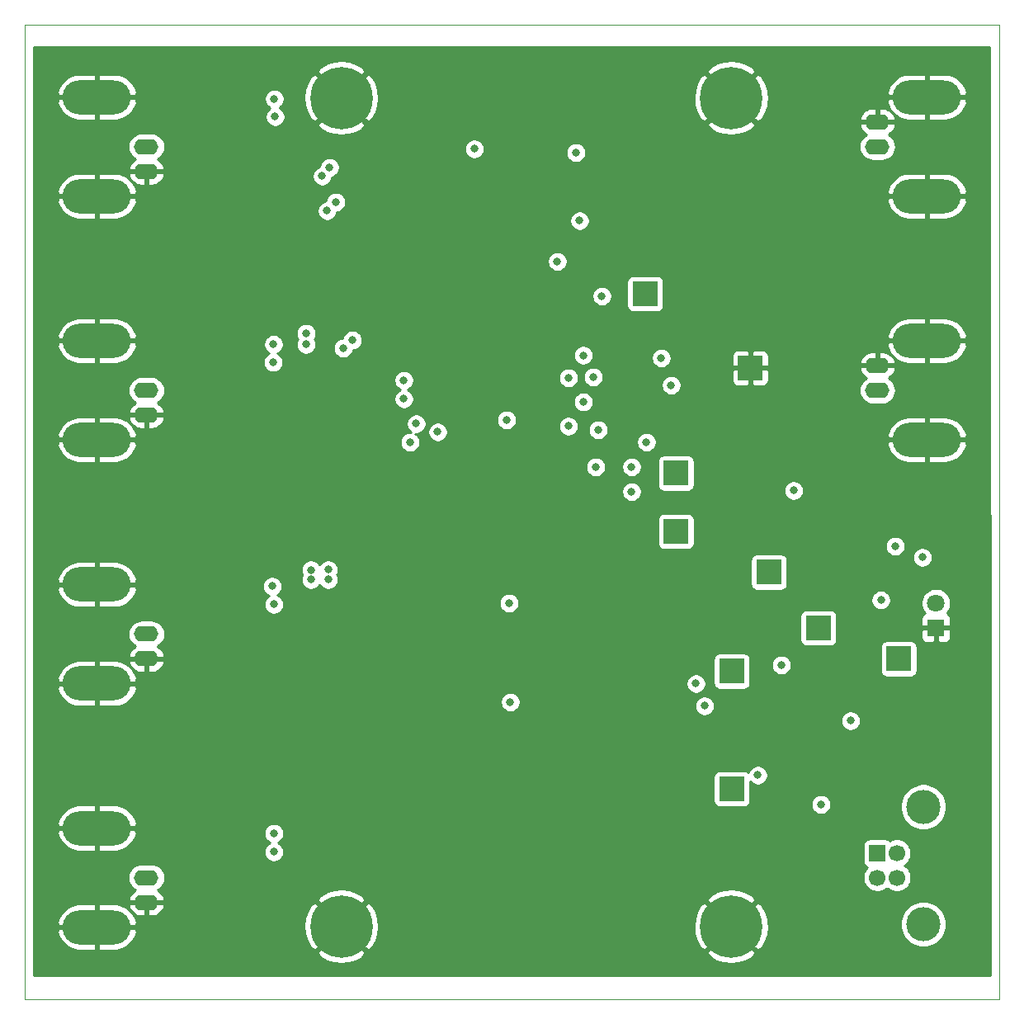
<source format=gbr>
%TF.GenerationSoftware,KiCad,Pcbnew,5.1.5*%
%TF.CreationDate,2020-04-14T20:04:17+02:00*%
%TF.ProjectId,daq_4ch_24bit,6461715f-3463-4685-9f32-346269742e6b,1.1.0*%
%TF.SameCoordinates,Original*%
%TF.FileFunction,Copper,L2,Inr*%
%TF.FilePolarity,Positive*%
%FSLAX46Y46*%
G04 Gerber Fmt 4.6, Leading zero omitted, Abs format (unit mm)*
G04 Created by KiCad (PCBNEW 5.1.5) date 2020-04-14 20:04:17*
%MOMM*%
%LPD*%
G04 APERTURE LIST*
%ADD10C,0.050000*%
%ADD11C,0.800000*%
%ADD12C,6.400000*%
%ADD13R,2.500000X2.500000*%
%ADD14C,1.800000*%
%ADD15R,1.800000X1.800000*%
%ADD16C,3.500000*%
%ADD17C,1.700000*%
%ADD18R,1.700000X1.700000*%
%ADD19O,2.500000X1.600000*%
%ADD20O,7.000000X3.500000*%
%ADD21C,0.254000*%
G04 APERTURE END LIST*
D10*
X150000000Y-57500000D02*
X150000000Y-157500000D01*
X50000000Y-157500000D02*
X50000000Y-57500000D01*
X50000000Y-157500000D02*
X150000000Y-157500000D01*
X50000000Y-57500000D02*
X150000000Y-57500000D01*
D11*
X124197056Y-63302944D03*
X122500000Y-62600000D03*
X120802944Y-63302944D03*
X120100000Y-65000000D03*
X120802944Y-66697056D03*
X122500000Y-67400000D03*
X124197056Y-66697056D03*
X124900000Y-65000000D03*
D12*
X122500000Y-65000000D03*
D11*
X84197056Y-63302944D03*
X82500000Y-62600000D03*
X80802944Y-63302944D03*
X80100000Y-65000000D03*
X80802944Y-66697056D03*
X82500000Y-67400000D03*
X84197056Y-66697056D03*
X84900000Y-65000000D03*
D12*
X82500000Y-65000000D03*
D11*
X124197056Y-148302944D03*
X122500000Y-147600000D03*
X120802944Y-148302944D03*
X120100000Y-150000000D03*
X120802944Y-151697056D03*
X122500000Y-152400000D03*
X124197056Y-151697056D03*
X124900000Y-150000000D03*
D12*
X122500000Y-150000000D03*
D11*
X84197056Y-148302944D03*
X82500000Y-147600000D03*
X80802944Y-148302944D03*
X80100000Y-150000000D03*
X80802944Y-151697056D03*
X82500000Y-152400000D03*
X84197056Y-151697056D03*
X84900000Y-150000000D03*
D12*
X82500000Y-150000000D03*
D13*
X113665000Y-85090000D03*
X116840000Y-109474000D03*
X116840000Y-103505000D03*
X126365000Y-113665000D03*
D14*
X143510000Y-116840000D03*
D15*
X143510000Y-119380000D03*
D16*
X142210000Y-149770000D03*
X142210000Y-137730000D03*
D17*
X139500000Y-142500000D03*
X139500000Y-145000000D03*
X137500000Y-145000000D03*
D18*
X137500000Y-142500000D03*
D13*
X122555000Y-123825000D03*
X122555000Y-135890000D03*
X131445000Y-119380000D03*
X124460000Y-92710000D03*
X139700000Y-122555000D03*
D19*
X137500000Y-92460000D03*
X137500000Y-95000000D03*
D20*
X142580000Y-100080000D03*
X142580000Y-89920000D03*
D19*
X137500000Y-67460000D03*
X137500000Y-70000000D03*
D20*
X142580000Y-75080000D03*
X142580000Y-64920000D03*
D19*
X62500000Y-72540000D03*
X62500000Y-70000000D03*
D20*
X57420000Y-64920000D03*
X57420000Y-75080000D03*
D19*
X62500000Y-97540000D03*
X62500000Y-95000000D03*
D20*
X57420000Y-89920000D03*
X57420000Y-100080000D03*
D19*
X62500000Y-147540000D03*
X62500000Y-145000000D03*
D20*
X57420000Y-139920000D03*
X57420000Y-150080000D03*
D19*
X62500000Y-122540000D03*
X62500000Y-120000000D03*
D20*
X57420000Y-114920000D03*
X57420000Y-125080000D03*
D11*
X106553000Y-70612000D03*
X99695000Y-116840000D03*
X99822000Y-127000000D03*
X75692000Y-66929000D03*
X75497500Y-92142500D03*
X75565000Y-116967000D03*
X75565000Y-142367000D03*
X107315000Y-96198001D03*
X107315000Y-91409998D03*
X112268000Y-102870000D03*
X112268000Y-105410000D03*
X113792000Y-100330000D03*
X106934000Y-77597000D03*
X96139000Y-70231000D03*
X92377500Y-99265500D03*
X75535500Y-90267500D03*
X75397502Y-115102500D03*
X75565000Y-140462000D03*
X105791000Y-98679000D03*
X105791000Y-93726000D03*
X75623135Y-65092865D03*
X109220000Y-85344000D03*
X142875000Y-131445000D03*
X146050000Y-131445000D03*
X147447000Y-129667000D03*
X138176000Y-127762000D03*
X138303000Y-108966000D03*
X135128000Y-106934000D03*
X130048000Y-110744000D03*
X130175000Y-113665000D03*
X132715000Y-113665000D03*
X136017000Y-115570000D03*
X137033000Y-118745000D03*
X135890000Y-122555000D03*
X133604000Y-122428000D03*
X129540000Y-126365000D03*
X131865000Y-125814000D03*
X134239000Y-140081000D03*
X127762000Y-141224000D03*
X129286000Y-139573000D03*
X69215000Y-79813000D03*
X71120000Y-72320000D03*
X73025000Y-72320000D03*
X74930000Y-72320000D03*
X69215000Y-105175000D03*
X71120000Y-97555000D03*
X73025000Y-97555000D03*
X74930000Y-97555000D03*
X71120000Y-147790000D03*
X73025000Y-147790000D03*
X74930000Y-147790000D03*
X69215000Y-130010000D03*
X71120000Y-122390000D03*
X73025000Y-122390000D03*
X74930000Y-122390000D03*
X95885000Y-64135000D03*
X93345000Y-69215000D03*
X94742000Y-73406000D03*
X107188000Y-65786000D03*
X108585000Y-69850000D03*
X105029000Y-73914000D03*
X93980000Y-81280000D03*
X92075000Y-82550000D03*
X105664000Y-83312000D03*
X99568000Y-90805000D03*
X99568000Y-92710000D03*
X99568000Y-94615000D03*
X120015000Y-100965000D03*
X122555000Y-100965000D03*
X125857000Y-102870000D03*
X128905000Y-100965000D03*
X122428000Y-106934000D03*
X119888000Y-106934000D03*
X126492000Y-109855000D03*
X133731000Y-134493000D03*
X131445000Y-152273000D03*
X101981000Y-98679000D03*
X145415000Y-122555000D03*
X145415000Y-125095000D03*
X147447000Y-126873000D03*
X99314000Y-104013000D03*
X91948000Y-87630000D03*
X136397988Y-112014000D03*
X139065000Y-113665000D03*
X99695000Y-78740000D03*
X101600000Y-95250000D03*
X74930000Y-151638000D03*
X110490000Y-82550000D03*
X105029000Y-78232000D03*
X102870000Y-77470000D03*
X102235000Y-86360000D03*
X139319000Y-110998000D03*
X137861000Y-116520000D03*
X128905000Y-105283000D03*
X90170000Y-98425000D03*
X89535000Y-100330000D03*
X88900000Y-95885000D03*
X88900000Y-93980000D03*
X99441000Y-98044000D03*
X115316000Y-91694000D03*
X116332000Y-94488000D03*
X104648000Y-81788000D03*
X142113000Y-112141000D03*
X127635000Y-123190000D03*
X134747000Y-128905000D03*
X131710000Y-137500000D03*
X108585000Y-102870000D03*
X125222000Y-134489066D03*
X118872000Y-125095000D03*
X119761000Y-127381000D03*
X79377156Y-113423762D03*
X81153000Y-113411000D03*
X81153000Y-114427000D03*
X79375000Y-114427000D03*
X83636073Y-89845931D03*
X78867000Y-89154000D03*
X82676998Y-90678000D03*
X78867000Y-90297000D03*
X81280000Y-72136000D03*
X81914992Y-75692000D03*
X81026000Y-76581000D03*
X80518000Y-73025000D03*
X108331000Y-93636000D03*
X108839000Y-99060000D03*
D21*
G36*
X149097831Y-155067000D02*
G01*
X50927000Y-155067000D01*
X50927000Y-152700881D01*
X79978724Y-152700881D01*
X80338912Y-153190548D01*
X81002882Y-153550849D01*
X81724385Y-153774694D01*
X82475695Y-153853480D01*
X83227938Y-153784178D01*
X83952208Y-153569452D01*
X84620670Y-153217555D01*
X84661088Y-153190548D01*
X85021276Y-152700881D01*
X119978724Y-152700881D01*
X120338912Y-153190548D01*
X121002882Y-153550849D01*
X121724385Y-153774694D01*
X122475695Y-153853480D01*
X123227938Y-153784178D01*
X123952208Y-153569452D01*
X124620670Y-153217555D01*
X124661088Y-153190548D01*
X125021276Y-152700881D01*
X122500000Y-150179605D01*
X119978724Y-152700881D01*
X85021276Y-152700881D01*
X82500000Y-150179605D01*
X79978724Y-152700881D01*
X50927000Y-152700881D01*
X50927000Y-150578003D01*
X53337573Y-150578003D01*
X53417947Y-150875368D01*
X53616388Y-151299439D01*
X53893748Y-151676648D01*
X54239369Y-151992498D01*
X54639968Y-152234852D01*
X55080150Y-152394396D01*
X55543000Y-152465000D01*
X57293000Y-152465000D01*
X57293000Y-150207000D01*
X57547000Y-150207000D01*
X57547000Y-152465000D01*
X59297000Y-152465000D01*
X59759850Y-152394396D01*
X60200032Y-152234852D01*
X60600631Y-151992498D01*
X60946252Y-151676648D01*
X61223612Y-151299439D01*
X61422053Y-150875368D01*
X61502427Y-150578003D01*
X61392625Y-150207000D01*
X57547000Y-150207000D01*
X57293000Y-150207000D01*
X53447375Y-150207000D01*
X53337573Y-150578003D01*
X50927000Y-150578003D01*
X50927000Y-149975695D01*
X78646520Y-149975695D01*
X78715822Y-150727938D01*
X78930548Y-151452208D01*
X79282445Y-152120670D01*
X79309452Y-152161088D01*
X79799119Y-152521276D01*
X82320395Y-150000000D01*
X82679605Y-150000000D01*
X85200881Y-152521276D01*
X85690548Y-152161088D01*
X86050849Y-151497118D01*
X86274694Y-150775615D01*
X86353480Y-150024305D01*
X86349002Y-149975695D01*
X118646520Y-149975695D01*
X118715822Y-150727938D01*
X118930548Y-151452208D01*
X119282445Y-152120670D01*
X119309452Y-152161088D01*
X119799119Y-152521276D01*
X122320395Y-150000000D01*
X122679605Y-150000000D01*
X125200881Y-152521276D01*
X125690548Y-152161088D01*
X126050849Y-151497118D01*
X126274694Y-150775615D01*
X126353480Y-150024305D01*
X126308411Y-149535098D01*
X139825000Y-149535098D01*
X139825000Y-150004902D01*
X139916654Y-150465679D01*
X140096440Y-150899721D01*
X140357450Y-151290349D01*
X140689651Y-151622550D01*
X141080279Y-151883560D01*
X141514321Y-152063346D01*
X141975098Y-152155000D01*
X142444902Y-152155000D01*
X142905679Y-152063346D01*
X143339721Y-151883560D01*
X143730349Y-151622550D01*
X144062550Y-151290349D01*
X144323560Y-150899721D01*
X144503346Y-150465679D01*
X144595000Y-150004902D01*
X144595000Y-149535098D01*
X144503346Y-149074321D01*
X144323560Y-148640279D01*
X144062550Y-148249651D01*
X143730349Y-147917450D01*
X143339721Y-147656440D01*
X142905679Y-147476654D01*
X142444902Y-147385000D01*
X141975098Y-147385000D01*
X141514321Y-147476654D01*
X141080279Y-147656440D01*
X140689651Y-147917450D01*
X140357450Y-148249651D01*
X140096440Y-148640279D01*
X139916654Y-149074321D01*
X139825000Y-149535098D01*
X126308411Y-149535098D01*
X126284178Y-149272062D01*
X126069452Y-148547792D01*
X125717555Y-147879330D01*
X125690548Y-147838912D01*
X125200881Y-147478724D01*
X122679605Y-150000000D01*
X122320395Y-150000000D01*
X119799119Y-147478724D01*
X119309452Y-147838912D01*
X118949151Y-148502882D01*
X118725306Y-149224385D01*
X118646520Y-149975695D01*
X86349002Y-149975695D01*
X86284178Y-149272062D01*
X86069452Y-148547792D01*
X85717555Y-147879330D01*
X85690548Y-147838912D01*
X85200881Y-147478724D01*
X82679605Y-150000000D01*
X82320395Y-150000000D01*
X79799119Y-147478724D01*
X79309452Y-147838912D01*
X78949151Y-148502882D01*
X78725306Y-149224385D01*
X78646520Y-149975695D01*
X50927000Y-149975695D01*
X50927000Y-149581997D01*
X53337573Y-149581997D01*
X53447375Y-149953000D01*
X57293000Y-149953000D01*
X57293000Y-147695000D01*
X57547000Y-147695000D01*
X57547000Y-149953000D01*
X61392625Y-149953000D01*
X61502427Y-149581997D01*
X61422053Y-149284632D01*
X61223612Y-148860561D01*
X60946252Y-148483352D01*
X60600631Y-148167502D01*
X60200032Y-147925148D01*
X60100408Y-147889039D01*
X60658096Y-147889039D01*
X60675633Y-147971818D01*
X60786285Y-148231646D01*
X60945500Y-148464895D01*
X61147161Y-148662601D01*
X61383517Y-148817166D01*
X61645486Y-148922650D01*
X61923000Y-148975000D01*
X62373000Y-148975000D01*
X62373000Y-147667000D01*
X62627000Y-147667000D01*
X62627000Y-148975000D01*
X63077000Y-148975000D01*
X63354514Y-148922650D01*
X63616483Y-148817166D01*
X63852839Y-148662601D01*
X64054500Y-148464895D01*
X64213715Y-148231646D01*
X64324367Y-147971818D01*
X64341904Y-147889039D01*
X64219915Y-147667000D01*
X62627000Y-147667000D01*
X62373000Y-147667000D01*
X60780085Y-147667000D01*
X60658096Y-147889039D01*
X60100408Y-147889039D01*
X59759850Y-147765604D01*
X59297000Y-147695000D01*
X57547000Y-147695000D01*
X57293000Y-147695000D01*
X55543000Y-147695000D01*
X55080150Y-147765604D01*
X54639968Y-147925148D01*
X54239369Y-148167502D01*
X53893748Y-148483352D01*
X53616388Y-148860561D01*
X53417947Y-149284632D01*
X53337573Y-149581997D01*
X50927000Y-149581997D01*
X50927000Y-145000000D01*
X60608057Y-145000000D01*
X60635764Y-145281309D01*
X60717818Y-145551808D01*
X60851068Y-145801101D01*
X61030392Y-146019608D01*
X61248899Y-146198932D01*
X61376741Y-146267265D01*
X61147161Y-146417399D01*
X60945500Y-146615105D01*
X60786285Y-146848354D01*
X60675633Y-147108182D01*
X60658096Y-147190961D01*
X60780085Y-147413000D01*
X62373000Y-147413000D01*
X62373000Y-147393000D01*
X62627000Y-147393000D01*
X62627000Y-147413000D01*
X64219915Y-147413000D01*
X64282481Y-147299119D01*
X79978724Y-147299119D01*
X82500000Y-149820395D01*
X85021276Y-147299119D01*
X119978724Y-147299119D01*
X122500000Y-149820395D01*
X125021276Y-147299119D01*
X124661088Y-146809452D01*
X123997118Y-146449151D01*
X123275615Y-146225306D01*
X122524305Y-146146520D01*
X121772062Y-146215822D01*
X121047792Y-146430548D01*
X120379330Y-146782445D01*
X120338912Y-146809452D01*
X119978724Y-147299119D01*
X85021276Y-147299119D01*
X84661088Y-146809452D01*
X83997118Y-146449151D01*
X83275615Y-146225306D01*
X82524305Y-146146520D01*
X81772062Y-146215822D01*
X81047792Y-146430548D01*
X80379330Y-146782445D01*
X80338912Y-146809452D01*
X79978724Y-147299119D01*
X64282481Y-147299119D01*
X64341904Y-147190961D01*
X64324367Y-147108182D01*
X64213715Y-146848354D01*
X64054500Y-146615105D01*
X63852839Y-146417399D01*
X63623259Y-146267265D01*
X63751101Y-146198932D01*
X63969608Y-146019608D01*
X64148932Y-145801101D01*
X64282182Y-145551808D01*
X64364236Y-145281309D01*
X64391943Y-145000000D01*
X64364236Y-144718691D01*
X64282182Y-144448192D01*
X64148932Y-144198899D01*
X63969608Y-143980392D01*
X63751101Y-143801068D01*
X63501808Y-143667818D01*
X63231309Y-143585764D01*
X63020492Y-143565000D01*
X61979508Y-143565000D01*
X61768691Y-143585764D01*
X61498192Y-143667818D01*
X61248899Y-143801068D01*
X61030392Y-143980392D01*
X60851068Y-144198899D01*
X60717818Y-144448192D01*
X60635764Y-144718691D01*
X60608057Y-145000000D01*
X50927000Y-145000000D01*
X50927000Y-140418003D01*
X53337573Y-140418003D01*
X53417947Y-140715368D01*
X53616388Y-141139439D01*
X53893748Y-141516648D01*
X54239369Y-141832498D01*
X54639968Y-142074852D01*
X55080150Y-142234396D01*
X55543000Y-142305000D01*
X57293000Y-142305000D01*
X57293000Y-140047000D01*
X57547000Y-140047000D01*
X57547000Y-142305000D01*
X59297000Y-142305000D01*
X59759850Y-142234396D01*
X60200032Y-142074852D01*
X60600631Y-141832498D01*
X60946252Y-141516648D01*
X61223612Y-141139439D01*
X61422053Y-140715368D01*
X61502427Y-140418003D01*
X61485279Y-140360061D01*
X74530000Y-140360061D01*
X74530000Y-140563939D01*
X74569774Y-140763898D01*
X74647795Y-140952256D01*
X74761063Y-141121774D01*
X74905226Y-141265937D01*
X75074744Y-141379205D01*
X75159953Y-141414500D01*
X75074744Y-141449795D01*
X74905226Y-141563063D01*
X74761063Y-141707226D01*
X74647795Y-141876744D01*
X74569774Y-142065102D01*
X74530000Y-142265061D01*
X74530000Y-142468939D01*
X74569774Y-142668898D01*
X74647795Y-142857256D01*
X74761063Y-143026774D01*
X74905226Y-143170937D01*
X75074744Y-143284205D01*
X75263102Y-143362226D01*
X75463061Y-143402000D01*
X75666939Y-143402000D01*
X75866898Y-143362226D01*
X76055256Y-143284205D01*
X76224774Y-143170937D01*
X76368937Y-143026774D01*
X76482205Y-142857256D01*
X76560226Y-142668898D01*
X76600000Y-142468939D01*
X76600000Y-142265061D01*
X76560226Y-142065102D01*
X76482205Y-141876744D01*
X76368937Y-141707226D01*
X76311711Y-141650000D01*
X136011928Y-141650000D01*
X136011928Y-143350000D01*
X136024188Y-143474482D01*
X136060498Y-143594180D01*
X136119463Y-143704494D01*
X136198815Y-143801185D01*
X136295506Y-143880537D01*
X136405820Y-143939502D01*
X136447690Y-143952203D01*
X136346525Y-144053368D01*
X136184010Y-144296589D01*
X136072068Y-144566842D01*
X136015000Y-144853740D01*
X136015000Y-145146260D01*
X136072068Y-145433158D01*
X136184010Y-145703411D01*
X136346525Y-145946632D01*
X136553368Y-146153475D01*
X136796589Y-146315990D01*
X137066842Y-146427932D01*
X137353740Y-146485000D01*
X137646260Y-146485000D01*
X137933158Y-146427932D01*
X138203411Y-146315990D01*
X138446632Y-146153475D01*
X138500000Y-146100107D01*
X138553368Y-146153475D01*
X138796589Y-146315990D01*
X139066842Y-146427932D01*
X139353740Y-146485000D01*
X139646260Y-146485000D01*
X139933158Y-146427932D01*
X140203411Y-146315990D01*
X140446632Y-146153475D01*
X140653475Y-145946632D01*
X140815990Y-145703411D01*
X140927932Y-145433158D01*
X140985000Y-145146260D01*
X140985000Y-144853740D01*
X140927932Y-144566842D01*
X140815990Y-144296589D01*
X140653475Y-144053368D01*
X140446632Y-143846525D01*
X140302172Y-143750000D01*
X140446632Y-143653475D01*
X140653475Y-143446632D01*
X140815990Y-143203411D01*
X140927932Y-142933158D01*
X140985000Y-142646260D01*
X140985000Y-142353740D01*
X140927932Y-142066842D01*
X140815990Y-141796589D01*
X140653475Y-141553368D01*
X140446632Y-141346525D01*
X140203411Y-141184010D01*
X139933158Y-141072068D01*
X139646260Y-141015000D01*
X139353740Y-141015000D01*
X139066842Y-141072068D01*
X138796589Y-141184010D01*
X138789178Y-141188962D01*
X138704494Y-141119463D01*
X138594180Y-141060498D01*
X138474482Y-141024188D01*
X138350000Y-141011928D01*
X136650000Y-141011928D01*
X136525518Y-141024188D01*
X136405820Y-141060498D01*
X136295506Y-141119463D01*
X136198815Y-141198815D01*
X136119463Y-141295506D01*
X136060498Y-141405820D01*
X136024188Y-141525518D01*
X136011928Y-141650000D01*
X76311711Y-141650000D01*
X76224774Y-141563063D01*
X76055256Y-141449795D01*
X75970047Y-141414500D01*
X76055256Y-141379205D01*
X76224774Y-141265937D01*
X76368937Y-141121774D01*
X76482205Y-140952256D01*
X76560226Y-140763898D01*
X76600000Y-140563939D01*
X76600000Y-140360061D01*
X76560226Y-140160102D01*
X76482205Y-139971744D01*
X76368937Y-139802226D01*
X76224774Y-139658063D01*
X76055256Y-139544795D01*
X75866898Y-139466774D01*
X75666939Y-139427000D01*
X75463061Y-139427000D01*
X75263102Y-139466774D01*
X75074744Y-139544795D01*
X74905226Y-139658063D01*
X74761063Y-139802226D01*
X74647795Y-139971744D01*
X74569774Y-140160102D01*
X74530000Y-140360061D01*
X61485279Y-140360061D01*
X61392625Y-140047000D01*
X57547000Y-140047000D01*
X57293000Y-140047000D01*
X53447375Y-140047000D01*
X53337573Y-140418003D01*
X50927000Y-140418003D01*
X50927000Y-139421997D01*
X53337573Y-139421997D01*
X53447375Y-139793000D01*
X57293000Y-139793000D01*
X57293000Y-137535000D01*
X57547000Y-137535000D01*
X57547000Y-139793000D01*
X61392625Y-139793000D01*
X61502427Y-139421997D01*
X61422053Y-139124632D01*
X61223612Y-138700561D01*
X60946252Y-138323352D01*
X60600631Y-138007502D01*
X60200032Y-137765148D01*
X59759850Y-137605604D01*
X59297000Y-137535000D01*
X57547000Y-137535000D01*
X57293000Y-137535000D01*
X55543000Y-137535000D01*
X55080150Y-137605604D01*
X54639968Y-137765148D01*
X54239369Y-138007502D01*
X53893748Y-138323352D01*
X53616388Y-138700561D01*
X53417947Y-139124632D01*
X53337573Y-139421997D01*
X50927000Y-139421997D01*
X50927000Y-134640000D01*
X120666928Y-134640000D01*
X120666928Y-137140000D01*
X120679188Y-137264482D01*
X120715498Y-137384180D01*
X120774463Y-137494494D01*
X120853815Y-137591185D01*
X120950506Y-137670537D01*
X121060820Y-137729502D01*
X121180518Y-137765812D01*
X121305000Y-137778072D01*
X123805000Y-137778072D01*
X123929482Y-137765812D01*
X124049180Y-137729502D01*
X124159494Y-137670537D01*
X124256185Y-137591185D01*
X124335537Y-137494494D01*
X124387082Y-137398061D01*
X130675000Y-137398061D01*
X130675000Y-137601939D01*
X130714774Y-137801898D01*
X130792795Y-137990256D01*
X130906063Y-138159774D01*
X131050226Y-138303937D01*
X131219744Y-138417205D01*
X131408102Y-138495226D01*
X131608061Y-138535000D01*
X131811939Y-138535000D01*
X132011898Y-138495226D01*
X132200256Y-138417205D01*
X132369774Y-138303937D01*
X132513937Y-138159774D01*
X132627205Y-137990256D01*
X132705226Y-137801898D01*
X132745000Y-137601939D01*
X132745000Y-137495098D01*
X139825000Y-137495098D01*
X139825000Y-137964902D01*
X139916654Y-138425679D01*
X140096440Y-138859721D01*
X140357450Y-139250349D01*
X140689651Y-139582550D01*
X141080279Y-139843560D01*
X141514321Y-140023346D01*
X141975098Y-140115000D01*
X142444902Y-140115000D01*
X142905679Y-140023346D01*
X143339721Y-139843560D01*
X143730349Y-139582550D01*
X144062550Y-139250349D01*
X144323560Y-138859721D01*
X144503346Y-138425679D01*
X144595000Y-137964902D01*
X144595000Y-137495098D01*
X144503346Y-137034321D01*
X144323560Y-136600279D01*
X144062550Y-136209651D01*
X143730349Y-135877450D01*
X143339721Y-135616440D01*
X142905679Y-135436654D01*
X142444902Y-135345000D01*
X141975098Y-135345000D01*
X141514321Y-135436654D01*
X141080279Y-135616440D01*
X140689651Y-135877450D01*
X140357450Y-136209651D01*
X140096440Y-136600279D01*
X139916654Y-137034321D01*
X139825000Y-137495098D01*
X132745000Y-137495098D01*
X132745000Y-137398061D01*
X132705226Y-137198102D01*
X132627205Y-137009744D01*
X132513937Y-136840226D01*
X132369774Y-136696063D01*
X132200256Y-136582795D01*
X132011898Y-136504774D01*
X131811939Y-136465000D01*
X131608061Y-136465000D01*
X131408102Y-136504774D01*
X131219744Y-136582795D01*
X131050226Y-136696063D01*
X130906063Y-136840226D01*
X130792795Y-137009744D01*
X130714774Y-137198102D01*
X130675000Y-137398061D01*
X124387082Y-137398061D01*
X124394502Y-137384180D01*
X124430812Y-137264482D01*
X124443072Y-137140000D01*
X124443072Y-135173849D01*
X124562226Y-135293003D01*
X124731744Y-135406271D01*
X124920102Y-135484292D01*
X125120061Y-135524066D01*
X125323939Y-135524066D01*
X125523898Y-135484292D01*
X125712256Y-135406271D01*
X125881774Y-135293003D01*
X126025937Y-135148840D01*
X126139205Y-134979322D01*
X126217226Y-134790964D01*
X126257000Y-134591005D01*
X126257000Y-134387127D01*
X126217226Y-134187168D01*
X126139205Y-133998810D01*
X126025937Y-133829292D01*
X125881774Y-133685129D01*
X125712256Y-133571861D01*
X125523898Y-133493840D01*
X125323939Y-133454066D01*
X125120061Y-133454066D01*
X124920102Y-133493840D01*
X124731744Y-133571861D01*
X124562226Y-133685129D01*
X124418063Y-133829292D01*
X124304795Y-133998810D01*
X124233726Y-134170384D01*
X124159494Y-134109463D01*
X124049180Y-134050498D01*
X123929482Y-134014188D01*
X123805000Y-134001928D01*
X121305000Y-134001928D01*
X121180518Y-134014188D01*
X121060820Y-134050498D01*
X120950506Y-134109463D01*
X120853815Y-134188815D01*
X120774463Y-134285506D01*
X120715498Y-134395820D01*
X120679188Y-134515518D01*
X120666928Y-134640000D01*
X50927000Y-134640000D01*
X50927000Y-128803061D01*
X133712000Y-128803061D01*
X133712000Y-129006939D01*
X133751774Y-129206898D01*
X133829795Y-129395256D01*
X133943063Y-129564774D01*
X134087226Y-129708937D01*
X134256744Y-129822205D01*
X134445102Y-129900226D01*
X134645061Y-129940000D01*
X134848939Y-129940000D01*
X135048898Y-129900226D01*
X135237256Y-129822205D01*
X135406774Y-129708937D01*
X135550937Y-129564774D01*
X135664205Y-129395256D01*
X135742226Y-129206898D01*
X135782000Y-129006939D01*
X135782000Y-128803061D01*
X135742226Y-128603102D01*
X135664205Y-128414744D01*
X135550937Y-128245226D01*
X135406774Y-128101063D01*
X135237256Y-127987795D01*
X135048898Y-127909774D01*
X134848939Y-127870000D01*
X134645061Y-127870000D01*
X134445102Y-127909774D01*
X134256744Y-127987795D01*
X134087226Y-128101063D01*
X133943063Y-128245226D01*
X133829795Y-128414744D01*
X133751774Y-128603102D01*
X133712000Y-128803061D01*
X50927000Y-128803061D01*
X50927000Y-125578003D01*
X53337573Y-125578003D01*
X53417947Y-125875368D01*
X53616388Y-126299439D01*
X53893748Y-126676648D01*
X54239369Y-126992498D01*
X54639968Y-127234852D01*
X55080150Y-127394396D01*
X55543000Y-127465000D01*
X57293000Y-127465000D01*
X57293000Y-125207000D01*
X57547000Y-125207000D01*
X57547000Y-127465000D01*
X59297000Y-127465000D01*
X59759850Y-127394396D01*
X60200032Y-127234852D01*
X60600631Y-126992498D01*
X60703969Y-126898061D01*
X98787000Y-126898061D01*
X98787000Y-127101939D01*
X98826774Y-127301898D01*
X98904795Y-127490256D01*
X99018063Y-127659774D01*
X99162226Y-127803937D01*
X99331744Y-127917205D01*
X99520102Y-127995226D01*
X99720061Y-128035000D01*
X99923939Y-128035000D01*
X100123898Y-127995226D01*
X100312256Y-127917205D01*
X100481774Y-127803937D01*
X100625937Y-127659774D01*
X100739205Y-127490256D01*
X100817226Y-127301898D01*
X100821768Y-127279061D01*
X118726000Y-127279061D01*
X118726000Y-127482939D01*
X118765774Y-127682898D01*
X118843795Y-127871256D01*
X118957063Y-128040774D01*
X119101226Y-128184937D01*
X119270744Y-128298205D01*
X119459102Y-128376226D01*
X119659061Y-128416000D01*
X119862939Y-128416000D01*
X120062898Y-128376226D01*
X120251256Y-128298205D01*
X120420774Y-128184937D01*
X120564937Y-128040774D01*
X120678205Y-127871256D01*
X120756226Y-127682898D01*
X120796000Y-127482939D01*
X120796000Y-127279061D01*
X120756226Y-127079102D01*
X120678205Y-126890744D01*
X120564937Y-126721226D01*
X120420774Y-126577063D01*
X120251256Y-126463795D01*
X120062898Y-126385774D01*
X119862939Y-126346000D01*
X119659061Y-126346000D01*
X119459102Y-126385774D01*
X119270744Y-126463795D01*
X119101226Y-126577063D01*
X118957063Y-126721226D01*
X118843795Y-126890744D01*
X118765774Y-127079102D01*
X118726000Y-127279061D01*
X100821768Y-127279061D01*
X100857000Y-127101939D01*
X100857000Y-126898061D01*
X100817226Y-126698102D01*
X100739205Y-126509744D01*
X100625937Y-126340226D01*
X100481774Y-126196063D01*
X100312256Y-126082795D01*
X100123898Y-126004774D01*
X99923939Y-125965000D01*
X99720061Y-125965000D01*
X99520102Y-126004774D01*
X99331744Y-126082795D01*
X99162226Y-126196063D01*
X99018063Y-126340226D01*
X98904795Y-126509744D01*
X98826774Y-126698102D01*
X98787000Y-126898061D01*
X60703969Y-126898061D01*
X60946252Y-126676648D01*
X61223612Y-126299439D01*
X61422053Y-125875368D01*
X61502427Y-125578003D01*
X61392625Y-125207000D01*
X57547000Y-125207000D01*
X57293000Y-125207000D01*
X53447375Y-125207000D01*
X53337573Y-125578003D01*
X50927000Y-125578003D01*
X50927000Y-124993061D01*
X117837000Y-124993061D01*
X117837000Y-125196939D01*
X117876774Y-125396898D01*
X117954795Y-125585256D01*
X118068063Y-125754774D01*
X118212226Y-125898937D01*
X118381744Y-126012205D01*
X118570102Y-126090226D01*
X118770061Y-126130000D01*
X118973939Y-126130000D01*
X119173898Y-126090226D01*
X119362256Y-126012205D01*
X119531774Y-125898937D01*
X119675937Y-125754774D01*
X119789205Y-125585256D01*
X119867226Y-125396898D01*
X119907000Y-125196939D01*
X119907000Y-124993061D01*
X119867226Y-124793102D01*
X119789205Y-124604744D01*
X119675937Y-124435226D01*
X119531774Y-124291063D01*
X119362256Y-124177795D01*
X119173898Y-124099774D01*
X118973939Y-124060000D01*
X118770061Y-124060000D01*
X118570102Y-124099774D01*
X118381744Y-124177795D01*
X118212226Y-124291063D01*
X118068063Y-124435226D01*
X117954795Y-124604744D01*
X117876774Y-124793102D01*
X117837000Y-124993061D01*
X50927000Y-124993061D01*
X50927000Y-124581997D01*
X53337573Y-124581997D01*
X53447375Y-124953000D01*
X57293000Y-124953000D01*
X57293000Y-122695000D01*
X57547000Y-122695000D01*
X57547000Y-124953000D01*
X61392625Y-124953000D01*
X61502427Y-124581997D01*
X61422053Y-124284632D01*
X61223612Y-123860561D01*
X60946252Y-123483352D01*
X60600631Y-123167502D01*
X60200032Y-122925148D01*
X60100408Y-122889039D01*
X60658096Y-122889039D01*
X60675633Y-122971818D01*
X60786285Y-123231646D01*
X60945500Y-123464895D01*
X61147161Y-123662601D01*
X61383517Y-123817166D01*
X61645486Y-123922650D01*
X61923000Y-123975000D01*
X62373000Y-123975000D01*
X62373000Y-122667000D01*
X62627000Y-122667000D01*
X62627000Y-123975000D01*
X63077000Y-123975000D01*
X63354514Y-123922650D01*
X63616483Y-123817166D01*
X63852839Y-123662601D01*
X64054500Y-123464895D01*
X64213715Y-123231646D01*
X64324367Y-122971818D01*
X64341904Y-122889039D01*
X64219915Y-122667000D01*
X62627000Y-122667000D01*
X62373000Y-122667000D01*
X60780085Y-122667000D01*
X60658096Y-122889039D01*
X60100408Y-122889039D01*
X59759850Y-122765604D01*
X59297000Y-122695000D01*
X57547000Y-122695000D01*
X57293000Y-122695000D01*
X55543000Y-122695000D01*
X55080150Y-122765604D01*
X54639968Y-122925148D01*
X54239369Y-123167502D01*
X53893748Y-123483352D01*
X53616388Y-123860561D01*
X53417947Y-124284632D01*
X53337573Y-124581997D01*
X50927000Y-124581997D01*
X50927000Y-122575000D01*
X120666928Y-122575000D01*
X120666928Y-125075000D01*
X120679188Y-125199482D01*
X120715498Y-125319180D01*
X120774463Y-125429494D01*
X120853815Y-125526185D01*
X120950506Y-125605537D01*
X121060820Y-125664502D01*
X121180518Y-125700812D01*
X121305000Y-125713072D01*
X123805000Y-125713072D01*
X123929482Y-125700812D01*
X124049180Y-125664502D01*
X124159494Y-125605537D01*
X124256185Y-125526185D01*
X124335537Y-125429494D01*
X124394502Y-125319180D01*
X124430812Y-125199482D01*
X124443072Y-125075000D01*
X124443072Y-123088061D01*
X126600000Y-123088061D01*
X126600000Y-123291939D01*
X126639774Y-123491898D01*
X126717795Y-123680256D01*
X126831063Y-123849774D01*
X126975226Y-123993937D01*
X127144744Y-124107205D01*
X127333102Y-124185226D01*
X127533061Y-124225000D01*
X127736939Y-124225000D01*
X127936898Y-124185226D01*
X128125256Y-124107205D01*
X128294774Y-123993937D01*
X128438937Y-123849774D01*
X128552205Y-123680256D01*
X128630226Y-123491898D01*
X128670000Y-123291939D01*
X128670000Y-123088061D01*
X128630226Y-122888102D01*
X128552205Y-122699744D01*
X128438937Y-122530226D01*
X128294774Y-122386063D01*
X128125256Y-122272795D01*
X127936898Y-122194774D01*
X127736939Y-122155000D01*
X127533061Y-122155000D01*
X127333102Y-122194774D01*
X127144744Y-122272795D01*
X126975226Y-122386063D01*
X126831063Y-122530226D01*
X126717795Y-122699744D01*
X126639774Y-122888102D01*
X126600000Y-123088061D01*
X124443072Y-123088061D01*
X124443072Y-122575000D01*
X124430812Y-122450518D01*
X124394502Y-122330820D01*
X124335537Y-122220506D01*
X124256185Y-122123815D01*
X124159494Y-122044463D01*
X124049180Y-121985498D01*
X123929482Y-121949188D01*
X123805000Y-121936928D01*
X121305000Y-121936928D01*
X121180518Y-121949188D01*
X121060820Y-121985498D01*
X120950506Y-122044463D01*
X120853815Y-122123815D01*
X120774463Y-122220506D01*
X120715498Y-122330820D01*
X120679188Y-122450518D01*
X120666928Y-122575000D01*
X50927000Y-122575000D01*
X50927000Y-120000000D01*
X60608057Y-120000000D01*
X60635764Y-120281309D01*
X60717818Y-120551808D01*
X60851068Y-120801101D01*
X61030392Y-121019608D01*
X61248899Y-121198932D01*
X61376741Y-121267265D01*
X61147161Y-121417399D01*
X60945500Y-121615105D01*
X60786285Y-121848354D01*
X60675633Y-122108182D01*
X60658096Y-122190961D01*
X60780085Y-122413000D01*
X62373000Y-122413000D01*
X62373000Y-122393000D01*
X62627000Y-122393000D01*
X62627000Y-122413000D01*
X64219915Y-122413000D01*
X64341904Y-122190961D01*
X64324367Y-122108182D01*
X64213715Y-121848354D01*
X64054500Y-121615105D01*
X63852839Y-121417399D01*
X63680963Y-121305000D01*
X137811928Y-121305000D01*
X137811928Y-123805000D01*
X137824188Y-123929482D01*
X137860498Y-124049180D01*
X137919463Y-124159494D01*
X137998815Y-124256185D01*
X138095506Y-124335537D01*
X138205820Y-124394502D01*
X138325518Y-124430812D01*
X138450000Y-124443072D01*
X140950000Y-124443072D01*
X141074482Y-124430812D01*
X141194180Y-124394502D01*
X141304494Y-124335537D01*
X141401185Y-124256185D01*
X141480537Y-124159494D01*
X141539502Y-124049180D01*
X141575812Y-123929482D01*
X141588072Y-123805000D01*
X141588072Y-121305000D01*
X141575812Y-121180518D01*
X141539502Y-121060820D01*
X141480537Y-120950506D01*
X141401185Y-120853815D01*
X141304494Y-120774463D01*
X141194180Y-120715498D01*
X141074482Y-120679188D01*
X140950000Y-120666928D01*
X138450000Y-120666928D01*
X138325518Y-120679188D01*
X138205820Y-120715498D01*
X138095506Y-120774463D01*
X137998815Y-120853815D01*
X137919463Y-120950506D01*
X137860498Y-121060820D01*
X137824188Y-121180518D01*
X137811928Y-121305000D01*
X63680963Y-121305000D01*
X63623259Y-121267265D01*
X63751101Y-121198932D01*
X63969608Y-121019608D01*
X64148932Y-120801101D01*
X64282182Y-120551808D01*
X64364236Y-120281309D01*
X64391943Y-120000000D01*
X64364236Y-119718691D01*
X64282182Y-119448192D01*
X64148932Y-119198899D01*
X63969608Y-118980392D01*
X63751101Y-118801068D01*
X63501808Y-118667818D01*
X63231309Y-118585764D01*
X63020492Y-118565000D01*
X61979508Y-118565000D01*
X61768691Y-118585764D01*
X61498192Y-118667818D01*
X61248899Y-118801068D01*
X61030392Y-118980392D01*
X60851068Y-119198899D01*
X60717818Y-119448192D01*
X60635764Y-119718691D01*
X60608057Y-120000000D01*
X50927000Y-120000000D01*
X50927000Y-118130000D01*
X129556928Y-118130000D01*
X129556928Y-120630000D01*
X129569188Y-120754482D01*
X129605498Y-120874180D01*
X129664463Y-120984494D01*
X129743815Y-121081185D01*
X129840506Y-121160537D01*
X129950820Y-121219502D01*
X130070518Y-121255812D01*
X130195000Y-121268072D01*
X132695000Y-121268072D01*
X132819482Y-121255812D01*
X132939180Y-121219502D01*
X133049494Y-121160537D01*
X133146185Y-121081185D01*
X133225537Y-120984494D01*
X133284502Y-120874180D01*
X133320812Y-120754482D01*
X133333072Y-120630000D01*
X133333072Y-120280000D01*
X141971928Y-120280000D01*
X141984188Y-120404482D01*
X142020498Y-120524180D01*
X142079463Y-120634494D01*
X142158815Y-120731185D01*
X142255506Y-120810537D01*
X142365820Y-120869502D01*
X142485518Y-120905812D01*
X142610000Y-120918072D01*
X143224250Y-120915000D01*
X143383000Y-120756250D01*
X143383000Y-119507000D01*
X143637000Y-119507000D01*
X143637000Y-120756250D01*
X143795750Y-120915000D01*
X144410000Y-120918072D01*
X144534482Y-120905812D01*
X144654180Y-120869502D01*
X144764494Y-120810537D01*
X144861185Y-120731185D01*
X144940537Y-120634494D01*
X144999502Y-120524180D01*
X145035812Y-120404482D01*
X145048072Y-120280000D01*
X145045000Y-119665750D01*
X144886250Y-119507000D01*
X143637000Y-119507000D01*
X143383000Y-119507000D01*
X142133750Y-119507000D01*
X141975000Y-119665750D01*
X141971928Y-120280000D01*
X133333072Y-120280000D01*
X133333072Y-118480000D01*
X141971928Y-118480000D01*
X141975000Y-119094250D01*
X142133750Y-119253000D01*
X143383000Y-119253000D01*
X143383000Y-119233000D01*
X143637000Y-119233000D01*
X143637000Y-119253000D01*
X144886250Y-119253000D01*
X145045000Y-119094250D01*
X145048072Y-118480000D01*
X145035812Y-118355518D01*
X144999502Y-118235820D01*
X144940537Y-118125506D01*
X144861185Y-118028815D01*
X144764494Y-117949463D01*
X144654180Y-117890498D01*
X144635873Y-117884944D01*
X144702312Y-117818505D01*
X144870299Y-117567095D01*
X144986011Y-117287743D01*
X145045000Y-116991184D01*
X145045000Y-116688816D01*
X144986011Y-116392257D01*
X144870299Y-116112905D01*
X144702312Y-115861495D01*
X144488505Y-115647688D01*
X144237095Y-115479701D01*
X143957743Y-115363989D01*
X143661184Y-115305000D01*
X143358816Y-115305000D01*
X143062257Y-115363989D01*
X142782905Y-115479701D01*
X142531495Y-115647688D01*
X142317688Y-115861495D01*
X142149701Y-116112905D01*
X142033989Y-116392257D01*
X141975000Y-116688816D01*
X141975000Y-116991184D01*
X142033989Y-117287743D01*
X142149701Y-117567095D01*
X142317688Y-117818505D01*
X142384127Y-117884944D01*
X142365820Y-117890498D01*
X142255506Y-117949463D01*
X142158815Y-118028815D01*
X142079463Y-118125506D01*
X142020498Y-118235820D01*
X141984188Y-118355518D01*
X141971928Y-118480000D01*
X133333072Y-118480000D01*
X133333072Y-118130000D01*
X133320812Y-118005518D01*
X133284502Y-117885820D01*
X133225537Y-117775506D01*
X133146185Y-117678815D01*
X133049494Y-117599463D01*
X132939180Y-117540498D01*
X132819482Y-117504188D01*
X132695000Y-117491928D01*
X130195000Y-117491928D01*
X130070518Y-117504188D01*
X129950820Y-117540498D01*
X129840506Y-117599463D01*
X129743815Y-117678815D01*
X129664463Y-117775506D01*
X129605498Y-117885820D01*
X129569188Y-118005518D01*
X129556928Y-118130000D01*
X50927000Y-118130000D01*
X50927000Y-115418003D01*
X53337573Y-115418003D01*
X53417947Y-115715368D01*
X53616388Y-116139439D01*
X53893748Y-116516648D01*
X54239369Y-116832498D01*
X54639968Y-117074852D01*
X55080150Y-117234396D01*
X55543000Y-117305000D01*
X57293000Y-117305000D01*
X57293000Y-115047000D01*
X57547000Y-115047000D01*
X57547000Y-117305000D01*
X59297000Y-117305000D01*
X59759850Y-117234396D01*
X60200032Y-117074852D01*
X60600631Y-116832498D01*
X60946252Y-116516648D01*
X61223612Y-116139439D01*
X61422053Y-115715368D01*
X61502427Y-115418003D01*
X61392625Y-115047000D01*
X57547000Y-115047000D01*
X57293000Y-115047000D01*
X53447375Y-115047000D01*
X53337573Y-115418003D01*
X50927000Y-115418003D01*
X50927000Y-115000561D01*
X74362502Y-115000561D01*
X74362502Y-115204439D01*
X74402276Y-115404398D01*
X74480297Y-115592756D01*
X74593565Y-115762274D01*
X74737728Y-115906437D01*
X74907246Y-116019705D01*
X75038444Y-116074050D01*
X74905226Y-116163063D01*
X74761063Y-116307226D01*
X74647795Y-116476744D01*
X74569774Y-116665102D01*
X74530000Y-116865061D01*
X74530000Y-117068939D01*
X74569774Y-117268898D01*
X74647795Y-117457256D01*
X74761063Y-117626774D01*
X74905226Y-117770937D01*
X75074744Y-117884205D01*
X75263102Y-117962226D01*
X75463061Y-118002000D01*
X75666939Y-118002000D01*
X75866898Y-117962226D01*
X76055256Y-117884205D01*
X76224774Y-117770937D01*
X76368937Y-117626774D01*
X76482205Y-117457256D01*
X76560226Y-117268898D01*
X76600000Y-117068939D01*
X76600000Y-116865061D01*
X76574739Y-116738061D01*
X98660000Y-116738061D01*
X98660000Y-116941939D01*
X98699774Y-117141898D01*
X98777795Y-117330256D01*
X98891063Y-117499774D01*
X99035226Y-117643937D01*
X99204744Y-117757205D01*
X99393102Y-117835226D01*
X99593061Y-117875000D01*
X99796939Y-117875000D01*
X99996898Y-117835226D01*
X100185256Y-117757205D01*
X100354774Y-117643937D01*
X100498937Y-117499774D01*
X100612205Y-117330256D01*
X100690226Y-117141898D01*
X100730000Y-116941939D01*
X100730000Y-116738061D01*
X100690226Y-116538102D01*
X100640504Y-116418061D01*
X136826000Y-116418061D01*
X136826000Y-116621939D01*
X136865774Y-116821898D01*
X136943795Y-117010256D01*
X137057063Y-117179774D01*
X137201226Y-117323937D01*
X137370744Y-117437205D01*
X137559102Y-117515226D01*
X137759061Y-117555000D01*
X137962939Y-117555000D01*
X138162898Y-117515226D01*
X138351256Y-117437205D01*
X138520774Y-117323937D01*
X138664937Y-117179774D01*
X138778205Y-117010256D01*
X138856226Y-116821898D01*
X138896000Y-116621939D01*
X138896000Y-116418061D01*
X138856226Y-116218102D01*
X138778205Y-116029744D01*
X138664937Y-115860226D01*
X138520774Y-115716063D01*
X138351256Y-115602795D01*
X138162898Y-115524774D01*
X137962939Y-115485000D01*
X137759061Y-115485000D01*
X137559102Y-115524774D01*
X137370744Y-115602795D01*
X137201226Y-115716063D01*
X137057063Y-115860226D01*
X136943795Y-116029744D01*
X136865774Y-116218102D01*
X136826000Y-116418061D01*
X100640504Y-116418061D01*
X100612205Y-116349744D01*
X100498937Y-116180226D01*
X100354774Y-116036063D01*
X100185256Y-115922795D01*
X99996898Y-115844774D01*
X99796939Y-115805000D01*
X99593061Y-115805000D01*
X99393102Y-115844774D01*
X99204744Y-115922795D01*
X99035226Y-116036063D01*
X98891063Y-116180226D01*
X98777795Y-116349744D01*
X98699774Y-116538102D01*
X98660000Y-116738061D01*
X76574739Y-116738061D01*
X76560226Y-116665102D01*
X76482205Y-116476744D01*
X76368937Y-116307226D01*
X76224774Y-116163063D01*
X76055256Y-116049795D01*
X75924058Y-115995450D01*
X76057276Y-115906437D01*
X76201439Y-115762274D01*
X76314707Y-115592756D01*
X76392728Y-115404398D01*
X76432502Y-115204439D01*
X76432502Y-115000561D01*
X76392728Y-114800602D01*
X76314707Y-114612244D01*
X76201439Y-114442726D01*
X76083774Y-114325061D01*
X78340000Y-114325061D01*
X78340000Y-114528939D01*
X78379774Y-114728898D01*
X78457795Y-114917256D01*
X78571063Y-115086774D01*
X78715226Y-115230937D01*
X78884744Y-115344205D01*
X79073102Y-115422226D01*
X79273061Y-115462000D01*
X79476939Y-115462000D01*
X79676898Y-115422226D01*
X79865256Y-115344205D01*
X80034774Y-115230937D01*
X80178937Y-115086774D01*
X80264000Y-114959468D01*
X80349063Y-115086774D01*
X80493226Y-115230937D01*
X80662744Y-115344205D01*
X80851102Y-115422226D01*
X81051061Y-115462000D01*
X81254939Y-115462000D01*
X81454898Y-115422226D01*
X81643256Y-115344205D01*
X81812774Y-115230937D01*
X81956937Y-115086774D01*
X82070205Y-114917256D01*
X82148226Y-114728898D01*
X82188000Y-114528939D01*
X82188000Y-114325061D01*
X82148226Y-114125102D01*
X82070205Y-113936744D01*
X82058349Y-113919000D01*
X82070205Y-113901256D01*
X82148226Y-113712898D01*
X82188000Y-113512939D01*
X82188000Y-113309061D01*
X82148226Y-113109102D01*
X82070205Y-112920744D01*
X81956937Y-112751226D01*
X81812774Y-112607063D01*
X81643256Y-112493795D01*
X81454898Y-112415774D01*
X81451007Y-112415000D01*
X124476928Y-112415000D01*
X124476928Y-114915000D01*
X124489188Y-115039482D01*
X124525498Y-115159180D01*
X124584463Y-115269494D01*
X124663815Y-115366185D01*
X124760506Y-115445537D01*
X124870820Y-115504502D01*
X124990518Y-115540812D01*
X125115000Y-115553072D01*
X127615000Y-115553072D01*
X127739482Y-115540812D01*
X127859180Y-115504502D01*
X127969494Y-115445537D01*
X128066185Y-115366185D01*
X128145537Y-115269494D01*
X128204502Y-115159180D01*
X128240812Y-115039482D01*
X128253072Y-114915000D01*
X128253072Y-112415000D01*
X128240812Y-112290518D01*
X128204502Y-112170820D01*
X128145537Y-112060506D01*
X128127938Y-112039061D01*
X141078000Y-112039061D01*
X141078000Y-112242939D01*
X141117774Y-112442898D01*
X141195795Y-112631256D01*
X141309063Y-112800774D01*
X141453226Y-112944937D01*
X141622744Y-113058205D01*
X141811102Y-113136226D01*
X142011061Y-113176000D01*
X142214939Y-113176000D01*
X142414898Y-113136226D01*
X142603256Y-113058205D01*
X142772774Y-112944937D01*
X142916937Y-112800774D01*
X143030205Y-112631256D01*
X143108226Y-112442898D01*
X143148000Y-112242939D01*
X143148000Y-112039061D01*
X143108226Y-111839102D01*
X143030205Y-111650744D01*
X142916937Y-111481226D01*
X142772774Y-111337063D01*
X142603256Y-111223795D01*
X142414898Y-111145774D01*
X142214939Y-111106000D01*
X142011061Y-111106000D01*
X141811102Y-111145774D01*
X141622744Y-111223795D01*
X141453226Y-111337063D01*
X141309063Y-111481226D01*
X141195795Y-111650744D01*
X141117774Y-111839102D01*
X141078000Y-112039061D01*
X128127938Y-112039061D01*
X128066185Y-111963815D01*
X127969494Y-111884463D01*
X127859180Y-111825498D01*
X127739482Y-111789188D01*
X127615000Y-111776928D01*
X125115000Y-111776928D01*
X124990518Y-111789188D01*
X124870820Y-111825498D01*
X124760506Y-111884463D01*
X124663815Y-111963815D01*
X124584463Y-112060506D01*
X124525498Y-112170820D01*
X124489188Y-112290518D01*
X124476928Y-112415000D01*
X81451007Y-112415000D01*
X81254939Y-112376000D01*
X81051061Y-112376000D01*
X80851102Y-112415774D01*
X80662744Y-112493795D01*
X80493226Y-112607063D01*
X80349063Y-112751226D01*
X80260814Y-112883300D01*
X80181093Y-112763988D01*
X80036930Y-112619825D01*
X79867412Y-112506557D01*
X79679054Y-112428536D01*
X79479095Y-112388762D01*
X79275217Y-112388762D01*
X79075258Y-112428536D01*
X78886900Y-112506557D01*
X78717382Y-112619825D01*
X78573219Y-112763988D01*
X78459951Y-112933506D01*
X78381930Y-113121864D01*
X78342156Y-113321823D01*
X78342156Y-113525701D01*
X78381930Y-113725660D01*
X78459951Y-113914018D01*
X78466465Y-113923768D01*
X78457795Y-113936744D01*
X78379774Y-114125102D01*
X78340000Y-114325061D01*
X76083774Y-114325061D01*
X76057276Y-114298563D01*
X75887758Y-114185295D01*
X75699400Y-114107274D01*
X75499441Y-114067500D01*
X75295563Y-114067500D01*
X75095604Y-114107274D01*
X74907246Y-114185295D01*
X74737728Y-114298563D01*
X74593565Y-114442726D01*
X74480297Y-114612244D01*
X74402276Y-114800602D01*
X74362502Y-115000561D01*
X50927000Y-115000561D01*
X50927000Y-114421997D01*
X53337573Y-114421997D01*
X53447375Y-114793000D01*
X57293000Y-114793000D01*
X57293000Y-112535000D01*
X57547000Y-112535000D01*
X57547000Y-114793000D01*
X61392625Y-114793000D01*
X61502427Y-114421997D01*
X61422053Y-114124632D01*
X61223612Y-113700561D01*
X60946252Y-113323352D01*
X60600631Y-113007502D01*
X60200032Y-112765148D01*
X59759850Y-112605604D01*
X59297000Y-112535000D01*
X57547000Y-112535000D01*
X57293000Y-112535000D01*
X55543000Y-112535000D01*
X55080150Y-112605604D01*
X54639968Y-112765148D01*
X54239369Y-113007502D01*
X53893748Y-113323352D01*
X53616388Y-113700561D01*
X53417947Y-114124632D01*
X53337573Y-114421997D01*
X50927000Y-114421997D01*
X50927000Y-108224000D01*
X114951928Y-108224000D01*
X114951928Y-110724000D01*
X114964188Y-110848482D01*
X115000498Y-110968180D01*
X115059463Y-111078494D01*
X115138815Y-111175185D01*
X115235506Y-111254537D01*
X115345820Y-111313502D01*
X115465518Y-111349812D01*
X115590000Y-111362072D01*
X118090000Y-111362072D01*
X118214482Y-111349812D01*
X118334180Y-111313502D01*
X118444494Y-111254537D01*
X118541185Y-111175185D01*
X118620537Y-111078494D01*
X118679502Y-110968180D01*
X118701379Y-110896061D01*
X138284000Y-110896061D01*
X138284000Y-111099939D01*
X138323774Y-111299898D01*
X138401795Y-111488256D01*
X138515063Y-111657774D01*
X138659226Y-111801937D01*
X138828744Y-111915205D01*
X139017102Y-111993226D01*
X139217061Y-112033000D01*
X139420939Y-112033000D01*
X139620898Y-111993226D01*
X139809256Y-111915205D01*
X139978774Y-111801937D01*
X140122937Y-111657774D01*
X140236205Y-111488256D01*
X140314226Y-111299898D01*
X140354000Y-111099939D01*
X140354000Y-110896061D01*
X140314226Y-110696102D01*
X140236205Y-110507744D01*
X140122937Y-110338226D01*
X139978774Y-110194063D01*
X139809256Y-110080795D01*
X139620898Y-110002774D01*
X139420939Y-109963000D01*
X139217061Y-109963000D01*
X139017102Y-110002774D01*
X138828744Y-110080795D01*
X138659226Y-110194063D01*
X138515063Y-110338226D01*
X138401795Y-110507744D01*
X138323774Y-110696102D01*
X138284000Y-110896061D01*
X118701379Y-110896061D01*
X118715812Y-110848482D01*
X118728072Y-110724000D01*
X118728072Y-108224000D01*
X118715812Y-108099518D01*
X118679502Y-107979820D01*
X118620537Y-107869506D01*
X118541185Y-107772815D01*
X118444494Y-107693463D01*
X118334180Y-107634498D01*
X118214482Y-107598188D01*
X118090000Y-107585928D01*
X115590000Y-107585928D01*
X115465518Y-107598188D01*
X115345820Y-107634498D01*
X115235506Y-107693463D01*
X115138815Y-107772815D01*
X115059463Y-107869506D01*
X115000498Y-107979820D01*
X114964188Y-108099518D01*
X114951928Y-108224000D01*
X50927000Y-108224000D01*
X50927000Y-105308061D01*
X111233000Y-105308061D01*
X111233000Y-105511939D01*
X111272774Y-105711898D01*
X111350795Y-105900256D01*
X111464063Y-106069774D01*
X111608226Y-106213937D01*
X111777744Y-106327205D01*
X111966102Y-106405226D01*
X112166061Y-106445000D01*
X112369939Y-106445000D01*
X112569898Y-106405226D01*
X112758256Y-106327205D01*
X112927774Y-106213937D01*
X113071937Y-106069774D01*
X113185205Y-105900256D01*
X113263226Y-105711898D01*
X113303000Y-105511939D01*
X113303000Y-105308061D01*
X113263226Y-105108102D01*
X113185205Y-104919744D01*
X113071937Y-104750226D01*
X112927774Y-104606063D01*
X112758256Y-104492795D01*
X112569898Y-104414774D01*
X112369939Y-104375000D01*
X112166061Y-104375000D01*
X111966102Y-104414774D01*
X111777744Y-104492795D01*
X111608226Y-104606063D01*
X111464063Y-104750226D01*
X111350795Y-104919744D01*
X111272774Y-105108102D01*
X111233000Y-105308061D01*
X50927000Y-105308061D01*
X50927000Y-102768061D01*
X107550000Y-102768061D01*
X107550000Y-102971939D01*
X107589774Y-103171898D01*
X107667795Y-103360256D01*
X107781063Y-103529774D01*
X107925226Y-103673937D01*
X108094744Y-103787205D01*
X108283102Y-103865226D01*
X108483061Y-103905000D01*
X108686939Y-103905000D01*
X108886898Y-103865226D01*
X109075256Y-103787205D01*
X109244774Y-103673937D01*
X109388937Y-103529774D01*
X109502205Y-103360256D01*
X109580226Y-103171898D01*
X109620000Y-102971939D01*
X109620000Y-102768061D01*
X111233000Y-102768061D01*
X111233000Y-102971939D01*
X111272774Y-103171898D01*
X111350795Y-103360256D01*
X111464063Y-103529774D01*
X111608226Y-103673937D01*
X111777744Y-103787205D01*
X111966102Y-103865226D01*
X112166061Y-103905000D01*
X112369939Y-103905000D01*
X112569898Y-103865226D01*
X112758256Y-103787205D01*
X112927774Y-103673937D01*
X113071937Y-103529774D01*
X113185205Y-103360256D01*
X113263226Y-103171898D01*
X113303000Y-102971939D01*
X113303000Y-102768061D01*
X113263226Y-102568102D01*
X113185205Y-102379744D01*
X113101854Y-102255000D01*
X114951928Y-102255000D01*
X114951928Y-104755000D01*
X114964188Y-104879482D01*
X115000498Y-104999180D01*
X115059463Y-105109494D01*
X115138815Y-105206185D01*
X115235506Y-105285537D01*
X115345820Y-105344502D01*
X115465518Y-105380812D01*
X115590000Y-105393072D01*
X118090000Y-105393072D01*
X118214482Y-105380812D01*
X118334180Y-105344502D01*
X118444494Y-105285537D01*
X118541185Y-105206185D01*
X118561803Y-105181061D01*
X127870000Y-105181061D01*
X127870000Y-105384939D01*
X127909774Y-105584898D01*
X127987795Y-105773256D01*
X128101063Y-105942774D01*
X128245226Y-106086937D01*
X128414744Y-106200205D01*
X128603102Y-106278226D01*
X128803061Y-106318000D01*
X129006939Y-106318000D01*
X129206898Y-106278226D01*
X129395256Y-106200205D01*
X129564774Y-106086937D01*
X129708937Y-105942774D01*
X129822205Y-105773256D01*
X129900226Y-105584898D01*
X129940000Y-105384939D01*
X129940000Y-105181061D01*
X129900226Y-104981102D01*
X129822205Y-104792744D01*
X129708937Y-104623226D01*
X129564774Y-104479063D01*
X129395256Y-104365795D01*
X129206898Y-104287774D01*
X129006939Y-104248000D01*
X128803061Y-104248000D01*
X128603102Y-104287774D01*
X128414744Y-104365795D01*
X128245226Y-104479063D01*
X128101063Y-104623226D01*
X127987795Y-104792744D01*
X127909774Y-104981102D01*
X127870000Y-105181061D01*
X118561803Y-105181061D01*
X118620537Y-105109494D01*
X118679502Y-104999180D01*
X118715812Y-104879482D01*
X118728072Y-104755000D01*
X118728072Y-102255000D01*
X118715812Y-102130518D01*
X118679502Y-102010820D01*
X118620537Y-101900506D01*
X118541185Y-101803815D01*
X118444494Y-101724463D01*
X118334180Y-101665498D01*
X118214482Y-101629188D01*
X118090000Y-101616928D01*
X115590000Y-101616928D01*
X115465518Y-101629188D01*
X115345820Y-101665498D01*
X115235506Y-101724463D01*
X115138815Y-101803815D01*
X115059463Y-101900506D01*
X115000498Y-102010820D01*
X114964188Y-102130518D01*
X114951928Y-102255000D01*
X113101854Y-102255000D01*
X113071937Y-102210226D01*
X112927774Y-102066063D01*
X112758256Y-101952795D01*
X112569898Y-101874774D01*
X112369939Y-101835000D01*
X112166061Y-101835000D01*
X111966102Y-101874774D01*
X111777744Y-101952795D01*
X111608226Y-102066063D01*
X111464063Y-102210226D01*
X111350795Y-102379744D01*
X111272774Y-102568102D01*
X111233000Y-102768061D01*
X109620000Y-102768061D01*
X109580226Y-102568102D01*
X109502205Y-102379744D01*
X109388937Y-102210226D01*
X109244774Y-102066063D01*
X109075256Y-101952795D01*
X108886898Y-101874774D01*
X108686939Y-101835000D01*
X108483061Y-101835000D01*
X108283102Y-101874774D01*
X108094744Y-101952795D01*
X107925226Y-102066063D01*
X107781063Y-102210226D01*
X107667795Y-102379744D01*
X107589774Y-102568102D01*
X107550000Y-102768061D01*
X50927000Y-102768061D01*
X50927000Y-100578003D01*
X53337573Y-100578003D01*
X53417947Y-100875368D01*
X53616388Y-101299439D01*
X53893748Y-101676648D01*
X54239369Y-101992498D01*
X54639968Y-102234852D01*
X55080150Y-102394396D01*
X55543000Y-102465000D01*
X57293000Y-102465000D01*
X57293000Y-100207000D01*
X57547000Y-100207000D01*
X57547000Y-102465000D01*
X59297000Y-102465000D01*
X59759850Y-102394396D01*
X60200032Y-102234852D01*
X60600631Y-101992498D01*
X60946252Y-101676648D01*
X61223612Y-101299439D01*
X61422053Y-100875368D01*
X61502427Y-100578003D01*
X61398859Y-100228061D01*
X88500000Y-100228061D01*
X88500000Y-100431939D01*
X88539774Y-100631898D01*
X88617795Y-100820256D01*
X88731063Y-100989774D01*
X88875226Y-101133937D01*
X89044744Y-101247205D01*
X89233102Y-101325226D01*
X89433061Y-101365000D01*
X89636939Y-101365000D01*
X89836898Y-101325226D01*
X90025256Y-101247205D01*
X90194774Y-101133937D01*
X90338937Y-100989774D01*
X90452205Y-100820256D01*
X90530226Y-100631898D01*
X90570000Y-100431939D01*
X90570000Y-100228061D01*
X90530226Y-100028102D01*
X90452205Y-99839744D01*
X90338937Y-99670226D01*
X90194774Y-99526063D01*
X90095903Y-99460000D01*
X90271939Y-99460000D01*
X90471898Y-99420226D01*
X90660256Y-99342205D01*
X90829774Y-99228937D01*
X90895150Y-99163561D01*
X91342500Y-99163561D01*
X91342500Y-99367439D01*
X91382274Y-99567398D01*
X91460295Y-99755756D01*
X91573563Y-99925274D01*
X91717726Y-100069437D01*
X91887244Y-100182705D01*
X92075602Y-100260726D01*
X92275561Y-100300500D01*
X92479439Y-100300500D01*
X92679398Y-100260726D01*
X92758257Y-100228061D01*
X112757000Y-100228061D01*
X112757000Y-100431939D01*
X112796774Y-100631898D01*
X112874795Y-100820256D01*
X112988063Y-100989774D01*
X113132226Y-101133937D01*
X113301744Y-101247205D01*
X113490102Y-101325226D01*
X113690061Y-101365000D01*
X113893939Y-101365000D01*
X114093898Y-101325226D01*
X114282256Y-101247205D01*
X114451774Y-101133937D01*
X114595937Y-100989774D01*
X114709205Y-100820256D01*
X114787226Y-100631898D01*
X114797946Y-100578003D01*
X138497573Y-100578003D01*
X138577947Y-100875368D01*
X138776388Y-101299439D01*
X139053748Y-101676648D01*
X139399369Y-101992498D01*
X139799968Y-102234852D01*
X140240150Y-102394396D01*
X140703000Y-102465000D01*
X142453000Y-102465000D01*
X142453000Y-100207000D01*
X142707000Y-100207000D01*
X142707000Y-102465000D01*
X144457000Y-102465000D01*
X144919850Y-102394396D01*
X145360032Y-102234852D01*
X145760631Y-101992498D01*
X146106252Y-101676648D01*
X146383612Y-101299439D01*
X146582053Y-100875368D01*
X146662427Y-100578003D01*
X146552625Y-100207000D01*
X142707000Y-100207000D01*
X142453000Y-100207000D01*
X138607375Y-100207000D01*
X138497573Y-100578003D01*
X114797946Y-100578003D01*
X114827000Y-100431939D01*
X114827000Y-100228061D01*
X114787226Y-100028102D01*
X114709205Y-99839744D01*
X114595937Y-99670226D01*
X114507708Y-99581997D01*
X138497573Y-99581997D01*
X138607375Y-99953000D01*
X142453000Y-99953000D01*
X142453000Y-97695000D01*
X142707000Y-97695000D01*
X142707000Y-99953000D01*
X146552625Y-99953000D01*
X146662427Y-99581997D01*
X146582053Y-99284632D01*
X146383612Y-98860561D01*
X146106252Y-98483352D01*
X145760631Y-98167502D01*
X145360032Y-97925148D01*
X144919850Y-97765604D01*
X144457000Y-97695000D01*
X142707000Y-97695000D01*
X142453000Y-97695000D01*
X140703000Y-97695000D01*
X140240150Y-97765604D01*
X139799968Y-97925148D01*
X139399369Y-98167502D01*
X139053748Y-98483352D01*
X138776388Y-98860561D01*
X138577947Y-99284632D01*
X138497573Y-99581997D01*
X114507708Y-99581997D01*
X114451774Y-99526063D01*
X114282256Y-99412795D01*
X114093898Y-99334774D01*
X113893939Y-99295000D01*
X113690061Y-99295000D01*
X113490102Y-99334774D01*
X113301744Y-99412795D01*
X113132226Y-99526063D01*
X112988063Y-99670226D01*
X112874795Y-99839744D01*
X112796774Y-100028102D01*
X112757000Y-100228061D01*
X92758257Y-100228061D01*
X92867756Y-100182705D01*
X93037274Y-100069437D01*
X93181437Y-99925274D01*
X93294705Y-99755756D01*
X93372726Y-99567398D01*
X93412500Y-99367439D01*
X93412500Y-99163561D01*
X93372726Y-98963602D01*
X93294705Y-98775244D01*
X93181437Y-98605726D01*
X93037274Y-98461563D01*
X92867756Y-98348295D01*
X92679398Y-98270274D01*
X92479439Y-98230500D01*
X92275561Y-98230500D01*
X92075602Y-98270274D01*
X91887244Y-98348295D01*
X91717726Y-98461563D01*
X91573563Y-98605726D01*
X91460295Y-98775244D01*
X91382274Y-98963602D01*
X91342500Y-99163561D01*
X90895150Y-99163561D01*
X90973937Y-99084774D01*
X91087205Y-98915256D01*
X91165226Y-98726898D01*
X91205000Y-98526939D01*
X91205000Y-98323061D01*
X91165226Y-98123102D01*
X91090236Y-97942061D01*
X98406000Y-97942061D01*
X98406000Y-98145939D01*
X98445774Y-98345898D01*
X98523795Y-98534256D01*
X98637063Y-98703774D01*
X98781226Y-98847937D01*
X98950744Y-98961205D01*
X99139102Y-99039226D01*
X99339061Y-99079000D01*
X99542939Y-99079000D01*
X99742898Y-99039226D01*
X99931256Y-98961205D01*
X100100774Y-98847937D01*
X100244937Y-98703774D01*
X100329603Y-98577061D01*
X104756000Y-98577061D01*
X104756000Y-98780939D01*
X104795774Y-98980898D01*
X104873795Y-99169256D01*
X104987063Y-99338774D01*
X105131226Y-99482937D01*
X105300744Y-99596205D01*
X105489102Y-99674226D01*
X105689061Y-99714000D01*
X105892939Y-99714000D01*
X106092898Y-99674226D01*
X106281256Y-99596205D01*
X106450774Y-99482937D01*
X106594937Y-99338774D01*
X106708205Y-99169256D01*
X106786226Y-98980898D01*
X106790768Y-98958061D01*
X107804000Y-98958061D01*
X107804000Y-99161939D01*
X107843774Y-99361898D01*
X107921795Y-99550256D01*
X108035063Y-99719774D01*
X108179226Y-99863937D01*
X108348744Y-99977205D01*
X108537102Y-100055226D01*
X108737061Y-100095000D01*
X108940939Y-100095000D01*
X109140898Y-100055226D01*
X109329256Y-99977205D01*
X109498774Y-99863937D01*
X109642937Y-99719774D01*
X109756205Y-99550256D01*
X109834226Y-99361898D01*
X109874000Y-99161939D01*
X109874000Y-98958061D01*
X109834226Y-98758102D01*
X109756205Y-98569744D01*
X109642937Y-98400226D01*
X109498774Y-98256063D01*
X109329256Y-98142795D01*
X109140898Y-98064774D01*
X108940939Y-98025000D01*
X108737061Y-98025000D01*
X108537102Y-98064774D01*
X108348744Y-98142795D01*
X108179226Y-98256063D01*
X108035063Y-98400226D01*
X107921795Y-98569744D01*
X107843774Y-98758102D01*
X107804000Y-98958061D01*
X106790768Y-98958061D01*
X106826000Y-98780939D01*
X106826000Y-98577061D01*
X106786226Y-98377102D01*
X106708205Y-98188744D01*
X106594937Y-98019226D01*
X106450774Y-97875063D01*
X106281256Y-97761795D01*
X106092898Y-97683774D01*
X105892939Y-97644000D01*
X105689061Y-97644000D01*
X105489102Y-97683774D01*
X105300744Y-97761795D01*
X105131226Y-97875063D01*
X104987063Y-98019226D01*
X104873795Y-98188744D01*
X104795774Y-98377102D01*
X104756000Y-98577061D01*
X100329603Y-98577061D01*
X100358205Y-98534256D01*
X100436226Y-98345898D01*
X100476000Y-98145939D01*
X100476000Y-97942061D01*
X100436226Y-97742102D01*
X100358205Y-97553744D01*
X100244937Y-97384226D01*
X100100774Y-97240063D01*
X99931256Y-97126795D01*
X99742898Y-97048774D01*
X99542939Y-97009000D01*
X99339061Y-97009000D01*
X99139102Y-97048774D01*
X98950744Y-97126795D01*
X98781226Y-97240063D01*
X98637063Y-97384226D01*
X98523795Y-97553744D01*
X98445774Y-97742102D01*
X98406000Y-97942061D01*
X91090236Y-97942061D01*
X91087205Y-97934744D01*
X90973937Y-97765226D01*
X90829774Y-97621063D01*
X90660256Y-97507795D01*
X90471898Y-97429774D01*
X90271939Y-97390000D01*
X90068061Y-97390000D01*
X89868102Y-97429774D01*
X89679744Y-97507795D01*
X89510226Y-97621063D01*
X89366063Y-97765226D01*
X89252795Y-97934744D01*
X89174774Y-98123102D01*
X89135000Y-98323061D01*
X89135000Y-98526939D01*
X89174774Y-98726898D01*
X89252795Y-98915256D01*
X89366063Y-99084774D01*
X89510226Y-99228937D01*
X89609097Y-99295000D01*
X89433061Y-99295000D01*
X89233102Y-99334774D01*
X89044744Y-99412795D01*
X88875226Y-99526063D01*
X88731063Y-99670226D01*
X88617795Y-99839744D01*
X88539774Y-100028102D01*
X88500000Y-100228061D01*
X61398859Y-100228061D01*
X61392625Y-100207000D01*
X57547000Y-100207000D01*
X57293000Y-100207000D01*
X53447375Y-100207000D01*
X53337573Y-100578003D01*
X50927000Y-100578003D01*
X50927000Y-99581997D01*
X53337573Y-99581997D01*
X53447375Y-99953000D01*
X57293000Y-99953000D01*
X57293000Y-97695000D01*
X57547000Y-97695000D01*
X57547000Y-99953000D01*
X61392625Y-99953000D01*
X61502427Y-99581997D01*
X61422053Y-99284632D01*
X61223612Y-98860561D01*
X60946252Y-98483352D01*
X60600631Y-98167502D01*
X60200032Y-97925148D01*
X60100408Y-97889039D01*
X60658096Y-97889039D01*
X60675633Y-97971818D01*
X60786285Y-98231646D01*
X60945500Y-98464895D01*
X61147161Y-98662601D01*
X61383517Y-98817166D01*
X61645486Y-98922650D01*
X61923000Y-98975000D01*
X62373000Y-98975000D01*
X62373000Y-97667000D01*
X62627000Y-97667000D01*
X62627000Y-98975000D01*
X63077000Y-98975000D01*
X63354514Y-98922650D01*
X63616483Y-98817166D01*
X63852839Y-98662601D01*
X64054500Y-98464895D01*
X64213715Y-98231646D01*
X64324367Y-97971818D01*
X64341904Y-97889039D01*
X64219915Y-97667000D01*
X62627000Y-97667000D01*
X62373000Y-97667000D01*
X60780085Y-97667000D01*
X60658096Y-97889039D01*
X60100408Y-97889039D01*
X59759850Y-97765604D01*
X59297000Y-97695000D01*
X57547000Y-97695000D01*
X57293000Y-97695000D01*
X55543000Y-97695000D01*
X55080150Y-97765604D01*
X54639968Y-97925148D01*
X54239369Y-98167502D01*
X53893748Y-98483352D01*
X53616388Y-98860561D01*
X53417947Y-99284632D01*
X53337573Y-99581997D01*
X50927000Y-99581997D01*
X50927000Y-95000000D01*
X60608057Y-95000000D01*
X60635764Y-95281309D01*
X60717818Y-95551808D01*
X60851068Y-95801101D01*
X61030392Y-96019608D01*
X61248899Y-96198932D01*
X61376741Y-96267265D01*
X61147161Y-96417399D01*
X60945500Y-96615105D01*
X60786285Y-96848354D01*
X60675633Y-97108182D01*
X60658096Y-97190961D01*
X60780085Y-97413000D01*
X62373000Y-97413000D01*
X62373000Y-97393000D01*
X62627000Y-97393000D01*
X62627000Y-97413000D01*
X64219915Y-97413000D01*
X64341904Y-97190961D01*
X64324367Y-97108182D01*
X64213715Y-96848354D01*
X64054500Y-96615105D01*
X63852839Y-96417399D01*
X63623259Y-96267265D01*
X63751101Y-96198932D01*
X63969608Y-96019608D01*
X64148932Y-95801101D01*
X64282182Y-95551808D01*
X64364236Y-95281309D01*
X64391943Y-95000000D01*
X64364236Y-94718691D01*
X64282182Y-94448192D01*
X64148932Y-94198899D01*
X63969608Y-93980392D01*
X63844918Y-93878061D01*
X87865000Y-93878061D01*
X87865000Y-94081939D01*
X87904774Y-94281898D01*
X87982795Y-94470256D01*
X88096063Y-94639774D01*
X88240226Y-94783937D01*
X88409744Y-94897205D01*
X88494953Y-94932500D01*
X88409744Y-94967795D01*
X88240226Y-95081063D01*
X88096063Y-95225226D01*
X87982795Y-95394744D01*
X87904774Y-95583102D01*
X87865000Y-95783061D01*
X87865000Y-95986939D01*
X87904774Y-96186898D01*
X87982795Y-96375256D01*
X88096063Y-96544774D01*
X88240226Y-96688937D01*
X88409744Y-96802205D01*
X88598102Y-96880226D01*
X88798061Y-96920000D01*
X89001939Y-96920000D01*
X89201898Y-96880226D01*
X89390256Y-96802205D01*
X89559774Y-96688937D01*
X89703937Y-96544774D01*
X89817205Y-96375256D01*
X89895226Y-96186898D01*
X89913294Y-96096062D01*
X106280000Y-96096062D01*
X106280000Y-96299940D01*
X106319774Y-96499899D01*
X106397795Y-96688257D01*
X106511063Y-96857775D01*
X106655226Y-97001938D01*
X106824744Y-97115206D01*
X107013102Y-97193227D01*
X107213061Y-97233001D01*
X107416939Y-97233001D01*
X107616898Y-97193227D01*
X107805256Y-97115206D01*
X107974774Y-97001938D01*
X108118937Y-96857775D01*
X108232205Y-96688257D01*
X108310226Y-96499899D01*
X108350000Y-96299940D01*
X108350000Y-96096062D01*
X108310226Y-95896103D01*
X108232205Y-95707745D01*
X108118937Y-95538227D01*
X107974774Y-95394064D01*
X107805256Y-95280796D01*
X107616898Y-95202775D01*
X107416939Y-95163001D01*
X107213061Y-95163001D01*
X107013102Y-95202775D01*
X106824744Y-95280796D01*
X106655226Y-95394064D01*
X106511063Y-95538227D01*
X106397795Y-95707745D01*
X106319774Y-95896103D01*
X106280000Y-96096062D01*
X89913294Y-96096062D01*
X89935000Y-95986939D01*
X89935000Y-95783061D01*
X89895226Y-95583102D01*
X89817205Y-95394744D01*
X89703937Y-95225226D01*
X89559774Y-95081063D01*
X89390256Y-94967795D01*
X89305047Y-94932500D01*
X89390256Y-94897205D01*
X89559774Y-94783937D01*
X89703937Y-94639774D01*
X89817205Y-94470256D01*
X89895226Y-94281898D01*
X89935000Y-94081939D01*
X89935000Y-93878061D01*
X89895226Y-93678102D01*
X89872842Y-93624061D01*
X104756000Y-93624061D01*
X104756000Y-93827939D01*
X104795774Y-94027898D01*
X104873795Y-94216256D01*
X104987063Y-94385774D01*
X105131226Y-94529937D01*
X105300744Y-94643205D01*
X105489102Y-94721226D01*
X105689061Y-94761000D01*
X105892939Y-94761000D01*
X106092898Y-94721226D01*
X106281256Y-94643205D01*
X106450774Y-94529937D01*
X106594937Y-94385774D01*
X106708205Y-94216256D01*
X106786226Y-94027898D01*
X106826000Y-93827939D01*
X106826000Y-93624061D01*
X106808099Y-93534061D01*
X107296000Y-93534061D01*
X107296000Y-93737939D01*
X107335774Y-93937898D01*
X107413795Y-94126256D01*
X107527063Y-94295774D01*
X107671226Y-94439937D01*
X107840744Y-94553205D01*
X108029102Y-94631226D01*
X108229061Y-94671000D01*
X108432939Y-94671000D01*
X108632898Y-94631226D01*
X108821256Y-94553205D01*
X108990774Y-94439937D01*
X109044650Y-94386061D01*
X115297000Y-94386061D01*
X115297000Y-94589939D01*
X115336774Y-94789898D01*
X115414795Y-94978256D01*
X115528063Y-95147774D01*
X115672226Y-95291937D01*
X115841744Y-95405205D01*
X116030102Y-95483226D01*
X116230061Y-95523000D01*
X116433939Y-95523000D01*
X116633898Y-95483226D01*
X116822256Y-95405205D01*
X116991774Y-95291937D01*
X117135937Y-95147774D01*
X117234676Y-95000000D01*
X135608057Y-95000000D01*
X135635764Y-95281309D01*
X135717818Y-95551808D01*
X135851068Y-95801101D01*
X136030392Y-96019608D01*
X136248899Y-96198932D01*
X136498192Y-96332182D01*
X136768691Y-96414236D01*
X136979508Y-96435000D01*
X138020492Y-96435000D01*
X138231309Y-96414236D01*
X138501808Y-96332182D01*
X138751101Y-96198932D01*
X138969608Y-96019608D01*
X139148932Y-95801101D01*
X139282182Y-95551808D01*
X139364236Y-95281309D01*
X139391943Y-95000000D01*
X139364236Y-94718691D01*
X139282182Y-94448192D01*
X139148932Y-94198899D01*
X138969608Y-93980392D01*
X138751101Y-93801068D01*
X138623259Y-93732735D01*
X138852839Y-93582601D01*
X139054500Y-93384895D01*
X139213715Y-93151646D01*
X139324367Y-92891818D01*
X139341904Y-92809039D01*
X139219915Y-92587000D01*
X137627000Y-92587000D01*
X137627000Y-92607000D01*
X137373000Y-92607000D01*
X137373000Y-92587000D01*
X135780085Y-92587000D01*
X135658096Y-92809039D01*
X135675633Y-92891818D01*
X135786285Y-93151646D01*
X135945500Y-93384895D01*
X136147161Y-93582601D01*
X136376741Y-93732735D01*
X136248899Y-93801068D01*
X136030392Y-93980392D01*
X135851068Y-94198899D01*
X135717818Y-94448192D01*
X135635764Y-94718691D01*
X135608057Y-95000000D01*
X117234676Y-95000000D01*
X117249205Y-94978256D01*
X117327226Y-94789898D01*
X117367000Y-94589939D01*
X117367000Y-94386061D01*
X117327226Y-94186102D01*
X117249205Y-93997744D01*
X117223986Y-93960000D01*
X122571928Y-93960000D01*
X122584188Y-94084482D01*
X122620498Y-94204180D01*
X122679463Y-94314494D01*
X122758815Y-94411185D01*
X122855506Y-94490537D01*
X122965820Y-94549502D01*
X123085518Y-94585812D01*
X123210000Y-94598072D01*
X124174250Y-94595000D01*
X124333000Y-94436250D01*
X124333000Y-92837000D01*
X124587000Y-92837000D01*
X124587000Y-94436250D01*
X124745750Y-94595000D01*
X125710000Y-94598072D01*
X125834482Y-94585812D01*
X125954180Y-94549502D01*
X126064494Y-94490537D01*
X126161185Y-94411185D01*
X126240537Y-94314494D01*
X126299502Y-94204180D01*
X126335812Y-94084482D01*
X126348072Y-93960000D01*
X126345000Y-92995750D01*
X126186250Y-92837000D01*
X124587000Y-92837000D01*
X124333000Y-92837000D01*
X122733750Y-92837000D01*
X122575000Y-92995750D01*
X122571928Y-93960000D01*
X117223986Y-93960000D01*
X117135937Y-93828226D01*
X116991774Y-93684063D01*
X116822256Y-93570795D01*
X116633898Y-93492774D01*
X116433939Y-93453000D01*
X116230061Y-93453000D01*
X116030102Y-93492774D01*
X115841744Y-93570795D01*
X115672226Y-93684063D01*
X115528063Y-93828226D01*
X115414795Y-93997744D01*
X115336774Y-94186102D01*
X115297000Y-94386061D01*
X109044650Y-94386061D01*
X109134937Y-94295774D01*
X109248205Y-94126256D01*
X109326226Y-93937898D01*
X109366000Y-93737939D01*
X109366000Y-93534061D01*
X109326226Y-93334102D01*
X109248205Y-93145744D01*
X109134937Y-92976226D01*
X108990774Y-92832063D01*
X108821256Y-92718795D01*
X108632898Y-92640774D01*
X108432939Y-92601000D01*
X108229061Y-92601000D01*
X108029102Y-92640774D01*
X107840744Y-92718795D01*
X107671226Y-92832063D01*
X107527063Y-92976226D01*
X107413795Y-93145744D01*
X107335774Y-93334102D01*
X107296000Y-93534061D01*
X106808099Y-93534061D01*
X106786226Y-93424102D01*
X106708205Y-93235744D01*
X106594937Y-93066226D01*
X106450774Y-92922063D01*
X106281256Y-92808795D01*
X106092898Y-92730774D01*
X105892939Y-92691000D01*
X105689061Y-92691000D01*
X105489102Y-92730774D01*
X105300744Y-92808795D01*
X105131226Y-92922063D01*
X104987063Y-93066226D01*
X104873795Y-93235744D01*
X104795774Y-93424102D01*
X104756000Y-93624061D01*
X89872842Y-93624061D01*
X89817205Y-93489744D01*
X89703937Y-93320226D01*
X89559774Y-93176063D01*
X89390256Y-93062795D01*
X89201898Y-92984774D01*
X89001939Y-92945000D01*
X88798061Y-92945000D01*
X88598102Y-92984774D01*
X88409744Y-93062795D01*
X88240226Y-93176063D01*
X88096063Y-93320226D01*
X87982795Y-93489744D01*
X87904774Y-93678102D01*
X87865000Y-93878061D01*
X63844918Y-93878061D01*
X63751101Y-93801068D01*
X63501808Y-93667818D01*
X63231309Y-93585764D01*
X63020492Y-93565000D01*
X61979508Y-93565000D01*
X61768691Y-93585764D01*
X61498192Y-93667818D01*
X61248899Y-93801068D01*
X61030392Y-93980392D01*
X60851068Y-94198899D01*
X60717818Y-94448192D01*
X60635764Y-94718691D01*
X60608057Y-95000000D01*
X50927000Y-95000000D01*
X50927000Y-90418003D01*
X53337573Y-90418003D01*
X53417947Y-90715368D01*
X53616388Y-91139439D01*
X53893748Y-91516648D01*
X54239369Y-91832498D01*
X54639968Y-92074852D01*
X55080150Y-92234396D01*
X55543000Y-92305000D01*
X57293000Y-92305000D01*
X57293000Y-90047000D01*
X57547000Y-90047000D01*
X57547000Y-92305000D01*
X59297000Y-92305000D01*
X59759850Y-92234396D01*
X60200032Y-92074852D01*
X60256713Y-92040561D01*
X74462500Y-92040561D01*
X74462500Y-92244439D01*
X74502274Y-92444398D01*
X74580295Y-92632756D01*
X74693563Y-92802274D01*
X74837726Y-92946437D01*
X75007244Y-93059705D01*
X75195602Y-93137726D01*
X75395561Y-93177500D01*
X75599439Y-93177500D01*
X75799398Y-93137726D01*
X75987756Y-93059705D01*
X76157274Y-92946437D01*
X76301437Y-92802274D01*
X76414705Y-92632756D01*
X76492726Y-92444398D01*
X76532500Y-92244439D01*
X76532500Y-92040561D01*
X76492726Y-91840602D01*
X76414705Y-91652244D01*
X76301437Y-91482726D01*
X76157274Y-91338563D01*
X75987756Y-91225295D01*
X75957760Y-91212870D01*
X76025756Y-91184705D01*
X76195274Y-91071437D01*
X76339437Y-90927274D01*
X76452705Y-90757756D01*
X76530726Y-90569398D01*
X76570500Y-90369439D01*
X76570500Y-90165561D01*
X76530726Y-89965602D01*
X76452705Y-89777244D01*
X76339437Y-89607726D01*
X76195274Y-89463563D01*
X76025756Y-89350295D01*
X75837398Y-89272274D01*
X75637439Y-89232500D01*
X75433561Y-89232500D01*
X75233602Y-89272274D01*
X75045244Y-89350295D01*
X74875726Y-89463563D01*
X74731563Y-89607726D01*
X74618295Y-89777244D01*
X74540274Y-89965602D01*
X74500500Y-90165561D01*
X74500500Y-90369439D01*
X74540274Y-90569398D01*
X74618295Y-90757756D01*
X74731563Y-90927274D01*
X74875726Y-91071437D01*
X75045244Y-91184705D01*
X75075240Y-91197130D01*
X75007244Y-91225295D01*
X74837726Y-91338563D01*
X74693563Y-91482726D01*
X74580295Y-91652244D01*
X74502274Y-91840602D01*
X74462500Y-92040561D01*
X60256713Y-92040561D01*
X60600631Y-91832498D01*
X60946252Y-91516648D01*
X61223612Y-91139439D01*
X61422053Y-90715368D01*
X61502427Y-90418003D01*
X61392625Y-90047000D01*
X57547000Y-90047000D01*
X57293000Y-90047000D01*
X53447375Y-90047000D01*
X53337573Y-90418003D01*
X50927000Y-90418003D01*
X50927000Y-89421997D01*
X53337573Y-89421997D01*
X53447375Y-89793000D01*
X57293000Y-89793000D01*
X57293000Y-87535000D01*
X57547000Y-87535000D01*
X57547000Y-89793000D01*
X61392625Y-89793000D01*
X61502427Y-89421997D01*
X61422053Y-89124632D01*
X61388094Y-89052061D01*
X77832000Y-89052061D01*
X77832000Y-89255939D01*
X77871774Y-89455898D01*
X77949795Y-89644256D01*
X78004080Y-89725500D01*
X77949795Y-89806744D01*
X77871774Y-89995102D01*
X77832000Y-90195061D01*
X77832000Y-90398939D01*
X77871774Y-90598898D01*
X77949795Y-90787256D01*
X78063063Y-90956774D01*
X78207226Y-91100937D01*
X78376744Y-91214205D01*
X78565102Y-91292226D01*
X78765061Y-91332000D01*
X78968939Y-91332000D01*
X79168898Y-91292226D01*
X79357256Y-91214205D01*
X79526774Y-91100937D01*
X79670937Y-90956774D01*
X79784205Y-90787256D01*
X79862226Y-90598898D01*
X79866768Y-90576061D01*
X81641998Y-90576061D01*
X81641998Y-90779939D01*
X81681772Y-90979898D01*
X81759793Y-91168256D01*
X81873061Y-91337774D01*
X82017224Y-91481937D01*
X82186742Y-91595205D01*
X82375100Y-91673226D01*
X82575059Y-91713000D01*
X82778937Y-91713000D01*
X82978896Y-91673226D01*
X83167254Y-91595205D01*
X83336772Y-91481937D01*
X83480935Y-91337774D01*
X83500789Y-91308059D01*
X106280000Y-91308059D01*
X106280000Y-91511937D01*
X106319774Y-91711896D01*
X106397795Y-91900254D01*
X106511063Y-92069772D01*
X106655226Y-92213935D01*
X106824744Y-92327203D01*
X107013102Y-92405224D01*
X107213061Y-92444998D01*
X107416939Y-92444998D01*
X107616898Y-92405224D01*
X107805256Y-92327203D01*
X107974774Y-92213935D01*
X108118937Y-92069772D01*
X108232205Y-91900254D01*
X108310226Y-91711896D01*
X108334062Y-91592061D01*
X114281000Y-91592061D01*
X114281000Y-91795939D01*
X114320774Y-91995898D01*
X114398795Y-92184256D01*
X114512063Y-92353774D01*
X114656226Y-92497937D01*
X114825744Y-92611205D01*
X115014102Y-92689226D01*
X115214061Y-92729000D01*
X115417939Y-92729000D01*
X115617898Y-92689226D01*
X115806256Y-92611205D01*
X115975774Y-92497937D01*
X116119937Y-92353774D01*
X116233205Y-92184256D01*
X116311226Y-91995898D01*
X116351000Y-91795939D01*
X116351000Y-91592061D01*
X116324732Y-91460000D01*
X122571928Y-91460000D01*
X122575000Y-92424250D01*
X122733750Y-92583000D01*
X124333000Y-92583000D01*
X124333000Y-90983750D01*
X124587000Y-90983750D01*
X124587000Y-92583000D01*
X126186250Y-92583000D01*
X126345000Y-92424250D01*
X126345998Y-92110961D01*
X135658096Y-92110961D01*
X135780085Y-92333000D01*
X137373000Y-92333000D01*
X137373000Y-91025000D01*
X137627000Y-91025000D01*
X137627000Y-92333000D01*
X139219915Y-92333000D01*
X139341904Y-92110961D01*
X139324367Y-92028182D01*
X139213715Y-91768354D01*
X139054500Y-91535105D01*
X138852839Y-91337399D01*
X138616483Y-91182834D01*
X138354514Y-91077350D01*
X138077000Y-91025000D01*
X137627000Y-91025000D01*
X137373000Y-91025000D01*
X136923000Y-91025000D01*
X136645486Y-91077350D01*
X136383517Y-91182834D01*
X136147161Y-91337399D01*
X135945500Y-91535105D01*
X135786285Y-91768354D01*
X135675633Y-92028182D01*
X135658096Y-92110961D01*
X126345998Y-92110961D01*
X126348072Y-91460000D01*
X126335812Y-91335518D01*
X126299502Y-91215820D01*
X126240537Y-91105506D01*
X126161185Y-91008815D01*
X126064494Y-90929463D01*
X125954180Y-90870498D01*
X125834482Y-90834188D01*
X125710000Y-90821928D01*
X124745750Y-90825000D01*
X124587000Y-90983750D01*
X124333000Y-90983750D01*
X124174250Y-90825000D01*
X123210000Y-90821928D01*
X123085518Y-90834188D01*
X122965820Y-90870498D01*
X122855506Y-90929463D01*
X122758815Y-91008815D01*
X122679463Y-91105506D01*
X122620498Y-91215820D01*
X122584188Y-91335518D01*
X122571928Y-91460000D01*
X116324732Y-91460000D01*
X116311226Y-91392102D01*
X116233205Y-91203744D01*
X116119937Y-91034226D01*
X115975774Y-90890063D01*
X115806256Y-90776795D01*
X115617898Y-90698774D01*
X115417939Y-90659000D01*
X115214061Y-90659000D01*
X115014102Y-90698774D01*
X114825744Y-90776795D01*
X114656226Y-90890063D01*
X114512063Y-91034226D01*
X114398795Y-91203744D01*
X114320774Y-91392102D01*
X114281000Y-91592061D01*
X108334062Y-91592061D01*
X108350000Y-91511937D01*
X108350000Y-91308059D01*
X108310226Y-91108100D01*
X108232205Y-90919742D01*
X108118937Y-90750224D01*
X107974774Y-90606061D01*
X107805256Y-90492793D01*
X107624699Y-90418003D01*
X138497573Y-90418003D01*
X138577947Y-90715368D01*
X138776388Y-91139439D01*
X139053748Y-91516648D01*
X139399369Y-91832498D01*
X139799968Y-92074852D01*
X140240150Y-92234396D01*
X140703000Y-92305000D01*
X142453000Y-92305000D01*
X142453000Y-90047000D01*
X142707000Y-90047000D01*
X142707000Y-92305000D01*
X144457000Y-92305000D01*
X144919850Y-92234396D01*
X145360032Y-92074852D01*
X145760631Y-91832498D01*
X146106252Y-91516648D01*
X146383612Y-91139439D01*
X146582053Y-90715368D01*
X146662427Y-90418003D01*
X146552625Y-90047000D01*
X142707000Y-90047000D01*
X142453000Y-90047000D01*
X138607375Y-90047000D01*
X138497573Y-90418003D01*
X107624699Y-90418003D01*
X107616898Y-90414772D01*
X107416939Y-90374998D01*
X107213061Y-90374998D01*
X107013102Y-90414772D01*
X106824744Y-90492793D01*
X106655226Y-90606061D01*
X106511063Y-90750224D01*
X106397795Y-90919742D01*
X106319774Y-91108100D01*
X106280000Y-91308059D01*
X83500789Y-91308059D01*
X83594203Y-91168256D01*
X83672224Y-90979898D01*
X83691910Y-90880931D01*
X83738012Y-90880931D01*
X83937971Y-90841157D01*
X84126329Y-90763136D01*
X84295847Y-90649868D01*
X84440010Y-90505705D01*
X84553278Y-90336187D01*
X84631299Y-90147829D01*
X84671073Y-89947870D01*
X84671073Y-89743992D01*
X84631299Y-89544033D01*
X84580750Y-89421997D01*
X138497573Y-89421997D01*
X138607375Y-89793000D01*
X142453000Y-89793000D01*
X142453000Y-87535000D01*
X142707000Y-87535000D01*
X142707000Y-89793000D01*
X146552625Y-89793000D01*
X146662427Y-89421997D01*
X146582053Y-89124632D01*
X146383612Y-88700561D01*
X146106252Y-88323352D01*
X145760631Y-88007502D01*
X145360032Y-87765148D01*
X144919850Y-87605604D01*
X144457000Y-87535000D01*
X142707000Y-87535000D01*
X142453000Y-87535000D01*
X140703000Y-87535000D01*
X140240150Y-87605604D01*
X139799968Y-87765148D01*
X139399369Y-88007502D01*
X139053748Y-88323352D01*
X138776388Y-88700561D01*
X138577947Y-89124632D01*
X138497573Y-89421997D01*
X84580750Y-89421997D01*
X84553278Y-89355675D01*
X84440010Y-89186157D01*
X84295847Y-89041994D01*
X84126329Y-88928726D01*
X83937971Y-88850705D01*
X83738012Y-88810931D01*
X83534134Y-88810931D01*
X83334175Y-88850705D01*
X83145817Y-88928726D01*
X82976299Y-89041994D01*
X82832136Y-89186157D01*
X82718868Y-89355675D01*
X82640847Y-89544033D01*
X82621161Y-89643000D01*
X82575059Y-89643000D01*
X82375100Y-89682774D01*
X82186742Y-89760795D01*
X82017224Y-89874063D01*
X81873061Y-90018226D01*
X81759793Y-90187744D01*
X81681772Y-90376102D01*
X81641998Y-90576061D01*
X79866768Y-90576061D01*
X79902000Y-90398939D01*
X79902000Y-90195061D01*
X79862226Y-89995102D01*
X79784205Y-89806744D01*
X79729920Y-89725500D01*
X79784205Y-89644256D01*
X79862226Y-89455898D01*
X79902000Y-89255939D01*
X79902000Y-89052061D01*
X79862226Y-88852102D01*
X79784205Y-88663744D01*
X79670937Y-88494226D01*
X79526774Y-88350063D01*
X79357256Y-88236795D01*
X79168898Y-88158774D01*
X78968939Y-88119000D01*
X78765061Y-88119000D01*
X78565102Y-88158774D01*
X78376744Y-88236795D01*
X78207226Y-88350063D01*
X78063063Y-88494226D01*
X77949795Y-88663744D01*
X77871774Y-88852102D01*
X77832000Y-89052061D01*
X61388094Y-89052061D01*
X61223612Y-88700561D01*
X60946252Y-88323352D01*
X60600631Y-88007502D01*
X60200032Y-87765148D01*
X59759850Y-87605604D01*
X59297000Y-87535000D01*
X57547000Y-87535000D01*
X57293000Y-87535000D01*
X55543000Y-87535000D01*
X55080150Y-87605604D01*
X54639968Y-87765148D01*
X54239369Y-88007502D01*
X53893748Y-88323352D01*
X53616388Y-88700561D01*
X53417947Y-89124632D01*
X53337573Y-89421997D01*
X50927000Y-89421997D01*
X50927000Y-85242061D01*
X108185000Y-85242061D01*
X108185000Y-85445939D01*
X108224774Y-85645898D01*
X108302795Y-85834256D01*
X108416063Y-86003774D01*
X108560226Y-86147937D01*
X108729744Y-86261205D01*
X108918102Y-86339226D01*
X109118061Y-86379000D01*
X109321939Y-86379000D01*
X109521898Y-86339226D01*
X109710256Y-86261205D01*
X109879774Y-86147937D01*
X110023937Y-86003774D01*
X110137205Y-85834256D01*
X110215226Y-85645898D01*
X110255000Y-85445939D01*
X110255000Y-85242061D01*
X110215226Y-85042102D01*
X110137205Y-84853744D01*
X110023937Y-84684226D01*
X109879774Y-84540063D01*
X109710256Y-84426795D01*
X109521898Y-84348774D01*
X109321939Y-84309000D01*
X109118061Y-84309000D01*
X108918102Y-84348774D01*
X108729744Y-84426795D01*
X108560226Y-84540063D01*
X108416063Y-84684226D01*
X108302795Y-84853744D01*
X108224774Y-85042102D01*
X108185000Y-85242061D01*
X50927000Y-85242061D01*
X50927000Y-83840000D01*
X111776928Y-83840000D01*
X111776928Y-86340000D01*
X111789188Y-86464482D01*
X111825498Y-86584180D01*
X111884463Y-86694494D01*
X111963815Y-86791185D01*
X112060506Y-86870537D01*
X112170820Y-86929502D01*
X112290518Y-86965812D01*
X112415000Y-86978072D01*
X114915000Y-86978072D01*
X115039482Y-86965812D01*
X115159180Y-86929502D01*
X115269494Y-86870537D01*
X115366185Y-86791185D01*
X115445537Y-86694494D01*
X115504502Y-86584180D01*
X115540812Y-86464482D01*
X115553072Y-86340000D01*
X115553072Y-83840000D01*
X115540812Y-83715518D01*
X115504502Y-83595820D01*
X115445537Y-83485506D01*
X115366185Y-83388815D01*
X115269494Y-83309463D01*
X115159180Y-83250498D01*
X115039482Y-83214188D01*
X114915000Y-83201928D01*
X112415000Y-83201928D01*
X112290518Y-83214188D01*
X112170820Y-83250498D01*
X112060506Y-83309463D01*
X111963815Y-83388815D01*
X111884463Y-83485506D01*
X111825498Y-83595820D01*
X111789188Y-83715518D01*
X111776928Y-83840000D01*
X50927000Y-83840000D01*
X50927000Y-81686061D01*
X103613000Y-81686061D01*
X103613000Y-81889939D01*
X103652774Y-82089898D01*
X103730795Y-82278256D01*
X103844063Y-82447774D01*
X103988226Y-82591937D01*
X104157744Y-82705205D01*
X104346102Y-82783226D01*
X104546061Y-82823000D01*
X104749939Y-82823000D01*
X104949898Y-82783226D01*
X105138256Y-82705205D01*
X105307774Y-82591937D01*
X105451937Y-82447774D01*
X105565205Y-82278256D01*
X105643226Y-82089898D01*
X105683000Y-81889939D01*
X105683000Y-81686061D01*
X105643226Y-81486102D01*
X105565205Y-81297744D01*
X105451937Y-81128226D01*
X105307774Y-80984063D01*
X105138256Y-80870795D01*
X104949898Y-80792774D01*
X104749939Y-80753000D01*
X104546061Y-80753000D01*
X104346102Y-80792774D01*
X104157744Y-80870795D01*
X103988226Y-80984063D01*
X103844063Y-81128226D01*
X103730795Y-81297744D01*
X103652774Y-81486102D01*
X103613000Y-81686061D01*
X50927000Y-81686061D01*
X50927000Y-75578003D01*
X53337573Y-75578003D01*
X53417947Y-75875368D01*
X53616388Y-76299439D01*
X53893748Y-76676648D01*
X54239369Y-76992498D01*
X54639968Y-77234852D01*
X55080150Y-77394396D01*
X55543000Y-77465000D01*
X57293000Y-77465000D01*
X57293000Y-75207000D01*
X57547000Y-75207000D01*
X57547000Y-77465000D01*
X59297000Y-77465000D01*
X59759850Y-77394396D01*
X60200032Y-77234852D01*
X60600631Y-76992498D01*
X60946252Y-76676648D01*
X61091536Y-76479061D01*
X79991000Y-76479061D01*
X79991000Y-76682939D01*
X80030774Y-76882898D01*
X80108795Y-77071256D01*
X80222063Y-77240774D01*
X80366226Y-77384937D01*
X80535744Y-77498205D01*
X80724102Y-77576226D01*
X80924061Y-77616000D01*
X81127939Y-77616000D01*
X81327898Y-77576226D01*
X81516256Y-77498205D01*
X81520961Y-77495061D01*
X105899000Y-77495061D01*
X105899000Y-77698939D01*
X105938774Y-77898898D01*
X106016795Y-78087256D01*
X106130063Y-78256774D01*
X106274226Y-78400937D01*
X106443744Y-78514205D01*
X106632102Y-78592226D01*
X106832061Y-78632000D01*
X107035939Y-78632000D01*
X107235898Y-78592226D01*
X107424256Y-78514205D01*
X107593774Y-78400937D01*
X107737937Y-78256774D01*
X107851205Y-78087256D01*
X107929226Y-77898898D01*
X107969000Y-77698939D01*
X107969000Y-77495061D01*
X107929226Y-77295102D01*
X107851205Y-77106744D01*
X107737937Y-76937226D01*
X107593774Y-76793063D01*
X107424256Y-76679795D01*
X107235898Y-76601774D01*
X107035939Y-76562000D01*
X106832061Y-76562000D01*
X106632102Y-76601774D01*
X106443744Y-76679795D01*
X106274226Y-76793063D01*
X106130063Y-76937226D01*
X106016795Y-77106744D01*
X105938774Y-77295102D01*
X105899000Y-77495061D01*
X81520961Y-77495061D01*
X81685774Y-77384937D01*
X81829937Y-77240774D01*
X81943205Y-77071256D01*
X82021226Y-76882898D01*
X82053690Y-76719688D01*
X82216890Y-76687226D01*
X82405248Y-76609205D01*
X82574766Y-76495937D01*
X82718929Y-76351774D01*
X82832197Y-76182256D01*
X82910218Y-75993898D01*
X82949992Y-75793939D01*
X82949992Y-75590061D01*
X82947594Y-75578003D01*
X138497573Y-75578003D01*
X138577947Y-75875368D01*
X138776388Y-76299439D01*
X139053748Y-76676648D01*
X139399369Y-76992498D01*
X139799968Y-77234852D01*
X140240150Y-77394396D01*
X140703000Y-77465000D01*
X142453000Y-77465000D01*
X142453000Y-75207000D01*
X142707000Y-75207000D01*
X142707000Y-77465000D01*
X144457000Y-77465000D01*
X144919850Y-77394396D01*
X145360032Y-77234852D01*
X145760631Y-76992498D01*
X146106252Y-76676648D01*
X146383612Y-76299439D01*
X146582053Y-75875368D01*
X146662427Y-75578003D01*
X146552625Y-75207000D01*
X142707000Y-75207000D01*
X142453000Y-75207000D01*
X138607375Y-75207000D01*
X138497573Y-75578003D01*
X82947594Y-75578003D01*
X82910218Y-75390102D01*
X82832197Y-75201744D01*
X82718929Y-75032226D01*
X82574766Y-74888063D01*
X82405248Y-74774795D01*
X82216890Y-74696774D01*
X82016931Y-74657000D01*
X81813053Y-74657000D01*
X81613094Y-74696774D01*
X81424736Y-74774795D01*
X81255218Y-74888063D01*
X81111055Y-75032226D01*
X80997787Y-75201744D01*
X80919766Y-75390102D01*
X80887302Y-75553312D01*
X80724102Y-75585774D01*
X80535744Y-75663795D01*
X80366226Y-75777063D01*
X80222063Y-75921226D01*
X80108795Y-76090744D01*
X80030774Y-76279102D01*
X79991000Y-76479061D01*
X61091536Y-76479061D01*
X61223612Y-76299439D01*
X61422053Y-75875368D01*
X61502427Y-75578003D01*
X61392625Y-75207000D01*
X57547000Y-75207000D01*
X57293000Y-75207000D01*
X53447375Y-75207000D01*
X53337573Y-75578003D01*
X50927000Y-75578003D01*
X50927000Y-74581997D01*
X53337573Y-74581997D01*
X53447375Y-74953000D01*
X57293000Y-74953000D01*
X57293000Y-72695000D01*
X57547000Y-72695000D01*
X57547000Y-74953000D01*
X61392625Y-74953000D01*
X61502427Y-74581997D01*
X138497573Y-74581997D01*
X138607375Y-74953000D01*
X142453000Y-74953000D01*
X142453000Y-72695000D01*
X142707000Y-72695000D01*
X142707000Y-74953000D01*
X146552625Y-74953000D01*
X146662427Y-74581997D01*
X146582053Y-74284632D01*
X146383612Y-73860561D01*
X146106252Y-73483352D01*
X145760631Y-73167502D01*
X145360032Y-72925148D01*
X144919850Y-72765604D01*
X144457000Y-72695000D01*
X142707000Y-72695000D01*
X142453000Y-72695000D01*
X140703000Y-72695000D01*
X140240150Y-72765604D01*
X139799968Y-72925148D01*
X139399369Y-73167502D01*
X139053748Y-73483352D01*
X138776388Y-73860561D01*
X138577947Y-74284632D01*
X138497573Y-74581997D01*
X61502427Y-74581997D01*
X61422053Y-74284632D01*
X61223612Y-73860561D01*
X60946252Y-73483352D01*
X60600631Y-73167502D01*
X60200032Y-72925148D01*
X60100408Y-72889039D01*
X60658096Y-72889039D01*
X60675633Y-72971818D01*
X60786285Y-73231646D01*
X60945500Y-73464895D01*
X61147161Y-73662601D01*
X61383517Y-73817166D01*
X61645486Y-73922650D01*
X61923000Y-73975000D01*
X62373000Y-73975000D01*
X62373000Y-72667000D01*
X62627000Y-72667000D01*
X62627000Y-73975000D01*
X63077000Y-73975000D01*
X63354514Y-73922650D01*
X63616483Y-73817166D01*
X63852839Y-73662601D01*
X64054500Y-73464895D01*
X64213715Y-73231646D01*
X64324367Y-72971818D01*
X64334696Y-72923061D01*
X79483000Y-72923061D01*
X79483000Y-73126939D01*
X79522774Y-73326898D01*
X79600795Y-73515256D01*
X79714063Y-73684774D01*
X79858226Y-73828937D01*
X80027744Y-73942205D01*
X80216102Y-74020226D01*
X80416061Y-74060000D01*
X80619939Y-74060000D01*
X80819898Y-74020226D01*
X81008256Y-73942205D01*
X81177774Y-73828937D01*
X81321937Y-73684774D01*
X81435205Y-73515256D01*
X81513226Y-73326898D01*
X81550922Y-73137388D01*
X81581898Y-73131226D01*
X81770256Y-73053205D01*
X81939774Y-72939937D01*
X82083937Y-72795774D01*
X82197205Y-72626256D01*
X82275226Y-72437898D01*
X82315000Y-72237939D01*
X82315000Y-72034061D01*
X82275226Y-71834102D01*
X82197205Y-71645744D01*
X82083937Y-71476226D01*
X81939774Y-71332063D01*
X81770256Y-71218795D01*
X81581898Y-71140774D01*
X81381939Y-71101000D01*
X81178061Y-71101000D01*
X80978102Y-71140774D01*
X80789744Y-71218795D01*
X80620226Y-71332063D01*
X80476063Y-71476226D01*
X80362795Y-71645744D01*
X80284774Y-71834102D01*
X80247078Y-72023612D01*
X80216102Y-72029774D01*
X80027744Y-72107795D01*
X79858226Y-72221063D01*
X79714063Y-72365226D01*
X79600795Y-72534744D01*
X79522774Y-72723102D01*
X79483000Y-72923061D01*
X64334696Y-72923061D01*
X64341904Y-72889039D01*
X64219915Y-72667000D01*
X62627000Y-72667000D01*
X62373000Y-72667000D01*
X60780085Y-72667000D01*
X60658096Y-72889039D01*
X60100408Y-72889039D01*
X59759850Y-72765604D01*
X59297000Y-72695000D01*
X57547000Y-72695000D01*
X57293000Y-72695000D01*
X55543000Y-72695000D01*
X55080150Y-72765604D01*
X54639968Y-72925148D01*
X54239369Y-73167502D01*
X53893748Y-73483352D01*
X53616388Y-73860561D01*
X53417947Y-74284632D01*
X53337573Y-74581997D01*
X50927000Y-74581997D01*
X50927000Y-70000000D01*
X60608057Y-70000000D01*
X60635764Y-70281309D01*
X60717818Y-70551808D01*
X60851068Y-70801101D01*
X61030392Y-71019608D01*
X61248899Y-71198932D01*
X61376741Y-71267265D01*
X61147161Y-71417399D01*
X60945500Y-71615105D01*
X60786285Y-71848354D01*
X60675633Y-72108182D01*
X60658096Y-72190961D01*
X60780085Y-72413000D01*
X62373000Y-72413000D01*
X62373000Y-72393000D01*
X62627000Y-72393000D01*
X62627000Y-72413000D01*
X64219915Y-72413000D01*
X64341904Y-72190961D01*
X64324367Y-72108182D01*
X64213715Y-71848354D01*
X64054500Y-71615105D01*
X63852839Y-71417399D01*
X63623259Y-71267265D01*
X63751101Y-71198932D01*
X63969608Y-71019608D01*
X64148932Y-70801101D01*
X64282182Y-70551808D01*
X64364236Y-70281309D01*
X64379231Y-70129061D01*
X95104000Y-70129061D01*
X95104000Y-70332939D01*
X95143774Y-70532898D01*
X95221795Y-70721256D01*
X95335063Y-70890774D01*
X95479226Y-71034937D01*
X95648744Y-71148205D01*
X95837102Y-71226226D01*
X96037061Y-71266000D01*
X96240939Y-71266000D01*
X96440898Y-71226226D01*
X96629256Y-71148205D01*
X96798774Y-71034937D01*
X96942937Y-70890774D01*
X97056205Y-70721256D01*
X97134226Y-70532898D01*
X97138768Y-70510061D01*
X105518000Y-70510061D01*
X105518000Y-70713939D01*
X105557774Y-70913898D01*
X105635795Y-71102256D01*
X105749063Y-71271774D01*
X105893226Y-71415937D01*
X106062744Y-71529205D01*
X106251102Y-71607226D01*
X106451061Y-71647000D01*
X106654939Y-71647000D01*
X106854898Y-71607226D01*
X107043256Y-71529205D01*
X107212774Y-71415937D01*
X107356937Y-71271774D01*
X107470205Y-71102256D01*
X107548226Y-70913898D01*
X107588000Y-70713939D01*
X107588000Y-70510061D01*
X107548226Y-70310102D01*
X107470205Y-70121744D01*
X107388859Y-70000000D01*
X135608057Y-70000000D01*
X135635764Y-70281309D01*
X135717818Y-70551808D01*
X135851068Y-70801101D01*
X136030392Y-71019608D01*
X136248899Y-71198932D01*
X136498192Y-71332182D01*
X136768691Y-71414236D01*
X136979508Y-71435000D01*
X138020492Y-71435000D01*
X138231309Y-71414236D01*
X138501808Y-71332182D01*
X138751101Y-71198932D01*
X138969608Y-71019608D01*
X139148932Y-70801101D01*
X139282182Y-70551808D01*
X139364236Y-70281309D01*
X139391943Y-70000000D01*
X139364236Y-69718691D01*
X139282182Y-69448192D01*
X139148932Y-69198899D01*
X138969608Y-68980392D01*
X138751101Y-68801068D01*
X138623259Y-68732735D01*
X138852839Y-68582601D01*
X139054500Y-68384895D01*
X139213715Y-68151646D01*
X139324367Y-67891818D01*
X139341904Y-67809039D01*
X139219915Y-67587000D01*
X137627000Y-67587000D01*
X137627000Y-67607000D01*
X137373000Y-67607000D01*
X137373000Y-67587000D01*
X135780085Y-67587000D01*
X135658096Y-67809039D01*
X135675633Y-67891818D01*
X135786285Y-68151646D01*
X135945500Y-68384895D01*
X136147161Y-68582601D01*
X136376741Y-68732735D01*
X136248899Y-68801068D01*
X136030392Y-68980392D01*
X135851068Y-69198899D01*
X135717818Y-69448192D01*
X135635764Y-69718691D01*
X135608057Y-70000000D01*
X107388859Y-70000000D01*
X107356937Y-69952226D01*
X107212774Y-69808063D01*
X107043256Y-69694795D01*
X106854898Y-69616774D01*
X106654939Y-69577000D01*
X106451061Y-69577000D01*
X106251102Y-69616774D01*
X106062744Y-69694795D01*
X105893226Y-69808063D01*
X105749063Y-69952226D01*
X105635795Y-70121744D01*
X105557774Y-70310102D01*
X105518000Y-70510061D01*
X97138768Y-70510061D01*
X97174000Y-70332939D01*
X97174000Y-70129061D01*
X97134226Y-69929102D01*
X97056205Y-69740744D01*
X96942937Y-69571226D01*
X96798774Y-69427063D01*
X96629256Y-69313795D01*
X96440898Y-69235774D01*
X96240939Y-69196000D01*
X96037061Y-69196000D01*
X95837102Y-69235774D01*
X95648744Y-69313795D01*
X95479226Y-69427063D01*
X95335063Y-69571226D01*
X95221795Y-69740744D01*
X95143774Y-69929102D01*
X95104000Y-70129061D01*
X64379231Y-70129061D01*
X64391943Y-70000000D01*
X64364236Y-69718691D01*
X64282182Y-69448192D01*
X64148932Y-69198899D01*
X63969608Y-68980392D01*
X63751101Y-68801068D01*
X63501808Y-68667818D01*
X63231309Y-68585764D01*
X63020492Y-68565000D01*
X61979508Y-68565000D01*
X61768691Y-68585764D01*
X61498192Y-68667818D01*
X61248899Y-68801068D01*
X61030392Y-68980392D01*
X60851068Y-69198899D01*
X60717818Y-69448192D01*
X60635764Y-69718691D01*
X60608057Y-70000000D01*
X50927000Y-70000000D01*
X50927000Y-65418003D01*
X53337573Y-65418003D01*
X53417947Y-65715368D01*
X53616388Y-66139439D01*
X53893748Y-66516648D01*
X54239369Y-66832498D01*
X54639968Y-67074852D01*
X55080150Y-67234396D01*
X55543000Y-67305000D01*
X57293000Y-67305000D01*
X57293000Y-65047000D01*
X57547000Y-65047000D01*
X57547000Y-67305000D01*
X59297000Y-67305000D01*
X59759850Y-67234396D01*
X60200032Y-67074852D01*
X60600631Y-66832498D01*
X60946252Y-66516648D01*
X61223612Y-66139439D01*
X61422053Y-65715368D01*
X61502427Y-65418003D01*
X61392625Y-65047000D01*
X57547000Y-65047000D01*
X57293000Y-65047000D01*
X53447375Y-65047000D01*
X53337573Y-65418003D01*
X50927000Y-65418003D01*
X50927000Y-64990926D01*
X74588135Y-64990926D01*
X74588135Y-65194804D01*
X74627909Y-65394763D01*
X74705930Y-65583121D01*
X74819198Y-65752639D01*
X74963361Y-65896802D01*
X75132879Y-66010070D01*
X75176984Y-66028339D01*
X75032226Y-66125063D01*
X74888063Y-66269226D01*
X74774795Y-66438744D01*
X74696774Y-66627102D01*
X74657000Y-66827061D01*
X74657000Y-67030939D01*
X74696774Y-67230898D01*
X74774795Y-67419256D01*
X74888063Y-67588774D01*
X75032226Y-67732937D01*
X75201744Y-67846205D01*
X75390102Y-67924226D01*
X75590061Y-67964000D01*
X75793939Y-67964000D01*
X75993898Y-67924226D01*
X76182256Y-67846205D01*
X76351774Y-67732937D01*
X76383830Y-67700881D01*
X79978724Y-67700881D01*
X80338912Y-68190548D01*
X81002882Y-68550849D01*
X81724385Y-68774694D01*
X82475695Y-68853480D01*
X83227938Y-68784178D01*
X83952208Y-68569452D01*
X84620670Y-68217555D01*
X84661088Y-68190548D01*
X85021276Y-67700881D01*
X119978724Y-67700881D01*
X120338912Y-68190548D01*
X121002882Y-68550849D01*
X121724385Y-68774694D01*
X122475695Y-68853480D01*
X123227938Y-68784178D01*
X123952208Y-68569452D01*
X124620670Y-68217555D01*
X124661088Y-68190548D01*
X125021276Y-67700881D01*
X122500000Y-65179605D01*
X119978724Y-67700881D01*
X85021276Y-67700881D01*
X82500000Y-65179605D01*
X79978724Y-67700881D01*
X76383830Y-67700881D01*
X76495937Y-67588774D01*
X76609205Y-67419256D01*
X76687226Y-67230898D01*
X76727000Y-67030939D01*
X76727000Y-66827061D01*
X76687226Y-66627102D01*
X76609205Y-66438744D01*
X76495937Y-66269226D01*
X76351774Y-66125063D01*
X76182256Y-66011795D01*
X76138151Y-65993526D01*
X76282909Y-65896802D01*
X76427072Y-65752639D01*
X76540340Y-65583121D01*
X76618361Y-65394763D01*
X76658135Y-65194804D01*
X76658135Y-64990926D01*
X76655106Y-64975695D01*
X78646520Y-64975695D01*
X78715822Y-65727938D01*
X78930548Y-66452208D01*
X79282445Y-67120670D01*
X79309452Y-67161088D01*
X79799119Y-67521276D01*
X82320395Y-65000000D01*
X82679605Y-65000000D01*
X85200881Y-67521276D01*
X85690548Y-67161088D01*
X86050849Y-66497118D01*
X86274694Y-65775615D01*
X86353480Y-65024305D01*
X86349002Y-64975695D01*
X118646520Y-64975695D01*
X118715822Y-65727938D01*
X118930548Y-66452208D01*
X119282445Y-67120670D01*
X119309452Y-67161088D01*
X119799119Y-67521276D01*
X122320395Y-65000000D01*
X122679605Y-65000000D01*
X125200881Y-67521276D01*
X125690548Y-67161088D01*
X125717749Y-67110961D01*
X135658096Y-67110961D01*
X135780085Y-67333000D01*
X137373000Y-67333000D01*
X137373000Y-66025000D01*
X137627000Y-66025000D01*
X137627000Y-67333000D01*
X139219915Y-67333000D01*
X139341904Y-67110961D01*
X139324367Y-67028182D01*
X139213715Y-66768354D01*
X139054500Y-66535105D01*
X138852839Y-66337399D01*
X138616483Y-66182834D01*
X138354514Y-66077350D01*
X138077000Y-66025000D01*
X137627000Y-66025000D01*
X137373000Y-66025000D01*
X136923000Y-66025000D01*
X136645486Y-66077350D01*
X136383517Y-66182834D01*
X136147161Y-66337399D01*
X135945500Y-66535105D01*
X135786285Y-66768354D01*
X135675633Y-67028182D01*
X135658096Y-67110961D01*
X125717749Y-67110961D01*
X126050849Y-66497118D01*
X126274694Y-65775615D01*
X126312194Y-65418003D01*
X138497573Y-65418003D01*
X138577947Y-65715368D01*
X138776388Y-66139439D01*
X139053748Y-66516648D01*
X139399369Y-66832498D01*
X139799968Y-67074852D01*
X140240150Y-67234396D01*
X140703000Y-67305000D01*
X142453000Y-67305000D01*
X142453000Y-65047000D01*
X142707000Y-65047000D01*
X142707000Y-67305000D01*
X144457000Y-67305000D01*
X144919850Y-67234396D01*
X145360032Y-67074852D01*
X145760631Y-66832498D01*
X146106252Y-66516648D01*
X146383612Y-66139439D01*
X146582053Y-65715368D01*
X146662427Y-65418003D01*
X146552625Y-65047000D01*
X142707000Y-65047000D01*
X142453000Y-65047000D01*
X138607375Y-65047000D01*
X138497573Y-65418003D01*
X126312194Y-65418003D01*
X126353480Y-65024305D01*
X126297992Y-64421997D01*
X138497573Y-64421997D01*
X138607375Y-64793000D01*
X142453000Y-64793000D01*
X142453000Y-62535000D01*
X142707000Y-62535000D01*
X142707000Y-64793000D01*
X146552625Y-64793000D01*
X146662427Y-64421997D01*
X146582053Y-64124632D01*
X146383612Y-63700561D01*
X146106252Y-63323352D01*
X145760631Y-63007502D01*
X145360032Y-62765148D01*
X144919850Y-62605604D01*
X144457000Y-62535000D01*
X142707000Y-62535000D01*
X142453000Y-62535000D01*
X140703000Y-62535000D01*
X140240150Y-62605604D01*
X139799968Y-62765148D01*
X139399369Y-63007502D01*
X139053748Y-63323352D01*
X138776388Y-63700561D01*
X138577947Y-64124632D01*
X138497573Y-64421997D01*
X126297992Y-64421997D01*
X126284178Y-64272062D01*
X126069452Y-63547792D01*
X125717555Y-62879330D01*
X125690548Y-62838912D01*
X125200881Y-62478724D01*
X122679605Y-65000000D01*
X122320395Y-65000000D01*
X119799119Y-62478724D01*
X119309452Y-62838912D01*
X118949151Y-63502882D01*
X118725306Y-64224385D01*
X118646520Y-64975695D01*
X86349002Y-64975695D01*
X86284178Y-64272062D01*
X86069452Y-63547792D01*
X85717555Y-62879330D01*
X85690548Y-62838912D01*
X85200881Y-62478724D01*
X82679605Y-65000000D01*
X82320395Y-65000000D01*
X79799119Y-62478724D01*
X79309452Y-62838912D01*
X78949151Y-63502882D01*
X78725306Y-64224385D01*
X78646520Y-64975695D01*
X76655106Y-64975695D01*
X76618361Y-64790967D01*
X76540340Y-64602609D01*
X76427072Y-64433091D01*
X76282909Y-64288928D01*
X76113391Y-64175660D01*
X75925033Y-64097639D01*
X75725074Y-64057865D01*
X75521196Y-64057865D01*
X75321237Y-64097639D01*
X75132879Y-64175660D01*
X74963361Y-64288928D01*
X74819198Y-64433091D01*
X74705930Y-64602609D01*
X74627909Y-64790967D01*
X74588135Y-64990926D01*
X50927000Y-64990926D01*
X50927000Y-64421997D01*
X53337573Y-64421997D01*
X53447375Y-64793000D01*
X57293000Y-64793000D01*
X57293000Y-62535000D01*
X57547000Y-62535000D01*
X57547000Y-64793000D01*
X61392625Y-64793000D01*
X61502427Y-64421997D01*
X61422053Y-64124632D01*
X61223612Y-63700561D01*
X60946252Y-63323352D01*
X60600631Y-63007502D01*
X60200032Y-62765148D01*
X59759850Y-62605604D01*
X59297000Y-62535000D01*
X57547000Y-62535000D01*
X57293000Y-62535000D01*
X55543000Y-62535000D01*
X55080150Y-62605604D01*
X54639968Y-62765148D01*
X54239369Y-63007502D01*
X53893748Y-63323352D01*
X53616388Y-63700561D01*
X53417947Y-64124632D01*
X53337573Y-64421997D01*
X50927000Y-64421997D01*
X50927000Y-62299119D01*
X79978724Y-62299119D01*
X82500000Y-64820395D01*
X85021276Y-62299119D01*
X119978724Y-62299119D01*
X122500000Y-64820395D01*
X125021276Y-62299119D01*
X124661088Y-61809452D01*
X123997118Y-61449151D01*
X123275615Y-61225306D01*
X122524305Y-61146520D01*
X121772062Y-61215822D01*
X121047792Y-61430548D01*
X120379330Y-61782445D01*
X120338912Y-61809452D01*
X119978724Y-62299119D01*
X85021276Y-62299119D01*
X84661088Y-61809452D01*
X83997118Y-61449151D01*
X83275615Y-61225306D01*
X82524305Y-61146520D01*
X81772062Y-61215822D01*
X81047792Y-61430548D01*
X80379330Y-61782445D01*
X80338912Y-61809452D01*
X79978724Y-62299119D01*
X50927000Y-62299119D01*
X50927000Y-59817000D01*
X148971169Y-59817000D01*
X149097831Y-155067000D01*
G37*
X149097831Y-155067000D02*
X50927000Y-155067000D01*
X50927000Y-152700881D01*
X79978724Y-152700881D01*
X80338912Y-153190548D01*
X81002882Y-153550849D01*
X81724385Y-153774694D01*
X82475695Y-153853480D01*
X83227938Y-153784178D01*
X83952208Y-153569452D01*
X84620670Y-153217555D01*
X84661088Y-153190548D01*
X85021276Y-152700881D01*
X119978724Y-152700881D01*
X120338912Y-153190548D01*
X121002882Y-153550849D01*
X121724385Y-153774694D01*
X122475695Y-153853480D01*
X123227938Y-153784178D01*
X123952208Y-153569452D01*
X124620670Y-153217555D01*
X124661088Y-153190548D01*
X125021276Y-152700881D01*
X122500000Y-150179605D01*
X119978724Y-152700881D01*
X85021276Y-152700881D01*
X82500000Y-150179605D01*
X79978724Y-152700881D01*
X50927000Y-152700881D01*
X50927000Y-150578003D01*
X53337573Y-150578003D01*
X53417947Y-150875368D01*
X53616388Y-151299439D01*
X53893748Y-151676648D01*
X54239369Y-151992498D01*
X54639968Y-152234852D01*
X55080150Y-152394396D01*
X55543000Y-152465000D01*
X57293000Y-152465000D01*
X57293000Y-150207000D01*
X57547000Y-150207000D01*
X57547000Y-152465000D01*
X59297000Y-152465000D01*
X59759850Y-152394396D01*
X60200032Y-152234852D01*
X60600631Y-151992498D01*
X60946252Y-151676648D01*
X61223612Y-151299439D01*
X61422053Y-150875368D01*
X61502427Y-150578003D01*
X61392625Y-150207000D01*
X57547000Y-150207000D01*
X57293000Y-150207000D01*
X53447375Y-150207000D01*
X53337573Y-150578003D01*
X50927000Y-150578003D01*
X50927000Y-149975695D01*
X78646520Y-149975695D01*
X78715822Y-150727938D01*
X78930548Y-151452208D01*
X79282445Y-152120670D01*
X79309452Y-152161088D01*
X79799119Y-152521276D01*
X82320395Y-150000000D01*
X82679605Y-150000000D01*
X85200881Y-152521276D01*
X85690548Y-152161088D01*
X86050849Y-151497118D01*
X86274694Y-150775615D01*
X86353480Y-150024305D01*
X86349002Y-149975695D01*
X118646520Y-149975695D01*
X118715822Y-150727938D01*
X118930548Y-151452208D01*
X119282445Y-152120670D01*
X119309452Y-152161088D01*
X119799119Y-152521276D01*
X122320395Y-150000000D01*
X122679605Y-150000000D01*
X125200881Y-152521276D01*
X125690548Y-152161088D01*
X126050849Y-151497118D01*
X126274694Y-150775615D01*
X126353480Y-150024305D01*
X126308411Y-149535098D01*
X139825000Y-149535098D01*
X139825000Y-150004902D01*
X139916654Y-150465679D01*
X140096440Y-150899721D01*
X140357450Y-151290349D01*
X140689651Y-151622550D01*
X141080279Y-151883560D01*
X141514321Y-152063346D01*
X141975098Y-152155000D01*
X142444902Y-152155000D01*
X142905679Y-152063346D01*
X143339721Y-151883560D01*
X143730349Y-151622550D01*
X144062550Y-151290349D01*
X144323560Y-150899721D01*
X144503346Y-150465679D01*
X144595000Y-150004902D01*
X144595000Y-149535098D01*
X144503346Y-149074321D01*
X144323560Y-148640279D01*
X144062550Y-148249651D01*
X143730349Y-147917450D01*
X143339721Y-147656440D01*
X142905679Y-147476654D01*
X142444902Y-147385000D01*
X141975098Y-147385000D01*
X141514321Y-147476654D01*
X141080279Y-147656440D01*
X140689651Y-147917450D01*
X140357450Y-148249651D01*
X140096440Y-148640279D01*
X139916654Y-149074321D01*
X139825000Y-149535098D01*
X126308411Y-149535098D01*
X126284178Y-149272062D01*
X126069452Y-148547792D01*
X125717555Y-147879330D01*
X125690548Y-147838912D01*
X125200881Y-147478724D01*
X122679605Y-150000000D01*
X122320395Y-150000000D01*
X119799119Y-147478724D01*
X119309452Y-147838912D01*
X118949151Y-148502882D01*
X118725306Y-149224385D01*
X118646520Y-149975695D01*
X86349002Y-149975695D01*
X86284178Y-149272062D01*
X86069452Y-148547792D01*
X85717555Y-147879330D01*
X85690548Y-147838912D01*
X85200881Y-147478724D01*
X82679605Y-150000000D01*
X82320395Y-150000000D01*
X79799119Y-147478724D01*
X79309452Y-147838912D01*
X78949151Y-148502882D01*
X78725306Y-149224385D01*
X78646520Y-149975695D01*
X50927000Y-149975695D01*
X50927000Y-149581997D01*
X53337573Y-149581997D01*
X53447375Y-149953000D01*
X57293000Y-149953000D01*
X57293000Y-147695000D01*
X57547000Y-147695000D01*
X57547000Y-149953000D01*
X61392625Y-149953000D01*
X61502427Y-149581997D01*
X61422053Y-149284632D01*
X61223612Y-148860561D01*
X60946252Y-148483352D01*
X60600631Y-148167502D01*
X60200032Y-147925148D01*
X60100408Y-147889039D01*
X60658096Y-147889039D01*
X60675633Y-147971818D01*
X60786285Y-148231646D01*
X60945500Y-148464895D01*
X61147161Y-148662601D01*
X61383517Y-148817166D01*
X61645486Y-148922650D01*
X61923000Y-148975000D01*
X62373000Y-148975000D01*
X62373000Y-147667000D01*
X62627000Y-147667000D01*
X62627000Y-148975000D01*
X63077000Y-148975000D01*
X63354514Y-148922650D01*
X63616483Y-148817166D01*
X63852839Y-148662601D01*
X64054500Y-148464895D01*
X64213715Y-148231646D01*
X64324367Y-147971818D01*
X64341904Y-147889039D01*
X64219915Y-147667000D01*
X62627000Y-147667000D01*
X62373000Y-147667000D01*
X60780085Y-147667000D01*
X60658096Y-147889039D01*
X60100408Y-147889039D01*
X59759850Y-147765604D01*
X59297000Y-147695000D01*
X57547000Y-147695000D01*
X57293000Y-147695000D01*
X55543000Y-147695000D01*
X55080150Y-147765604D01*
X54639968Y-147925148D01*
X54239369Y-148167502D01*
X53893748Y-148483352D01*
X53616388Y-148860561D01*
X53417947Y-149284632D01*
X53337573Y-149581997D01*
X50927000Y-149581997D01*
X50927000Y-145000000D01*
X60608057Y-145000000D01*
X60635764Y-145281309D01*
X60717818Y-145551808D01*
X60851068Y-145801101D01*
X61030392Y-146019608D01*
X61248899Y-146198932D01*
X61376741Y-146267265D01*
X61147161Y-146417399D01*
X60945500Y-146615105D01*
X60786285Y-146848354D01*
X60675633Y-147108182D01*
X60658096Y-147190961D01*
X60780085Y-147413000D01*
X62373000Y-147413000D01*
X62373000Y-147393000D01*
X62627000Y-147393000D01*
X62627000Y-147413000D01*
X64219915Y-147413000D01*
X64282481Y-147299119D01*
X79978724Y-147299119D01*
X82500000Y-149820395D01*
X85021276Y-147299119D01*
X119978724Y-147299119D01*
X122500000Y-149820395D01*
X125021276Y-147299119D01*
X124661088Y-146809452D01*
X123997118Y-146449151D01*
X123275615Y-146225306D01*
X122524305Y-146146520D01*
X121772062Y-146215822D01*
X121047792Y-146430548D01*
X120379330Y-146782445D01*
X120338912Y-146809452D01*
X119978724Y-147299119D01*
X85021276Y-147299119D01*
X84661088Y-146809452D01*
X83997118Y-146449151D01*
X83275615Y-146225306D01*
X82524305Y-146146520D01*
X81772062Y-146215822D01*
X81047792Y-146430548D01*
X80379330Y-146782445D01*
X80338912Y-146809452D01*
X79978724Y-147299119D01*
X64282481Y-147299119D01*
X64341904Y-147190961D01*
X64324367Y-147108182D01*
X64213715Y-146848354D01*
X64054500Y-146615105D01*
X63852839Y-146417399D01*
X63623259Y-146267265D01*
X63751101Y-146198932D01*
X63969608Y-146019608D01*
X64148932Y-145801101D01*
X64282182Y-145551808D01*
X64364236Y-145281309D01*
X64391943Y-145000000D01*
X64364236Y-144718691D01*
X64282182Y-144448192D01*
X64148932Y-144198899D01*
X63969608Y-143980392D01*
X63751101Y-143801068D01*
X63501808Y-143667818D01*
X63231309Y-143585764D01*
X63020492Y-143565000D01*
X61979508Y-143565000D01*
X61768691Y-143585764D01*
X61498192Y-143667818D01*
X61248899Y-143801068D01*
X61030392Y-143980392D01*
X60851068Y-144198899D01*
X60717818Y-144448192D01*
X60635764Y-144718691D01*
X60608057Y-145000000D01*
X50927000Y-145000000D01*
X50927000Y-140418003D01*
X53337573Y-140418003D01*
X53417947Y-140715368D01*
X53616388Y-141139439D01*
X53893748Y-141516648D01*
X54239369Y-141832498D01*
X54639968Y-142074852D01*
X55080150Y-142234396D01*
X55543000Y-142305000D01*
X57293000Y-142305000D01*
X57293000Y-140047000D01*
X57547000Y-140047000D01*
X57547000Y-142305000D01*
X59297000Y-142305000D01*
X59759850Y-142234396D01*
X60200032Y-142074852D01*
X60600631Y-141832498D01*
X60946252Y-141516648D01*
X61223612Y-141139439D01*
X61422053Y-140715368D01*
X61502427Y-140418003D01*
X61485279Y-140360061D01*
X74530000Y-140360061D01*
X74530000Y-140563939D01*
X74569774Y-140763898D01*
X74647795Y-140952256D01*
X74761063Y-141121774D01*
X74905226Y-141265937D01*
X75074744Y-141379205D01*
X75159953Y-141414500D01*
X75074744Y-141449795D01*
X74905226Y-141563063D01*
X74761063Y-141707226D01*
X74647795Y-141876744D01*
X74569774Y-142065102D01*
X74530000Y-142265061D01*
X74530000Y-142468939D01*
X74569774Y-142668898D01*
X74647795Y-142857256D01*
X74761063Y-143026774D01*
X74905226Y-143170937D01*
X75074744Y-143284205D01*
X75263102Y-143362226D01*
X75463061Y-143402000D01*
X75666939Y-143402000D01*
X75866898Y-143362226D01*
X76055256Y-143284205D01*
X76224774Y-143170937D01*
X76368937Y-143026774D01*
X76482205Y-142857256D01*
X76560226Y-142668898D01*
X76600000Y-142468939D01*
X76600000Y-142265061D01*
X76560226Y-142065102D01*
X76482205Y-141876744D01*
X76368937Y-141707226D01*
X76311711Y-141650000D01*
X136011928Y-141650000D01*
X136011928Y-143350000D01*
X136024188Y-143474482D01*
X136060498Y-143594180D01*
X136119463Y-143704494D01*
X136198815Y-143801185D01*
X136295506Y-143880537D01*
X136405820Y-143939502D01*
X136447690Y-143952203D01*
X136346525Y-144053368D01*
X136184010Y-144296589D01*
X136072068Y-144566842D01*
X136015000Y-144853740D01*
X136015000Y-145146260D01*
X136072068Y-145433158D01*
X136184010Y-145703411D01*
X136346525Y-145946632D01*
X136553368Y-146153475D01*
X136796589Y-146315990D01*
X137066842Y-146427932D01*
X137353740Y-146485000D01*
X137646260Y-146485000D01*
X137933158Y-146427932D01*
X138203411Y-146315990D01*
X138446632Y-146153475D01*
X138500000Y-146100107D01*
X138553368Y-146153475D01*
X138796589Y-146315990D01*
X139066842Y-146427932D01*
X139353740Y-146485000D01*
X139646260Y-146485000D01*
X139933158Y-146427932D01*
X140203411Y-146315990D01*
X140446632Y-146153475D01*
X140653475Y-145946632D01*
X140815990Y-145703411D01*
X140927932Y-145433158D01*
X140985000Y-145146260D01*
X140985000Y-144853740D01*
X140927932Y-144566842D01*
X140815990Y-144296589D01*
X140653475Y-144053368D01*
X140446632Y-143846525D01*
X140302172Y-143750000D01*
X140446632Y-143653475D01*
X140653475Y-143446632D01*
X140815990Y-143203411D01*
X140927932Y-142933158D01*
X140985000Y-142646260D01*
X140985000Y-142353740D01*
X140927932Y-142066842D01*
X140815990Y-141796589D01*
X140653475Y-141553368D01*
X140446632Y-141346525D01*
X140203411Y-141184010D01*
X139933158Y-141072068D01*
X139646260Y-141015000D01*
X139353740Y-141015000D01*
X139066842Y-141072068D01*
X138796589Y-141184010D01*
X138789178Y-141188962D01*
X138704494Y-141119463D01*
X138594180Y-141060498D01*
X138474482Y-141024188D01*
X138350000Y-141011928D01*
X136650000Y-141011928D01*
X136525518Y-141024188D01*
X136405820Y-141060498D01*
X136295506Y-141119463D01*
X136198815Y-141198815D01*
X136119463Y-141295506D01*
X136060498Y-141405820D01*
X136024188Y-141525518D01*
X136011928Y-141650000D01*
X76311711Y-141650000D01*
X76224774Y-141563063D01*
X76055256Y-141449795D01*
X75970047Y-141414500D01*
X76055256Y-141379205D01*
X76224774Y-141265937D01*
X76368937Y-141121774D01*
X76482205Y-140952256D01*
X76560226Y-140763898D01*
X76600000Y-140563939D01*
X76600000Y-140360061D01*
X76560226Y-140160102D01*
X76482205Y-139971744D01*
X76368937Y-139802226D01*
X76224774Y-139658063D01*
X76055256Y-139544795D01*
X75866898Y-139466774D01*
X75666939Y-139427000D01*
X75463061Y-139427000D01*
X75263102Y-139466774D01*
X75074744Y-139544795D01*
X74905226Y-139658063D01*
X74761063Y-139802226D01*
X74647795Y-139971744D01*
X74569774Y-140160102D01*
X74530000Y-140360061D01*
X61485279Y-140360061D01*
X61392625Y-140047000D01*
X57547000Y-140047000D01*
X57293000Y-140047000D01*
X53447375Y-140047000D01*
X53337573Y-140418003D01*
X50927000Y-140418003D01*
X50927000Y-139421997D01*
X53337573Y-139421997D01*
X53447375Y-139793000D01*
X57293000Y-139793000D01*
X57293000Y-137535000D01*
X57547000Y-137535000D01*
X57547000Y-139793000D01*
X61392625Y-139793000D01*
X61502427Y-139421997D01*
X61422053Y-139124632D01*
X61223612Y-138700561D01*
X60946252Y-138323352D01*
X60600631Y-138007502D01*
X60200032Y-137765148D01*
X59759850Y-137605604D01*
X59297000Y-137535000D01*
X57547000Y-137535000D01*
X57293000Y-137535000D01*
X55543000Y-137535000D01*
X55080150Y-137605604D01*
X54639968Y-137765148D01*
X54239369Y-138007502D01*
X53893748Y-138323352D01*
X53616388Y-138700561D01*
X53417947Y-139124632D01*
X53337573Y-139421997D01*
X50927000Y-139421997D01*
X50927000Y-134640000D01*
X120666928Y-134640000D01*
X120666928Y-137140000D01*
X120679188Y-137264482D01*
X120715498Y-137384180D01*
X120774463Y-137494494D01*
X120853815Y-137591185D01*
X120950506Y-137670537D01*
X121060820Y-137729502D01*
X121180518Y-137765812D01*
X121305000Y-137778072D01*
X123805000Y-137778072D01*
X123929482Y-137765812D01*
X124049180Y-137729502D01*
X124159494Y-137670537D01*
X124256185Y-137591185D01*
X124335537Y-137494494D01*
X124387082Y-137398061D01*
X130675000Y-137398061D01*
X130675000Y-137601939D01*
X130714774Y-137801898D01*
X130792795Y-137990256D01*
X130906063Y-138159774D01*
X131050226Y-138303937D01*
X131219744Y-138417205D01*
X131408102Y-138495226D01*
X131608061Y-138535000D01*
X131811939Y-138535000D01*
X132011898Y-138495226D01*
X132200256Y-138417205D01*
X132369774Y-138303937D01*
X132513937Y-138159774D01*
X132627205Y-137990256D01*
X132705226Y-137801898D01*
X132745000Y-137601939D01*
X132745000Y-137495098D01*
X139825000Y-137495098D01*
X139825000Y-137964902D01*
X139916654Y-138425679D01*
X140096440Y-138859721D01*
X140357450Y-139250349D01*
X140689651Y-139582550D01*
X141080279Y-139843560D01*
X141514321Y-140023346D01*
X141975098Y-140115000D01*
X142444902Y-140115000D01*
X142905679Y-140023346D01*
X143339721Y-139843560D01*
X143730349Y-139582550D01*
X144062550Y-139250349D01*
X144323560Y-138859721D01*
X144503346Y-138425679D01*
X144595000Y-137964902D01*
X144595000Y-137495098D01*
X144503346Y-137034321D01*
X144323560Y-136600279D01*
X144062550Y-136209651D01*
X143730349Y-135877450D01*
X143339721Y-135616440D01*
X142905679Y-135436654D01*
X142444902Y-135345000D01*
X141975098Y-135345000D01*
X141514321Y-135436654D01*
X141080279Y-135616440D01*
X140689651Y-135877450D01*
X140357450Y-136209651D01*
X140096440Y-136600279D01*
X139916654Y-137034321D01*
X139825000Y-137495098D01*
X132745000Y-137495098D01*
X132745000Y-137398061D01*
X132705226Y-137198102D01*
X132627205Y-137009744D01*
X132513937Y-136840226D01*
X132369774Y-136696063D01*
X132200256Y-136582795D01*
X132011898Y-136504774D01*
X131811939Y-136465000D01*
X131608061Y-136465000D01*
X131408102Y-136504774D01*
X131219744Y-136582795D01*
X131050226Y-136696063D01*
X130906063Y-136840226D01*
X130792795Y-137009744D01*
X130714774Y-137198102D01*
X130675000Y-137398061D01*
X124387082Y-137398061D01*
X124394502Y-137384180D01*
X124430812Y-137264482D01*
X124443072Y-137140000D01*
X124443072Y-135173849D01*
X124562226Y-135293003D01*
X124731744Y-135406271D01*
X124920102Y-135484292D01*
X125120061Y-135524066D01*
X125323939Y-135524066D01*
X125523898Y-135484292D01*
X125712256Y-135406271D01*
X125881774Y-135293003D01*
X126025937Y-135148840D01*
X126139205Y-134979322D01*
X126217226Y-134790964D01*
X126257000Y-134591005D01*
X126257000Y-134387127D01*
X126217226Y-134187168D01*
X126139205Y-133998810D01*
X126025937Y-133829292D01*
X125881774Y-133685129D01*
X125712256Y-133571861D01*
X125523898Y-133493840D01*
X125323939Y-133454066D01*
X125120061Y-133454066D01*
X124920102Y-133493840D01*
X124731744Y-133571861D01*
X124562226Y-133685129D01*
X124418063Y-133829292D01*
X124304795Y-133998810D01*
X124233726Y-134170384D01*
X124159494Y-134109463D01*
X124049180Y-134050498D01*
X123929482Y-134014188D01*
X123805000Y-134001928D01*
X121305000Y-134001928D01*
X121180518Y-134014188D01*
X121060820Y-134050498D01*
X120950506Y-134109463D01*
X120853815Y-134188815D01*
X120774463Y-134285506D01*
X120715498Y-134395820D01*
X120679188Y-134515518D01*
X120666928Y-134640000D01*
X50927000Y-134640000D01*
X50927000Y-128803061D01*
X133712000Y-128803061D01*
X133712000Y-129006939D01*
X133751774Y-129206898D01*
X133829795Y-129395256D01*
X133943063Y-129564774D01*
X134087226Y-129708937D01*
X134256744Y-129822205D01*
X134445102Y-129900226D01*
X134645061Y-129940000D01*
X134848939Y-129940000D01*
X135048898Y-129900226D01*
X135237256Y-129822205D01*
X135406774Y-129708937D01*
X135550937Y-129564774D01*
X135664205Y-129395256D01*
X135742226Y-129206898D01*
X135782000Y-129006939D01*
X135782000Y-128803061D01*
X135742226Y-128603102D01*
X135664205Y-128414744D01*
X135550937Y-128245226D01*
X135406774Y-128101063D01*
X135237256Y-127987795D01*
X135048898Y-127909774D01*
X134848939Y-127870000D01*
X134645061Y-127870000D01*
X134445102Y-127909774D01*
X134256744Y-127987795D01*
X134087226Y-128101063D01*
X133943063Y-128245226D01*
X133829795Y-128414744D01*
X133751774Y-128603102D01*
X133712000Y-128803061D01*
X50927000Y-128803061D01*
X50927000Y-125578003D01*
X53337573Y-125578003D01*
X53417947Y-125875368D01*
X53616388Y-126299439D01*
X53893748Y-126676648D01*
X54239369Y-126992498D01*
X54639968Y-127234852D01*
X55080150Y-127394396D01*
X55543000Y-127465000D01*
X57293000Y-127465000D01*
X57293000Y-125207000D01*
X57547000Y-125207000D01*
X57547000Y-127465000D01*
X59297000Y-127465000D01*
X59759850Y-127394396D01*
X60200032Y-127234852D01*
X60600631Y-126992498D01*
X60703969Y-126898061D01*
X98787000Y-126898061D01*
X98787000Y-127101939D01*
X98826774Y-127301898D01*
X98904795Y-127490256D01*
X99018063Y-127659774D01*
X99162226Y-127803937D01*
X99331744Y-127917205D01*
X99520102Y-127995226D01*
X99720061Y-128035000D01*
X99923939Y-128035000D01*
X100123898Y-127995226D01*
X100312256Y-127917205D01*
X100481774Y-127803937D01*
X100625937Y-127659774D01*
X100739205Y-127490256D01*
X100817226Y-127301898D01*
X100821768Y-127279061D01*
X118726000Y-127279061D01*
X118726000Y-127482939D01*
X118765774Y-127682898D01*
X118843795Y-127871256D01*
X118957063Y-128040774D01*
X119101226Y-128184937D01*
X119270744Y-128298205D01*
X119459102Y-128376226D01*
X119659061Y-128416000D01*
X119862939Y-128416000D01*
X120062898Y-128376226D01*
X120251256Y-128298205D01*
X120420774Y-128184937D01*
X120564937Y-128040774D01*
X120678205Y-127871256D01*
X120756226Y-127682898D01*
X120796000Y-127482939D01*
X120796000Y-127279061D01*
X120756226Y-127079102D01*
X120678205Y-126890744D01*
X120564937Y-126721226D01*
X120420774Y-126577063D01*
X120251256Y-126463795D01*
X120062898Y-126385774D01*
X119862939Y-126346000D01*
X119659061Y-126346000D01*
X119459102Y-126385774D01*
X119270744Y-126463795D01*
X119101226Y-126577063D01*
X118957063Y-126721226D01*
X118843795Y-126890744D01*
X118765774Y-127079102D01*
X118726000Y-127279061D01*
X100821768Y-127279061D01*
X100857000Y-127101939D01*
X100857000Y-126898061D01*
X100817226Y-126698102D01*
X100739205Y-126509744D01*
X100625937Y-126340226D01*
X100481774Y-126196063D01*
X100312256Y-126082795D01*
X100123898Y-126004774D01*
X99923939Y-125965000D01*
X99720061Y-125965000D01*
X99520102Y-126004774D01*
X99331744Y-126082795D01*
X99162226Y-126196063D01*
X99018063Y-126340226D01*
X98904795Y-126509744D01*
X98826774Y-126698102D01*
X98787000Y-126898061D01*
X60703969Y-126898061D01*
X60946252Y-126676648D01*
X61223612Y-126299439D01*
X61422053Y-125875368D01*
X61502427Y-125578003D01*
X61392625Y-125207000D01*
X57547000Y-125207000D01*
X57293000Y-125207000D01*
X53447375Y-125207000D01*
X53337573Y-125578003D01*
X50927000Y-125578003D01*
X50927000Y-124993061D01*
X117837000Y-124993061D01*
X117837000Y-125196939D01*
X117876774Y-125396898D01*
X117954795Y-125585256D01*
X118068063Y-125754774D01*
X118212226Y-125898937D01*
X118381744Y-126012205D01*
X118570102Y-126090226D01*
X118770061Y-126130000D01*
X118973939Y-126130000D01*
X119173898Y-126090226D01*
X119362256Y-126012205D01*
X119531774Y-125898937D01*
X119675937Y-125754774D01*
X119789205Y-125585256D01*
X119867226Y-125396898D01*
X119907000Y-125196939D01*
X119907000Y-124993061D01*
X119867226Y-124793102D01*
X119789205Y-124604744D01*
X119675937Y-124435226D01*
X119531774Y-124291063D01*
X119362256Y-124177795D01*
X119173898Y-124099774D01*
X118973939Y-124060000D01*
X118770061Y-124060000D01*
X118570102Y-124099774D01*
X118381744Y-124177795D01*
X118212226Y-124291063D01*
X118068063Y-124435226D01*
X117954795Y-124604744D01*
X117876774Y-124793102D01*
X117837000Y-124993061D01*
X50927000Y-124993061D01*
X50927000Y-124581997D01*
X53337573Y-124581997D01*
X53447375Y-124953000D01*
X57293000Y-124953000D01*
X57293000Y-122695000D01*
X57547000Y-122695000D01*
X57547000Y-124953000D01*
X61392625Y-124953000D01*
X61502427Y-124581997D01*
X61422053Y-124284632D01*
X61223612Y-123860561D01*
X60946252Y-123483352D01*
X60600631Y-123167502D01*
X60200032Y-122925148D01*
X60100408Y-122889039D01*
X60658096Y-122889039D01*
X60675633Y-122971818D01*
X60786285Y-123231646D01*
X60945500Y-123464895D01*
X61147161Y-123662601D01*
X61383517Y-123817166D01*
X61645486Y-123922650D01*
X61923000Y-123975000D01*
X62373000Y-123975000D01*
X62373000Y-122667000D01*
X62627000Y-122667000D01*
X62627000Y-123975000D01*
X63077000Y-123975000D01*
X63354514Y-123922650D01*
X63616483Y-123817166D01*
X63852839Y-123662601D01*
X64054500Y-123464895D01*
X64213715Y-123231646D01*
X64324367Y-122971818D01*
X64341904Y-122889039D01*
X64219915Y-122667000D01*
X62627000Y-122667000D01*
X62373000Y-122667000D01*
X60780085Y-122667000D01*
X60658096Y-122889039D01*
X60100408Y-122889039D01*
X59759850Y-122765604D01*
X59297000Y-122695000D01*
X57547000Y-122695000D01*
X57293000Y-122695000D01*
X55543000Y-122695000D01*
X55080150Y-122765604D01*
X54639968Y-122925148D01*
X54239369Y-123167502D01*
X53893748Y-123483352D01*
X53616388Y-123860561D01*
X53417947Y-124284632D01*
X53337573Y-124581997D01*
X50927000Y-124581997D01*
X50927000Y-122575000D01*
X120666928Y-122575000D01*
X120666928Y-125075000D01*
X120679188Y-125199482D01*
X120715498Y-125319180D01*
X120774463Y-125429494D01*
X120853815Y-125526185D01*
X120950506Y-125605537D01*
X121060820Y-125664502D01*
X121180518Y-125700812D01*
X121305000Y-125713072D01*
X123805000Y-125713072D01*
X123929482Y-125700812D01*
X124049180Y-125664502D01*
X124159494Y-125605537D01*
X124256185Y-125526185D01*
X124335537Y-125429494D01*
X124394502Y-125319180D01*
X124430812Y-125199482D01*
X124443072Y-125075000D01*
X124443072Y-123088061D01*
X126600000Y-123088061D01*
X126600000Y-123291939D01*
X126639774Y-123491898D01*
X126717795Y-123680256D01*
X126831063Y-123849774D01*
X126975226Y-123993937D01*
X127144744Y-124107205D01*
X127333102Y-124185226D01*
X127533061Y-124225000D01*
X127736939Y-124225000D01*
X127936898Y-124185226D01*
X128125256Y-124107205D01*
X128294774Y-123993937D01*
X128438937Y-123849774D01*
X128552205Y-123680256D01*
X128630226Y-123491898D01*
X128670000Y-123291939D01*
X128670000Y-123088061D01*
X128630226Y-122888102D01*
X128552205Y-122699744D01*
X128438937Y-122530226D01*
X128294774Y-122386063D01*
X128125256Y-122272795D01*
X127936898Y-122194774D01*
X127736939Y-122155000D01*
X127533061Y-122155000D01*
X127333102Y-122194774D01*
X127144744Y-122272795D01*
X126975226Y-122386063D01*
X126831063Y-122530226D01*
X126717795Y-122699744D01*
X126639774Y-122888102D01*
X126600000Y-123088061D01*
X124443072Y-123088061D01*
X124443072Y-122575000D01*
X124430812Y-122450518D01*
X124394502Y-122330820D01*
X124335537Y-122220506D01*
X124256185Y-122123815D01*
X124159494Y-122044463D01*
X124049180Y-121985498D01*
X123929482Y-121949188D01*
X123805000Y-121936928D01*
X121305000Y-121936928D01*
X121180518Y-121949188D01*
X121060820Y-121985498D01*
X120950506Y-122044463D01*
X120853815Y-122123815D01*
X120774463Y-122220506D01*
X120715498Y-122330820D01*
X120679188Y-122450518D01*
X120666928Y-122575000D01*
X50927000Y-122575000D01*
X50927000Y-120000000D01*
X60608057Y-120000000D01*
X60635764Y-120281309D01*
X60717818Y-120551808D01*
X60851068Y-120801101D01*
X61030392Y-121019608D01*
X61248899Y-121198932D01*
X61376741Y-121267265D01*
X61147161Y-121417399D01*
X60945500Y-121615105D01*
X60786285Y-121848354D01*
X60675633Y-122108182D01*
X60658096Y-122190961D01*
X60780085Y-122413000D01*
X62373000Y-122413000D01*
X62373000Y-122393000D01*
X62627000Y-122393000D01*
X62627000Y-122413000D01*
X64219915Y-122413000D01*
X64341904Y-122190961D01*
X64324367Y-122108182D01*
X64213715Y-121848354D01*
X64054500Y-121615105D01*
X63852839Y-121417399D01*
X63680963Y-121305000D01*
X137811928Y-121305000D01*
X137811928Y-123805000D01*
X137824188Y-123929482D01*
X137860498Y-124049180D01*
X137919463Y-124159494D01*
X137998815Y-124256185D01*
X138095506Y-124335537D01*
X138205820Y-124394502D01*
X138325518Y-124430812D01*
X138450000Y-124443072D01*
X140950000Y-124443072D01*
X141074482Y-124430812D01*
X141194180Y-124394502D01*
X141304494Y-124335537D01*
X141401185Y-124256185D01*
X141480537Y-124159494D01*
X141539502Y-124049180D01*
X141575812Y-123929482D01*
X141588072Y-123805000D01*
X141588072Y-121305000D01*
X141575812Y-121180518D01*
X141539502Y-121060820D01*
X141480537Y-120950506D01*
X141401185Y-120853815D01*
X141304494Y-120774463D01*
X141194180Y-120715498D01*
X141074482Y-120679188D01*
X140950000Y-120666928D01*
X138450000Y-120666928D01*
X138325518Y-120679188D01*
X138205820Y-120715498D01*
X138095506Y-120774463D01*
X137998815Y-120853815D01*
X137919463Y-120950506D01*
X137860498Y-121060820D01*
X137824188Y-121180518D01*
X137811928Y-121305000D01*
X63680963Y-121305000D01*
X63623259Y-121267265D01*
X63751101Y-121198932D01*
X63969608Y-121019608D01*
X64148932Y-120801101D01*
X64282182Y-120551808D01*
X64364236Y-120281309D01*
X64391943Y-120000000D01*
X64364236Y-119718691D01*
X64282182Y-119448192D01*
X64148932Y-119198899D01*
X63969608Y-118980392D01*
X63751101Y-118801068D01*
X63501808Y-118667818D01*
X63231309Y-118585764D01*
X63020492Y-118565000D01*
X61979508Y-118565000D01*
X61768691Y-118585764D01*
X61498192Y-118667818D01*
X61248899Y-118801068D01*
X61030392Y-118980392D01*
X60851068Y-119198899D01*
X60717818Y-119448192D01*
X60635764Y-119718691D01*
X60608057Y-120000000D01*
X50927000Y-120000000D01*
X50927000Y-118130000D01*
X129556928Y-118130000D01*
X129556928Y-120630000D01*
X129569188Y-120754482D01*
X129605498Y-120874180D01*
X129664463Y-120984494D01*
X129743815Y-121081185D01*
X129840506Y-121160537D01*
X129950820Y-121219502D01*
X130070518Y-121255812D01*
X130195000Y-121268072D01*
X132695000Y-121268072D01*
X132819482Y-121255812D01*
X132939180Y-121219502D01*
X133049494Y-121160537D01*
X133146185Y-121081185D01*
X133225537Y-120984494D01*
X133284502Y-120874180D01*
X133320812Y-120754482D01*
X133333072Y-120630000D01*
X133333072Y-120280000D01*
X141971928Y-120280000D01*
X141984188Y-120404482D01*
X142020498Y-120524180D01*
X142079463Y-120634494D01*
X142158815Y-120731185D01*
X142255506Y-120810537D01*
X142365820Y-120869502D01*
X142485518Y-120905812D01*
X142610000Y-120918072D01*
X143224250Y-120915000D01*
X143383000Y-120756250D01*
X143383000Y-119507000D01*
X143637000Y-119507000D01*
X143637000Y-120756250D01*
X143795750Y-120915000D01*
X144410000Y-120918072D01*
X144534482Y-120905812D01*
X144654180Y-120869502D01*
X144764494Y-120810537D01*
X144861185Y-120731185D01*
X144940537Y-120634494D01*
X144999502Y-120524180D01*
X145035812Y-120404482D01*
X145048072Y-120280000D01*
X145045000Y-119665750D01*
X144886250Y-119507000D01*
X143637000Y-119507000D01*
X143383000Y-119507000D01*
X142133750Y-119507000D01*
X141975000Y-119665750D01*
X141971928Y-120280000D01*
X133333072Y-120280000D01*
X133333072Y-118480000D01*
X141971928Y-118480000D01*
X141975000Y-119094250D01*
X142133750Y-119253000D01*
X143383000Y-119253000D01*
X143383000Y-119233000D01*
X143637000Y-119233000D01*
X143637000Y-119253000D01*
X144886250Y-119253000D01*
X145045000Y-119094250D01*
X145048072Y-118480000D01*
X145035812Y-118355518D01*
X144999502Y-118235820D01*
X144940537Y-118125506D01*
X144861185Y-118028815D01*
X144764494Y-117949463D01*
X144654180Y-117890498D01*
X144635873Y-117884944D01*
X144702312Y-117818505D01*
X144870299Y-117567095D01*
X144986011Y-117287743D01*
X145045000Y-116991184D01*
X145045000Y-116688816D01*
X144986011Y-116392257D01*
X144870299Y-116112905D01*
X144702312Y-115861495D01*
X144488505Y-115647688D01*
X144237095Y-115479701D01*
X143957743Y-115363989D01*
X143661184Y-115305000D01*
X143358816Y-115305000D01*
X143062257Y-115363989D01*
X142782905Y-115479701D01*
X142531495Y-115647688D01*
X142317688Y-115861495D01*
X142149701Y-116112905D01*
X142033989Y-116392257D01*
X141975000Y-116688816D01*
X141975000Y-116991184D01*
X142033989Y-117287743D01*
X142149701Y-117567095D01*
X142317688Y-117818505D01*
X142384127Y-117884944D01*
X142365820Y-117890498D01*
X142255506Y-117949463D01*
X142158815Y-118028815D01*
X142079463Y-118125506D01*
X142020498Y-118235820D01*
X141984188Y-118355518D01*
X141971928Y-118480000D01*
X133333072Y-118480000D01*
X133333072Y-118130000D01*
X133320812Y-118005518D01*
X133284502Y-117885820D01*
X133225537Y-117775506D01*
X133146185Y-117678815D01*
X133049494Y-117599463D01*
X132939180Y-117540498D01*
X132819482Y-117504188D01*
X132695000Y-117491928D01*
X130195000Y-117491928D01*
X130070518Y-117504188D01*
X129950820Y-117540498D01*
X129840506Y-117599463D01*
X129743815Y-117678815D01*
X129664463Y-117775506D01*
X129605498Y-117885820D01*
X129569188Y-118005518D01*
X129556928Y-118130000D01*
X50927000Y-118130000D01*
X50927000Y-115418003D01*
X53337573Y-115418003D01*
X53417947Y-115715368D01*
X53616388Y-116139439D01*
X53893748Y-116516648D01*
X54239369Y-116832498D01*
X54639968Y-117074852D01*
X55080150Y-117234396D01*
X55543000Y-117305000D01*
X57293000Y-117305000D01*
X57293000Y-115047000D01*
X57547000Y-115047000D01*
X57547000Y-117305000D01*
X59297000Y-117305000D01*
X59759850Y-117234396D01*
X60200032Y-117074852D01*
X60600631Y-116832498D01*
X60946252Y-116516648D01*
X61223612Y-116139439D01*
X61422053Y-115715368D01*
X61502427Y-115418003D01*
X61392625Y-115047000D01*
X57547000Y-115047000D01*
X57293000Y-115047000D01*
X53447375Y-115047000D01*
X53337573Y-115418003D01*
X50927000Y-115418003D01*
X50927000Y-115000561D01*
X74362502Y-115000561D01*
X74362502Y-115204439D01*
X74402276Y-115404398D01*
X74480297Y-115592756D01*
X74593565Y-115762274D01*
X74737728Y-115906437D01*
X74907246Y-116019705D01*
X75038444Y-116074050D01*
X74905226Y-116163063D01*
X74761063Y-116307226D01*
X74647795Y-116476744D01*
X74569774Y-116665102D01*
X74530000Y-116865061D01*
X74530000Y-117068939D01*
X74569774Y-117268898D01*
X74647795Y-117457256D01*
X74761063Y-117626774D01*
X74905226Y-117770937D01*
X75074744Y-117884205D01*
X75263102Y-117962226D01*
X75463061Y-118002000D01*
X75666939Y-118002000D01*
X75866898Y-117962226D01*
X76055256Y-117884205D01*
X76224774Y-117770937D01*
X76368937Y-117626774D01*
X76482205Y-117457256D01*
X76560226Y-117268898D01*
X76600000Y-117068939D01*
X76600000Y-116865061D01*
X76574739Y-116738061D01*
X98660000Y-116738061D01*
X98660000Y-116941939D01*
X98699774Y-117141898D01*
X98777795Y-117330256D01*
X98891063Y-117499774D01*
X99035226Y-117643937D01*
X99204744Y-117757205D01*
X99393102Y-117835226D01*
X99593061Y-117875000D01*
X99796939Y-117875000D01*
X99996898Y-117835226D01*
X100185256Y-117757205D01*
X100354774Y-117643937D01*
X100498937Y-117499774D01*
X100612205Y-117330256D01*
X100690226Y-117141898D01*
X100730000Y-116941939D01*
X100730000Y-116738061D01*
X100690226Y-116538102D01*
X100640504Y-116418061D01*
X136826000Y-116418061D01*
X136826000Y-116621939D01*
X136865774Y-116821898D01*
X136943795Y-117010256D01*
X137057063Y-117179774D01*
X137201226Y-117323937D01*
X137370744Y-117437205D01*
X137559102Y-117515226D01*
X137759061Y-117555000D01*
X137962939Y-117555000D01*
X138162898Y-117515226D01*
X138351256Y-117437205D01*
X138520774Y-117323937D01*
X138664937Y-117179774D01*
X138778205Y-117010256D01*
X138856226Y-116821898D01*
X138896000Y-116621939D01*
X138896000Y-116418061D01*
X138856226Y-116218102D01*
X138778205Y-116029744D01*
X138664937Y-115860226D01*
X138520774Y-115716063D01*
X138351256Y-115602795D01*
X138162898Y-115524774D01*
X137962939Y-115485000D01*
X137759061Y-115485000D01*
X137559102Y-115524774D01*
X137370744Y-115602795D01*
X137201226Y-115716063D01*
X137057063Y-115860226D01*
X136943795Y-116029744D01*
X136865774Y-116218102D01*
X136826000Y-116418061D01*
X100640504Y-116418061D01*
X100612205Y-116349744D01*
X100498937Y-116180226D01*
X100354774Y-116036063D01*
X100185256Y-115922795D01*
X99996898Y-115844774D01*
X99796939Y-115805000D01*
X99593061Y-115805000D01*
X99393102Y-115844774D01*
X99204744Y-115922795D01*
X99035226Y-116036063D01*
X98891063Y-116180226D01*
X98777795Y-116349744D01*
X98699774Y-116538102D01*
X98660000Y-116738061D01*
X76574739Y-116738061D01*
X76560226Y-116665102D01*
X76482205Y-116476744D01*
X76368937Y-116307226D01*
X76224774Y-116163063D01*
X76055256Y-116049795D01*
X75924058Y-115995450D01*
X76057276Y-115906437D01*
X76201439Y-115762274D01*
X76314707Y-115592756D01*
X76392728Y-115404398D01*
X76432502Y-115204439D01*
X76432502Y-115000561D01*
X76392728Y-114800602D01*
X76314707Y-114612244D01*
X76201439Y-114442726D01*
X76083774Y-114325061D01*
X78340000Y-114325061D01*
X78340000Y-114528939D01*
X78379774Y-114728898D01*
X78457795Y-114917256D01*
X78571063Y-115086774D01*
X78715226Y-115230937D01*
X78884744Y-115344205D01*
X79073102Y-115422226D01*
X79273061Y-115462000D01*
X79476939Y-115462000D01*
X79676898Y-115422226D01*
X79865256Y-115344205D01*
X80034774Y-115230937D01*
X80178937Y-115086774D01*
X80264000Y-114959468D01*
X80349063Y-115086774D01*
X80493226Y-115230937D01*
X80662744Y-115344205D01*
X80851102Y-115422226D01*
X81051061Y-115462000D01*
X81254939Y-115462000D01*
X81454898Y-115422226D01*
X81643256Y-115344205D01*
X81812774Y-115230937D01*
X81956937Y-115086774D01*
X82070205Y-114917256D01*
X82148226Y-114728898D01*
X82188000Y-114528939D01*
X82188000Y-114325061D01*
X82148226Y-114125102D01*
X82070205Y-113936744D01*
X82058349Y-113919000D01*
X82070205Y-113901256D01*
X82148226Y-113712898D01*
X82188000Y-113512939D01*
X82188000Y-113309061D01*
X82148226Y-113109102D01*
X82070205Y-112920744D01*
X81956937Y-112751226D01*
X81812774Y-112607063D01*
X81643256Y-112493795D01*
X81454898Y-112415774D01*
X81451007Y-112415000D01*
X124476928Y-112415000D01*
X124476928Y-114915000D01*
X124489188Y-115039482D01*
X124525498Y-115159180D01*
X124584463Y-115269494D01*
X124663815Y-115366185D01*
X124760506Y-115445537D01*
X124870820Y-115504502D01*
X124990518Y-115540812D01*
X125115000Y-115553072D01*
X127615000Y-115553072D01*
X127739482Y-115540812D01*
X127859180Y-115504502D01*
X127969494Y-115445537D01*
X128066185Y-115366185D01*
X128145537Y-115269494D01*
X128204502Y-115159180D01*
X128240812Y-115039482D01*
X128253072Y-114915000D01*
X128253072Y-112415000D01*
X128240812Y-112290518D01*
X128204502Y-112170820D01*
X128145537Y-112060506D01*
X128127938Y-112039061D01*
X141078000Y-112039061D01*
X141078000Y-112242939D01*
X141117774Y-112442898D01*
X141195795Y-112631256D01*
X141309063Y-112800774D01*
X141453226Y-112944937D01*
X141622744Y-113058205D01*
X141811102Y-113136226D01*
X142011061Y-113176000D01*
X142214939Y-113176000D01*
X142414898Y-113136226D01*
X142603256Y-113058205D01*
X142772774Y-112944937D01*
X142916937Y-112800774D01*
X143030205Y-112631256D01*
X143108226Y-112442898D01*
X143148000Y-112242939D01*
X143148000Y-112039061D01*
X143108226Y-111839102D01*
X143030205Y-111650744D01*
X142916937Y-111481226D01*
X142772774Y-111337063D01*
X142603256Y-111223795D01*
X142414898Y-111145774D01*
X142214939Y-111106000D01*
X142011061Y-111106000D01*
X141811102Y-111145774D01*
X141622744Y-111223795D01*
X141453226Y-111337063D01*
X141309063Y-111481226D01*
X141195795Y-111650744D01*
X141117774Y-111839102D01*
X141078000Y-112039061D01*
X128127938Y-112039061D01*
X128066185Y-111963815D01*
X127969494Y-111884463D01*
X127859180Y-111825498D01*
X127739482Y-111789188D01*
X127615000Y-111776928D01*
X125115000Y-111776928D01*
X124990518Y-111789188D01*
X124870820Y-111825498D01*
X124760506Y-111884463D01*
X124663815Y-111963815D01*
X124584463Y-112060506D01*
X124525498Y-112170820D01*
X124489188Y-112290518D01*
X124476928Y-112415000D01*
X81451007Y-112415000D01*
X81254939Y-112376000D01*
X81051061Y-112376000D01*
X80851102Y-112415774D01*
X80662744Y-112493795D01*
X80493226Y-112607063D01*
X80349063Y-112751226D01*
X80260814Y-112883300D01*
X80181093Y-112763988D01*
X80036930Y-112619825D01*
X79867412Y-112506557D01*
X79679054Y-112428536D01*
X79479095Y-112388762D01*
X79275217Y-112388762D01*
X79075258Y-112428536D01*
X78886900Y-112506557D01*
X78717382Y-112619825D01*
X78573219Y-112763988D01*
X78459951Y-112933506D01*
X78381930Y-113121864D01*
X78342156Y-113321823D01*
X78342156Y-113525701D01*
X78381930Y-113725660D01*
X78459951Y-113914018D01*
X78466465Y-113923768D01*
X78457795Y-113936744D01*
X78379774Y-114125102D01*
X78340000Y-114325061D01*
X76083774Y-114325061D01*
X76057276Y-114298563D01*
X75887758Y-114185295D01*
X75699400Y-114107274D01*
X75499441Y-114067500D01*
X75295563Y-114067500D01*
X75095604Y-114107274D01*
X74907246Y-114185295D01*
X74737728Y-114298563D01*
X74593565Y-114442726D01*
X74480297Y-114612244D01*
X74402276Y-114800602D01*
X74362502Y-115000561D01*
X50927000Y-115000561D01*
X50927000Y-114421997D01*
X53337573Y-114421997D01*
X53447375Y-114793000D01*
X57293000Y-114793000D01*
X57293000Y-112535000D01*
X57547000Y-112535000D01*
X57547000Y-114793000D01*
X61392625Y-114793000D01*
X61502427Y-114421997D01*
X61422053Y-114124632D01*
X61223612Y-113700561D01*
X60946252Y-113323352D01*
X60600631Y-113007502D01*
X60200032Y-112765148D01*
X59759850Y-112605604D01*
X59297000Y-112535000D01*
X57547000Y-112535000D01*
X57293000Y-112535000D01*
X55543000Y-112535000D01*
X55080150Y-112605604D01*
X54639968Y-112765148D01*
X54239369Y-113007502D01*
X53893748Y-113323352D01*
X53616388Y-113700561D01*
X53417947Y-114124632D01*
X53337573Y-114421997D01*
X50927000Y-114421997D01*
X50927000Y-108224000D01*
X114951928Y-108224000D01*
X114951928Y-110724000D01*
X114964188Y-110848482D01*
X115000498Y-110968180D01*
X115059463Y-111078494D01*
X115138815Y-111175185D01*
X115235506Y-111254537D01*
X115345820Y-111313502D01*
X115465518Y-111349812D01*
X115590000Y-111362072D01*
X118090000Y-111362072D01*
X118214482Y-111349812D01*
X118334180Y-111313502D01*
X118444494Y-111254537D01*
X118541185Y-111175185D01*
X118620537Y-111078494D01*
X118679502Y-110968180D01*
X118701379Y-110896061D01*
X138284000Y-110896061D01*
X138284000Y-111099939D01*
X138323774Y-111299898D01*
X138401795Y-111488256D01*
X138515063Y-111657774D01*
X138659226Y-111801937D01*
X138828744Y-111915205D01*
X139017102Y-111993226D01*
X139217061Y-112033000D01*
X139420939Y-112033000D01*
X139620898Y-111993226D01*
X139809256Y-111915205D01*
X139978774Y-111801937D01*
X140122937Y-111657774D01*
X140236205Y-111488256D01*
X140314226Y-111299898D01*
X140354000Y-111099939D01*
X140354000Y-110896061D01*
X140314226Y-110696102D01*
X140236205Y-110507744D01*
X140122937Y-110338226D01*
X139978774Y-110194063D01*
X139809256Y-110080795D01*
X139620898Y-110002774D01*
X139420939Y-109963000D01*
X139217061Y-109963000D01*
X139017102Y-110002774D01*
X138828744Y-110080795D01*
X138659226Y-110194063D01*
X138515063Y-110338226D01*
X138401795Y-110507744D01*
X138323774Y-110696102D01*
X138284000Y-110896061D01*
X118701379Y-110896061D01*
X118715812Y-110848482D01*
X118728072Y-110724000D01*
X118728072Y-108224000D01*
X118715812Y-108099518D01*
X118679502Y-107979820D01*
X118620537Y-107869506D01*
X118541185Y-107772815D01*
X118444494Y-107693463D01*
X118334180Y-107634498D01*
X118214482Y-107598188D01*
X118090000Y-107585928D01*
X115590000Y-107585928D01*
X115465518Y-107598188D01*
X115345820Y-107634498D01*
X115235506Y-107693463D01*
X115138815Y-107772815D01*
X115059463Y-107869506D01*
X115000498Y-107979820D01*
X114964188Y-108099518D01*
X114951928Y-108224000D01*
X50927000Y-108224000D01*
X50927000Y-105308061D01*
X111233000Y-105308061D01*
X111233000Y-105511939D01*
X111272774Y-105711898D01*
X111350795Y-105900256D01*
X111464063Y-106069774D01*
X111608226Y-106213937D01*
X111777744Y-106327205D01*
X111966102Y-106405226D01*
X112166061Y-106445000D01*
X112369939Y-106445000D01*
X112569898Y-106405226D01*
X112758256Y-106327205D01*
X112927774Y-106213937D01*
X113071937Y-106069774D01*
X113185205Y-105900256D01*
X113263226Y-105711898D01*
X113303000Y-105511939D01*
X113303000Y-105308061D01*
X113263226Y-105108102D01*
X113185205Y-104919744D01*
X113071937Y-104750226D01*
X112927774Y-104606063D01*
X112758256Y-104492795D01*
X112569898Y-104414774D01*
X112369939Y-104375000D01*
X112166061Y-104375000D01*
X111966102Y-104414774D01*
X111777744Y-104492795D01*
X111608226Y-104606063D01*
X111464063Y-104750226D01*
X111350795Y-104919744D01*
X111272774Y-105108102D01*
X111233000Y-105308061D01*
X50927000Y-105308061D01*
X50927000Y-102768061D01*
X107550000Y-102768061D01*
X107550000Y-102971939D01*
X107589774Y-103171898D01*
X107667795Y-103360256D01*
X107781063Y-103529774D01*
X107925226Y-103673937D01*
X108094744Y-103787205D01*
X108283102Y-103865226D01*
X108483061Y-103905000D01*
X108686939Y-103905000D01*
X108886898Y-103865226D01*
X109075256Y-103787205D01*
X109244774Y-103673937D01*
X109388937Y-103529774D01*
X109502205Y-103360256D01*
X109580226Y-103171898D01*
X109620000Y-102971939D01*
X109620000Y-102768061D01*
X111233000Y-102768061D01*
X111233000Y-102971939D01*
X111272774Y-103171898D01*
X111350795Y-103360256D01*
X111464063Y-103529774D01*
X111608226Y-103673937D01*
X111777744Y-103787205D01*
X111966102Y-103865226D01*
X112166061Y-103905000D01*
X112369939Y-103905000D01*
X112569898Y-103865226D01*
X112758256Y-103787205D01*
X112927774Y-103673937D01*
X113071937Y-103529774D01*
X113185205Y-103360256D01*
X113263226Y-103171898D01*
X113303000Y-102971939D01*
X113303000Y-102768061D01*
X113263226Y-102568102D01*
X113185205Y-102379744D01*
X113101854Y-102255000D01*
X114951928Y-102255000D01*
X114951928Y-104755000D01*
X114964188Y-104879482D01*
X115000498Y-104999180D01*
X115059463Y-105109494D01*
X115138815Y-105206185D01*
X115235506Y-105285537D01*
X115345820Y-105344502D01*
X115465518Y-105380812D01*
X115590000Y-105393072D01*
X118090000Y-105393072D01*
X118214482Y-105380812D01*
X118334180Y-105344502D01*
X118444494Y-105285537D01*
X118541185Y-105206185D01*
X118561803Y-105181061D01*
X127870000Y-105181061D01*
X127870000Y-105384939D01*
X127909774Y-105584898D01*
X127987795Y-105773256D01*
X128101063Y-105942774D01*
X128245226Y-106086937D01*
X128414744Y-106200205D01*
X128603102Y-106278226D01*
X128803061Y-106318000D01*
X129006939Y-106318000D01*
X129206898Y-106278226D01*
X129395256Y-106200205D01*
X129564774Y-106086937D01*
X129708937Y-105942774D01*
X129822205Y-105773256D01*
X129900226Y-105584898D01*
X129940000Y-105384939D01*
X129940000Y-105181061D01*
X129900226Y-104981102D01*
X129822205Y-104792744D01*
X129708937Y-104623226D01*
X129564774Y-104479063D01*
X129395256Y-104365795D01*
X129206898Y-104287774D01*
X129006939Y-104248000D01*
X128803061Y-104248000D01*
X128603102Y-104287774D01*
X128414744Y-104365795D01*
X128245226Y-104479063D01*
X128101063Y-104623226D01*
X127987795Y-104792744D01*
X127909774Y-104981102D01*
X127870000Y-105181061D01*
X118561803Y-105181061D01*
X118620537Y-105109494D01*
X118679502Y-104999180D01*
X118715812Y-104879482D01*
X118728072Y-104755000D01*
X118728072Y-102255000D01*
X118715812Y-102130518D01*
X118679502Y-102010820D01*
X118620537Y-101900506D01*
X118541185Y-101803815D01*
X118444494Y-101724463D01*
X118334180Y-101665498D01*
X118214482Y-101629188D01*
X118090000Y-101616928D01*
X115590000Y-101616928D01*
X115465518Y-101629188D01*
X115345820Y-101665498D01*
X115235506Y-101724463D01*
X115138815Y-101803815D01*
X115059463Y-101900506D01*
X115000498Y-102010820D01*
X114964188Y-102130518D01*
X114951928Y-102255000D01*
X113101854Y-102255000D01*
X113071937Y-102210226D01*
X112927774Y-102066063D01*
X112758256Y-101952795D01*
X112569898Y-101874774D01*
X112369939Y-101835000D01*
X112166061Y-101835000D01*
X111966102Y-101874774D01*
X111777744Y-101952795D01*
X111608226Y-102066063D01*
X111464063Y-102210226D01*
X111350795Y-102379744D01*
X111272774Y-102568102D01*
X111233000Y-102768061D01*
X109620000Y-102768061D01*
X109580226Y-102568102D01*
X109502205Y-102379744D01*
X109388937Y-102210226D01*
X109244774Y-102066063D01*
X109075256Y-101952795D01*
X108886898Y-101874774D01*
X108686939Y-101835000D01*
X108483061Y-101835000D01*
X108283102Y-101874774D01*
X108094744Y-101952795D01*
X107925226Y-102066063D01*
X107781063Y-102210226D01*
X107667795Y-102379744D01*
X107589774Y-102568102D01*
X107550000Y-102768061D01*
X50927000Y-102768061D01*
X50927000Y-100578003D01*
X53337573Y-100578003D01*
X53417947Y-100875368D01*
X53616388Y-101299439D01*
X53893748Y-101676648D01*
X54239369Y-101992498D01*
X54639968Y-102234852D01*
X55080150Y-102394396D01*
X55543000Y-102465000D01*
X57293000Y-102465000D01*
X57293000Y-100207000D01*
X57547000Y-100207000D01*
X57547000Y-102465000D01*
X59297000Y-102465000D01*
X59759850Y-102394396D01*
X60200032Y-102234852D01*
X60600631Y-101992498D01*
X60946252Y-101676648D01*
X61223612Y-101299439D01*
X61422053Y-100875368D01*
X61502427Y-100578003D01*
X61398859Y-100228061D01*
X88500000Y-100228061D01*
X88500000Y-100431939D01*
X88539774Y-100631898D01*
X88617795Y-100820256D01*
X88731063Y-100989774D01*
X88875226Y-101133937D01*
X89044744Y-101247205D01*
X89233102Y-101325226D01*
X89433061Y-101365000D01*
X89636939Y-101365000D01*
X89836898Y-101325226D01*
X90025256Y-101247205D01*
X90194774Y-101133937D01*
X90338937Y-100989774D01*
X90452205Y-100820256D01*
X90530226Y-100631898D01*
X90570000Y-100431939D01*
X90570000Y-100228061D01*
X90530226Y-100028102D01*
X90452205Y-99839744D01*
X90338937Y-99670226D01*
X90194774Y-99526063D01*
X90095903Y-99460000D01*
X90271939Y-99460000D01*
X90471898Y-99420226D01*
X90660256Y-99342205D01*
X90829774Y-99228937D01*
X90895150Y-99163561D01*
X91342500Y-99163561D01*
X91342500Y-99367439D01*
X91382274Y-99567398D01*
X91460295Y-99755756D01*
X91573563Y-99925274D01*
X91717726Y-100069437D01*
X91887244Y-100182705D01*
X92075602Y-100260726D01*
X92275561Y-100300500D01*
X92479439Y-100300500D01*
X92679398Y-100260726D01*
X92758257Y-100228061D01*
X112757000Y-100228061D01*
X112757000Y-100431939D01*
X112796774Y-100631898D01*
X112874795Y-100820256D01*
X112988063Y-100989774D01*
X113132226Y-101133937D01*
X113301744Y-101247205D01*
X113490102Y-101325226D01*
X113690061Y-101365000D01*
X113893939Y-101365000D01*
X114093898Y-101325226D01*
X114282256Y-101247205D01*
X114451774Y-101133937D01*
X114595937Y-100989774D01*
X114709205Y-100820256D01*
X114787226Y-100631898D01*
X114797946Y-100578003D01*
X138497573Y-100578003D01*
X138577947Y-100875368D01*
X138776388Y-101299439D01*
X139053748Y-101676648D01*
X139399369Y-101992498D01*
X139799968Y-102234852D01*
X140240150Y-102394396D01*
X140703000Y-102465000D01*
X142453000Y-102465000D01*
X142453000Y-100207000D01*
X142707000Y-100207000D01*
X142707000Y-102465000D01*
X144457000Y-102465000D01*
X144919850Y-102394396D01*
X145360032Y-102234852D01*
X145760631Y-101992498D01*
X146106252Y-101676648D01*
X146383612Y-101299439D01*
X146582053Y-100875368D01*
X146662427Y-100578003D01*
X146552625Y-100207000D01*
X142707000Y-100207000D01*
X142453000Y-100207000D01*
X138607375Y-100207000D01*
X138497573Y-100578003D01*
X114797946Y-100578003D01*
X114827000Y-100431939D01*
X114827000Y-100228061D01*
X114787226Y-100028102D01*
X114709205Y-99839744D01*
X114595937Y-99670226D01*
X114507708Y-99581997D01*
X138497573Y-99581997D01*
X138607375Y-99953000D01*
X142453000Y-99953000D01*
X142453000Y-97695000D01*
X142707000Y-97695000D01*
X142707000Y-99953000D01*
X146552625Y-99953000D01*
X146662427Y-99581997D01*
X146582053Y-99284632D01*
X146383612Y-98860561D01*
X146106252Y-98483352D01*
X145760631Y-98167502D01*
X145360032Y-97925148D01*
X144919850Y-97765604D01*
X144457000Y-97695000D01*
X142707000Y-97695000D01*
X142453000Y-97695000D01*
X140703000Y-97695000D01*
X140240150Y-97765604D01*
X139799968Y-97925148D01*
X139399369Y-98167502D01*
X139053748Y-98483352D01*
X138776388Y-98860561D01*
X138577947Y-99284632D01*
X138497573Y-99581997D01*
X114507708Y-99581997D01*
X114451774Y-99526063D01*
X114282256Y-99412795D01*
X114093898Y-99334774D01*
X113893939Y-99295000D01*
X113690061Y-99295000D01*
X113490102Y-99334774D01*
X113301744Y-99412795D01*
X113132226Y-99526063D01*
X112988063Y-99670226D01*
X112874795Y-99839744D01*
X112796774Y-100028102D01*
X112757000Y-100228061D01*
X92758257Y-100228061D01*
X92867756Y-100182705D01*
X93037274Y-100069437D01*
X93181437Y-99925274D01*
X93294705Y-99755756D01*
X93372726Y-99567398D01*
X93412500Y-99367439D01*
X93412500Y-99163561D01*
X93372726Y-98963602D01*
X93294705Y-98775244D01*
X93181437Y-98605726D01*
X93037274Y-98461563D01*
X92867756Y-98348295D01*
X92679398Y-98270274D01*
X92479439Y-98230500D01*
X92275561Y-98230500D01*
X92075602Y-98270274D01*
X91887244Y-98348295D01*
X91717726Y-98461563D01*
X91573563Y-98605726D01*
X91460295Y-98775244D01*
X91382274Y-98963602D01*
X91342500Y-99163561D01*
X90895150Y-99163561D01*
X90973937Y-99084774D01*
X91087205Y-98915256D01*
X91165226Y-98726898D01*
X91205000Y-98526939D01*
X91205000Y-98323061D01*
X91165226Y-98123102D01*
X91090236Y-97942061D01*
X98406000Y-97942061D01*
X98406000Y-98145939D01*
X98445774Y-98345898D01*
X98523795Y-98534256D01*
X98637063Y-98703774D01*
X98781226Y-98847937D01*
X98950744Y-98961205D01*
X99139102Y-99039226D01*
X99339061Y-99079000D01*
X99542939Y-99079000D01*
X99742898Y-99039226D01*
X99931256Y-98961205D01*
X100100774Y-98847937D01*
X100244937Y-98703774D01*
X100329603Y-98577061D01*
X104756000Y-98577061D01*
X104756000Y-98780939D01*
X104795774Y-98980898D01*
X104873795Y-99169256D01*
X104987063Y-99338774D01*
X105131226Y-99482937D01*
X105300744Y-99596205D01*
X105489102Y-99674226D01*
X105689061Y-99714000D01*
X105892939Y-99714000D01*
X106092898Y-99674226D01*
X106281256Y-99596205D01*
X106450774Y-99482937D01*
X106594937Y-99338774D01*
X106708205Y-99169256D01*
X106786226Y-98980898D01*
X106790768Y-98958061D01*
X107804000Y-98958061D01*
X107804000Y-99161939D01*
X107843774Y-99361898D01*
X107921795Y-99550256D01*
X108035063Y-99719774D01*
X108179226Y-99863937D01*
X108348744Y-99977205D01*
X108537102Y-100055226D01*
X108737061Y-100095000D01*
X108940939Y-100095000D01*
X109140898Y-100055226D01*
X109329256Y-99977205D01*
X109498774Y-99863937D01*
X109642937Y-99719774D01*
X109756205Y-99550256D01*
X109834226Y-99361898D01*
X109874000Y-99161939D01*
X109874000Y-98958061D01*
X109834226Y-98758102D01*
X109756205Y-98569744D01*
X109642937Y-98400226D01*
X109498774Y-98256063D01*
X109329256Y-98142795D01*
X109140898Y-98064774D01*
X108940939Y-98025000D01*
X108737061Y-98025000D01*
X108537102Y-98064774D01*
X108348744Y-98142795D01*
X108179226Y-98256063D01*
X108035063Y-98400226D01*
X107921795Y-98569744D01*
X107843774Y-98758102D01*
X107804000Y-98958061D01*
X106790768Y-98958061D01*
X106826000Y-98780939D01*
X106826000Y-98577061D01*
X106786226Y-98377102D01*
X106708205Y-98188744D01*
X106594937Y-98019226D01*
X106450774Y-97875063D01*
X106281256Y-97761795D01*
X106092898Y-97683774D01*
X105892939Y-97644000D01*
X105689061Y-97644000D01*
X105489102Y-97683774D01*
X105300744Y-97761795D01*
X105131226Y-97875063D01*
X104987063Y-98019226D01*
X104873795Y-98188744D01*
X104795774Y-98377102D01*
X104756000Y-98577061D01*
X100329603Y-98577061D01*
X100358205Y-98534256D01*
X100436226Y-98345898D01*
X100476000Y-98145939D01*
X100476000Y-97942061D01*
X100436226Y-97742102D01*
X100358205Y-97553744D01*
X100244937Y-97384226D01*
X100100774Y-97240063D01*
X99931256Y-97126795D01*
X99742898Y-97048774D01*
X99542939Y-97009000D01*
X99339061Y-97009000D01*
X99139102Y-97048774D01*
X98950744Y-97126795D01*
X98781226Y-97240063D01*
X98637063Y-97384226D01*
X98523795Y-97553744D01*
X98445774Y-97742102D01*
X98406000Y-97942061D01*
X91090236Y-97942061D01*
X91087205Y-97934744D01*
X90973937Y-97765226D01*
X90829774Y-97621063D01*
X90660256Y-97507795D01*
X90471898Y-97429774D01*
X90271939Y-97390000D01*
X90068061Y-97390000D01*
X89868102Y-97429774D01*
X89679744Y-97507795D01*
X89510226Y-97621063D01*
X89366063Y-97765226D01*
X89252795Y-97934744D01*
X89174774Y-98123102D01*
X89135000Y-98323061D01*
X89135000Y-98526939D01*
X89174774Y-98726898D01*
X89252795Y-98915256D01*
X89366063Y-99084774D01*
X89510226Y-99228937D01*
X89609097Y-99295000D01*
X89433061Y-99295000D01*
X89233102Y-99334774D01*
X89044744Y-99412795D01*
X88875226Y-99526063D01*
X88731063Y-99670226D01*
X88617795Y-99839744D01*
X88539774Y-100028102D01*
X88500000Y-100228061D01*
X61398859Y-100228061D01*
X61392625Y-100207000D01*
X57547000Y-100207000D01*
X57293000Y-100207000D01*
X53447375Y-100207000D01*
X53337573Y-100578003D01*
X50927000Y-100578003D01*
X50927000Y-99581997D01*
X53337573Y-99581997D01*
X53447375Y-99953000D01*
X57293000Y-99953000D01*
X57293000Y-97695000D01*
X57547000Y-97695000D01*
X57547000Y-99953000D01*
X61392625Y-99953000D01*
X61502427Y-99581997D01*
X61422053Y-99284632D01*
X61223612Y-98860561D01*
X60946252Y-98483352D01*
X60600631Y-98167502D01*
X60200032Y-97925148D01*
X60100408Y-97889039D01*
X60658096Y-97889039D01*
X60675633Y-97971818D01*
X60786285Y-98231646D01*
X60945500Y-98464895D01*
X61147161Y-98662601D01*
X61383517Y-98817166D01*
X61645486Y-98922650D01*
X61923000Y-98975000D01*
X62373000Y-98975000D01*
X62373000Y-97667000D01*
X62627000Y-97667000D01*
X62627000Y-98975000D01*
X63077000Y-98975000D01*
X63354514Y-98922650D01*
X63616483Y-98817166D01*
X63852839Y-98662601D01*
X64054500Y-98464895D01*
X64213715Y-98231646D01*
X64324367Y-97971818D01*
X64341904Y-97889039D01*
X64219915Y-97667000D01*
X62627000Y-97667000D01*
X62373000Y-97667000D01*
X60780085Y-97667000D01*
X60658096Y-97889039D01*
X60100408Y-97889039D01*
X59759850Y-97765604D01*
X59297000Y-97695000D01*
X57547000Y-97695000D01*
X57293000Y-97695000D01*
X55543000Y-97695000D01*
X55080150Y-97765604D01*
X54639968Y-97925148D01*
X54239369Y-98167502D01*
X53893748Y-98483352D01*
X53616388Y-98860561D01*
X53417947Y-99284632D01*
X53337573Y-99581997D01*
X50927000Y-99581997D01*
X50927000Y-95000000D01*
X60608057Y-95000000D01*
X60635764Y-95281309D01*
X60717818Y-95551808D01*
X60851068Y-95801101D01*
X61030392Y-96019608D01*
X61248899Y-96198932D01*
X61376741Y-96267265D01*
X61147161Y-96417399D01*
X60945500Y-96615105D01*
X60786285Y-96848354D01*
X60675633Y-97108182D01*
X60658096Y-97190961D01*
X60780085Y-97413000D01*
X62373000Y-97413000D01*
X62373000Y-97393000D01*
X62627000Y-97393000D01*
X62627000Y-97413000D01*
X64219915Y-97413000D01*
X64341904Y-97190961D01*
X64324367Y-97108182D01*
X64213715Y-96848354D01*
X64054500Y-96615105D01*
X63852839Y-96417399D01*
X63623259Y-96267265D01*
X63751101Y-96198932D01*
X63969608Y-96019608D01*
X64148932Y-95801101D01*
X64282182Y-95551808D01*
X64364236Y-95281309D01*
X64391943Y-95000000D01*
X64364236Y-94718691D01*
X64282182Y-94448192D01*
X64148932Y-94198899D01*
X63969608Y-93980392D01*
X63844918Y-93878061D01*
X87865000Y-93878061D01*
X87865000Y-94081939D01*
X87904774Y-94281898D01*
X87982795Y-94470256D01*
X88096063Y-94639774D01*
X88240226Y-94783937D01*
X88409744Y-94897205D01*
X88494953Y-94932500D01*
X88409744Y-94967795D01*
X88240226Y-95081063D01*
X88096063Y-95225226D01*
X87982795Y-95394744D01*
X87904774Y-95583102D01*
X87865000Y-95783061D01*
X87865000Y-95986939D01*
X87904774Y-96186898D01*
X87982795Y-96375256D01*
X88096063Y-96544774D01*
X88240226Y-96688937D01*
X88409744Y-96802205D01*
X88598102Y-96880226D01*
X88798061Y-96920000D01*
X89001939Y-96920000D01*
X89201898Y-96880226D01*
X89390256Y-96802205D01*
X89559774Y-96688937D01*
X89703937Y-96544774D01*
X89817205Y-96375256D01*
X89895226Y-96186898D01*
X89913294Y-96096062D01*
X106280000Y-96096062D01*
X106280000Y-96299940D01*
X106319774Y-96499899D01*
X106397795Y-96688257D01*
X106511063Y-96857775D01*
X106655226Y-97001938D01*
X106824744Y-97115206D01*
X107013102Y-97193227D01*
X107213061Y-97233001D01*
X107416939Y-97233001D01*
X107616898Y-97193227D01*
X107805256Y-97115206D01*
X107974774Y-97001938D01*
X108118937Y-96857775D01*
X108232205Y-96688257D01*
X108310226Y-96499899D01*
X108350000Y-96299940D01*
X108350000Y-96096062D01*
X108310226Y-95896103D01*
X108232205Y-95707745D01*
X108118937Y-95538227D01*
X107974774Y-95394064D01*
X107805256Y-95280796D01*
X107616898Y-95202775D01*
X107416939Y-95163001D01*
X107213061Y-95163001D01*
X107013102Y-95202775D01*
X106824744Y-95280796D01*
X106655226Y-95394064D01*
X106511063Y-95538227D01*
X106397795Y-95707745D01*
X106319774Y-95896103D01*
X106280000Y-96096062D01*
X89913294Y-96096062D01*
X89935000Y-95986939D01*
X89935000Y-95783061D01*
X89895226Y-95583102D01*
X89817205Y-95394744D01*
X89703937Y-95225226D01*
X89559774Y-95081063D01*
X89390256Y-94967795D01*
X89305047Y-94932500D01*
X89390256Y-94897205D01*
X89559774Y-94783937D01*
X89703937Y-94639774D01*
X89817205Y-94470256D01*
X89895226Y-94281898D01*
X89935000Y-94081939D01*
X89935000Y-93878061D01*
X89895226Y-93678102D01*
X89872842Y-93624061D01*
X104756000Y-93624061D01*
X104756000Y-93827939D01*
X104795774Y-94027898D01*
X104873795Y-94216256D01*
X104987063Y-94385774D01*
X105131226Y-94529937D01*
X105300744Y-94643205D01*
X105489102Y-94721226D01*
X105689061Y-94761000D01*
X105892939Y-94761000D01*
X106092898Y-94721226D01*
X106281256Y-94643205D01*
X106450774Y-94529937D01*
X106594937Y-94385774D01*
X106708205Y-94216256D01*
X106786226Y-94027898D01*
X106826000Y-93827939D01*
X106826000Y-93624061D01*
X106808099Y-93534061D01*
X107296000Y-93534061D01*
X107296000Y-93737939D01*
X107335774Y-93937898D01*
X107413795Y-94126256D01*
X107527063Y-94295774D01*
X107671226Y-94439937D01*
X107840744Y-94553205D01*
X108029102Y-94631226D01*
X108229061Y-94671000D01*
X108432939Y-94671000D01*
X108632898Y-94631226D01*
X108821256Y-94553205D01*
X108990774Y-94439937D01*
X109044650Y-94386061D01*
X115297000Y-94386061D01*
X115297000Y-94589939D01*
X115336774Y-94789898D01*
X115414795Y-94978256D01*
X115528063Y-95147774D01*
X115672226Y-95291937D01*
X115841744Y-95405205D01*
X116030102Y-95483226D01*
X116230061Y-95523000D01*
X116433939Y-95523000D01*
X116633898Y-95483226D01*
X116822256Y-95405205D01*
X116991774Y-95291937D01*
X117135937Y-95147774D01*
X117234676Y-95000000D01*
X135608057Y-95000000D01*
X135635764Y-95281309D01*
X135717818Y-95551808D01*
X135851068Y-95801101D01*
X136030392Y-96019608D01*
X136248899Y-96198932D01*
X136498192Y-96332182D01*
X136768691Y-96414236D01*
X136979508Y-96435000D01*
X138020492Y-96435000D01*
X138231309Y-96414236D01*
X138501808Y-96332182D01*
X138751101Y-96198932D01*
X138969608Y-96019608D01*
X139148932Y-95801101D01*
X139282182Y-95551808D01*
X139364236Y-95281309D01*
X139391943Y-95000000D01*
X139364236Y-94718691D01*
X139282182Y-94448192D01*
X139148932Y-94198899D01*
X138969608Y-93980392D01*
X138751101Y-93801068D01*
X138623259Y-93732735D01*
X138852839Y-93582601D01*
X139054500Y-93384895D01*
X139213715Y-93151646D01*
X139324367Y-92891818D01*
X139341904Y-92809039D01*
X139219915Y-92587000D01*
X137627000Y-92587000D01*
X137627000Y-92607000D01*
X137373000Y-92607000D01*
X137373000Y-92587000D01*
X135780085Y-92587000D01*
X135658096Y-92809039D01*
X135675633Y-92891818D01*
X135786285Y-93151646D01*
X135945500Y-93384895D01*
X136147161Y-93582601D01*
X136376741Y-93732735D01*
X136248899Y-93801068D01*
X136030392Y-93980392D01*
X135851068Y-94198899D01*
X135717818Y-94448192D01*
X135635764Y-94718691D01*
X135608057Y-95000000D01*
X117234676Y-95000000D01*
X117249205Y-94978256D01*
X117327226Y-94789898D01*
X117367000Y-94589939D01*
X117367000Y-94386061D01*
X117327226Y-94186102D01*
X117249205Y-93997744D01*
X117223986Y-93960000D01*
X122571928Y-93960000D01*
X122584188Y-94084482D01*
X122620498Y-94204180D01*
X122679463Y-94314494D01*
X122758815Y-94411185D01*
X122855506Y-94490537D01*
X122965820Y-94549502D01*
X123085518Y-94585812D01*
X123210000Y-94598072D01*
X124174250Y-94595000D01*
X124333000Y-94436250D01*
X124333000Y-92837000D01*
X124587000Y-92837000D01*
X124587000Y-94436250D01*
X124745750Y-94595000D01*
X125710000Y-94598072D01*
X125834482Y-94585812D01*
X125954180Y-94549502D01*
X126064494Y-94490537D01*
X126161185Y-94411185D01*
X126240537Y-94314494D01*
X126299502Y-94204180D01*
X126335812Y-94084482D01*
X126348072Y-93960000D01*
X126345000Y-92995750D01*
X126186250Y-92837000D01*
X124587000Y-92837000D01*
X124333000Y-92837000D01*
X122733750Y-92837000D01*
X122575000Y-92995750D01*
X122571928Y-93960000D01*
X117223986Y-93960000D01*
X117135937Y-93828226D01*
X116991774Y-93684063D01*
X116822256Y-93570795D01*
X116633898Y-93492774D01*
X116433939Y-93453000D01*
X116230061Y-93453000D01*
X116030102Y-93492774D01*
X115841744Y-93570795D01*
X115672226Y-93684063D01*
X115528063Y-93828226D01*
X115414795Y-93997744D01*
X115336774Y-94186102D01*
X115297000Y-94386061D01*
X109044650Y-94386061D01*
X109134937Y-94295774D01*
X109248205Y-94126256D01*
X109326226Y-93937898D01*
X109366000Y-93737939D01*
X109366000Y-93534061D01*
X109326226Y-93334102D01*
X109248205Y-93145744D01*
X109134937Y-92976226D01*
X108990774Y-92832063D01*
X108821256Y-92718795D01*
X108632898Y-92640774D01*
X108432939Y-92601000D01*
X108229061Y-92601000D01*
X108029102Y-92640774D01*
X107840744Y-92718795D01*
X107671226Y-92832063D01*
X107527063Y-92976226D01*
X107413795Y-93145744D01*
X107335774Y-93334102D01*
X107296000Y-93534061D01*
X106808099Y-93534061D01*
X106786226Y-93424102D01*
X106708205Y-93235744D01*
X106594937Y-93066226D01*
X106450774Y-92922063D01*
X106281256Y-92808795D01*
X106092898Y-92730774D01*
X105892939Y-92691000D01*
X105689061Y-92691000D01*
X105489102Y-92730774D01*
X105300744Y-92808795D01*
X105131226Y-92922063D01*
X104987063Y-93066226D01*
X104873795Y-93235744D01*
X104795774Y-93424102D01*
X104756000Y-93624061D01*
X89872842Y-93624061D01*
X89817205Y-93489744D01*
X89703937Y-93320226D01*
X89559774Y-93176063D01*
X89390256Y-93062795D01*
X89201898Y-92984774D01*
X89001939Y-92945000D01*
X88798061Y-92945000D01*
X88598102Y-92984774D01*
X88409744Y-93062795D01*
X88240226Y-93176063D01*
X88096063Y-93320226D01*
X87982795Y-93489744D01*
X87904774Y-93678102D01*
X87865000Y-93878061D01*
X63844918Y-93878061D01*
X63751101Y-93801068D01*
X63501808Y-93667818D01*
X63231309Y-93585764D01*
X63020492Y-93565000D01*
X61979508Y-93565000D01*
X61768691Y-93585764D01*
X61498192Y-93667818D01*
X61248899Y-93801068D01*
X61030392Y-93980392D01*
X60851068Y-94198899D01*
X60717818Y-94448192D01*
X60635764Y-94718691D01*
X60608057Y-95000000D01*
X50927000Y-95000000D01*
X50927000Y-90418003D01*
X53337573Y-90418003D01*
X53417947Y-90715368D01*
X53616388Y-91139439D01*
X53893748Y-91516648D01*
X54239369Y-91832498D01*
X54639968Y-92074852D01*
X55080150Y-92234396D01*
X55543000Y-92305000D01*
X57293000Y-92305000D01*
X57293000Y-90047000D01*
X57547000Y-90047000D01*
X57547000Y-92305000D01*
X59297000Y-92305000D01*
X59759850Y-92234396D01*
X60200032Y-92074852D01*
X60256713Y-92040561D01*
X74462500Y-92040561D01*
X74462500Y-92244439D01*
X74502274Y-92444398D01*
X74580295Y-92632756D01*
X74693563Y-92802274D01*
X74837726Y-92946437D01*
X75007244Y-93059705D01*
X75195602Y-93137726D01*
X75395561Y-93177500D01*
X75599439Y-93177500D01*
X75799398Y-93137726D01*
X75987756Y-93059705D01*
X76157274Y-92946437D01*
X76301437Y-92802274D01*
X76414705Y-92632756D01*
X76492726Y-92444398D01*
X76532500Y-92244439D01*
X76532500Y-92040561D01*
X76492726Y-91840602D01*
X76414705Y-91652244D01*
X76301437Y-91482726D01*
X76157274Y-91338563D01*
X75987756Y-91225295D01*
X75957760Y-91212870D01*
X76025756Y-91184705D01*
X76195274Y-91071437D01*
X76339437Y-90927274D01*
X76452705Y-90757756D01*
X76530726Y-90569398D01*
X76570500Y-90369439D01*
X76570500Y-90165561D01*
X76530726Y-89965602D01*
X76452705Y-89777244D01*
X76339437Y-89607726D01*
X76195274Y-89463563D01*
X76025756Y-89350295D01*
X75837398Y-89272274D01*
X75637439Y-89232500D01*
X75433561Y-89232500D01*
X75233602Y-89272274D01*
X75045244Y-89350295D01*
X74875726Y-89463563D01*
X74731563Y-89607726D01*
X74618295Y-89777244D01*
X74540274Y-89965602D01*
X74500500Y-90165561D01*
X74500500Y-90369439D01*
X74540274Y-90569398D01*
X74618295Y-90757756D01*
X74731563Y-90927274D01*
X74875726Y-91071437D01*
X75045244Y-91184705D01*
X75075240Y-91197130D01*
X75007244Y-91225295D01*
X74837726Y-91338563D01*
X74693563Y-91482726D01*
X74580295Y-91652244D01*
X74502274Y-91840602D01*
X74462500Y-92040561D01*
X60256713Y-92040561D01*
X60600631Y-91832498D01*
X60946252Y-91516648D01*
X61223612Y-91139439D01*
X61422053Y-90715368D01*
X61502427Y-90418003D01*
X61392625Y-90047000D01*
X57547000Y-90047000D01*
X57293000Y-90047000D01*
X53447375Y-90047000D01*
X53337573Y-90418003D01*
X50927000Y-90418003D01*
X50927000Y-89421997D01*
X53337573Y-89421997D01*
X53447375Y-89793000D01*
X57293000Y-89793000D01*
X57293000Y-87535000D01*
X57547000Y-87535000D01*
X57547000Y-89793000D01*
X61392625Y-89793000D01*
X61502427Y-89421997D01*
X61422053Y-89124632D01*
X61388094Y-89052061D01*
X77832000Y-89052061D01*
X77832000Y-89255939D01*
X77871774Y-89455898D01*
X77949795Y-89644256D01*
X78004080Y-89725500D01*
X77949795Y-89806744D01*
X77871774Y-89995102D01*
X77832000Y-90195061D01*
X77832000Y-90398939D01*
X77871774Y-90598898D01*
X77949795Y-90787256D01*
X78063063Y-90956774D01*
X78207226Y-91100937D01*
X78376744Y-91214205D01*
X78565102Y-91292226D01*
X78765061Y-91332000D01*
X78968939Y-91332000D01*
X79168898Y-91292226D01*
X79357256Y-91214205D01*
X79526774Y-91100937D01*
X79670937Y-90956774D01*
X79784205Y-90787256D01*
X79862226Y-90598898D01*
X79866768Y-90576061D01*
X81641998Y-90576061D01*
X81641998Y-90779939D01*
X81681772Y-90979898D01*
X81759793Y-91168256D01*
X81873061Y-91337774D01*
X82017224Y-91481937D01*
X82186742Y-91595205D01*
X82375100Y-91673226D01*
X82575059Y-91713000D01*
X82778937Y-91713000D01*
X82978896Y-91673226D01*
X83167254Y-91595205D01*
X83336772Y-91481937D01*
X83480935Y-91337774D01*
X83500789Y-91308059D01*
X106280000Y-91308059D01*
X106280000Y-91511937D01*
X106319774Y-91711896D01*
X106397795Y-91900254D01*
X106511063Y-92069772D01*
X106655226Y-92213935D01*
X106824744Y-92327203D01*
X107013102Y-92405224D01*
X107213061Y-92444998D01*
X107416939Y-92444998D01*
X107616898Y-92405224D01*
X107805256Y-92327203D01*
X107974774Y-92213935D01*
X108118937Y-92069772D01*
X108232205Y-91900254D01*
X108310226Y-91711896D01*
X108334062Y-91592061D01*
X114281000Y-91592061D01*
X114281000Y-91795939D01*
X114320774Y-91995898D01*
X114398795Y-92184256D01*
X114512063Y-92353774D01*
X114656226Y-92497937D01*
X114825744Y-92611205D01*
X115014102Y-92689226D01*
X115214061Y-92729000D01*
X115417939Y-92729000D01*
X115617898Y-92689226D01*
X115806256Y-92611205D01*
X115975774Y-92497937D01*
X116119937Y-92353774D01*
X116233205Y-92184256D01*
X116311226Y-91995898D01*
X116351000Y-91795939D01*
X116351000Y-91592061D01*
X116324732Y-91460000D01*
X122571928Y-91460000D01*
X122575000Y-92424250D01*
X122733750Y-92583000D01*
X124333000Y-92583000D01*
X124333000Y-90983750D01*
X124587000Y-90983750D01*
X124587000Y-92583000D01*
X126186250Y-92583000D01*
X126345000Y-92424250D01*
X126345998Y-92110961D01*
X135658096Y-92110961D01*
X135780085Y-92333000D01*
X137373000Y-92333000D01*
X137373000Y-91025000D01*
X137627000Y-91025000D01*
X137627000Y-92333000D01*
X139219915Y-92333000D01*
X139341904Y-92110961D01*
X139324367Y-92028182D01*
X139213715Y-91768354D01*
X139054500Y-91535105D01*
X138852839Y-91337399D01*
X138616483Y-91182834D01*
X138354514Y-91077350D01*
X138077000Y-91025000D01*
X137627000Y-91025000D01*
X137373000Y-91025000D01*
X136923000Y-91025000D01*
X136645486Y-91077350D01*
X136383517Y-91182834D01*
X136147161Y-91337399D01*
X135945500Y-91535105D01*
X135786285Y-91768354D01*
X135675633Y-92028182D01*
X135658096Y-92110961D01*
X126345998Y-92110961D01*
X126348072Y-91460000D01*
X126335812Y-91335518D01*
X126299502Y-91215820D01*
X126240537Y-91105506D01*
X126161185Y-91008815D01*
X126064494Y-90929463D01*
X125954180Y-90870498D01*
X125834482Y-90834188D01*
X125710000Y-90821928D01*
X124745750Y-90825000D01*
X124587000Y-90983750D01*
X124333000Y-90983750D01*
X124174250Y-90825000D01*
X123210000Y-90821928D01*
X123085518Y-90834188D01*
X122965820Y-90870498D01*
X122855506Y-90929463D01*
X122758815Y-91008815D01*
X122679463Y-91105506D01*
X122620498Y-91215820D01*
X122584188Y-91335518D01*
X122571928Y-91460000D01*
X116324732Y-91460000D01*
X116311226Y-91392102D01*
X116233205Y-91203744D01*
X116119937Y-91034226D01*
X115975774Y-90890063D01*
X115806256Y-90776795D01*
X115617898Y-90698774D01*
X115417939Y-90659000D01*
X115214061Y-90659000D01*
X115014102Y-90698774D01*
X114825744Y-90776795D01*
X114656226Y-90890063D01*
X114512063Y-91034226D01*
X114398795Y-91203744D01*
X114320774Y-91392102D01*
X114281000Y-91592061D01*
X108334062Y-91592061D01*
X108350000Y-91511937D01*
X108350000Y-91308059D01*
X108310226Y-91108100D01*
X108232205Y-90919742D01*
X108118937Y-90750224D01*
X107974774Y-90606061D01*
X107805256Y-90492793D01*
X107624699Y-90418003D01*
X138497573Y-90418003D01*
X138577947Y-90715368D01*
X138776388Y-91139439D01*
X139053748Y-91516648D01*
X139399369Y-91832498D01*
X139799968Y-92074852D01*
X140240150Y-92234396D01*
X140703000Y-92305000D01*
X142453000Y-92305000D01*
X142453000Y-90047000D01*
X142707000Y-90047000D01*
X142707000Y-92305000D01*
X144457000Y-92305000D01*
X144919850Y-92234396D01*
X145360032Y-92074852D01*
X145760631Y-91832498D01*
X146106252Y-91516648D01*
X146383612Y-91139439D01*
X146582053Y-90715368D01*
X146662427Y-90418003D01*
X146552625Y-90047000D01*
X142707000Y-90047000D01*
X142453000Y-90047000D01*
X138607375Y-90047000D01*
X138497573Y-90418003D01*
X107624699Y-90418003D01*
X107616898Y-90414772D01*
X107416939Y-90374998D01*
X107213061Y-90374998D01*
X107013102Y-90414772D01*
X106824744Y-90492793D01*
X106655226Y-90606061D01*
X106511063Y-90750224D01*
X106397795Y-90919742D01*
X106319774Y-91108100D01*
X106280000Y-91308059D01*
X83500789Y-91308059D01*
X83594203Y-91168256D01*
X83672224Y-90979898D01*
X83691910Y-90880931D01*
X83738012Y-90880931D01*
X83937971Y-90841157D01*
X84126329Y-90763136D01*
X84295847Y-90649868D01*
X84440010Y-90505705D01*
X84553278Y-90336187D01*
X84631299Y-90147829D01*
X84671073Y-89947870D01*
X84671073Y-89743992D01*
X84631299Y-89544033D01*
X84580750Y-89421997D01*
X138497573Y-89421997D01*
X138607375Y-89793000D01*
X142453000Y-89793000D01*
X142453000Y-87535000D01*
X142707000Y-87535000D01*
X142707000Y-89793000D01*
X146552625Y-89793000D01*
X146662427Y-89421997D01*
X146582053Y-89124632D01*
X146383612Y-88700561D01*
X146106252Y-88323352D01*
X145760631Y-88007502D01*
X145360032Y-87765148D01*
X144919850Y-87605604D01*
X144457000Y-87535000D01*
X142707000Y-87535000D01*
X142453000Y-87535000D01*
X140703000Y-87535000D01*
X140240150Y-87605604D01*
X139799968Y-87765148D01*
X139399369Y-88007502D01*
X139053748Y-88323352D01*
X138776388Y-88700561D01*
X138577947Y-89124632D01*
X138497573Y-89421997D01*
X84580750Y-89421997D01*
X84553278Y-89355675D01*
X84440010Y-89186157D01*
X84295847Y-89041994D01*
X84126329Y-88928726D01*
X83937971Y-88850705D01*
X83738012Y-88810931D01*
X83534134Y-88810931D01*
X83334175Y-88850705D01*
X83145817Y-88928726D01*
X82976299Y-89041994D01*
X82832136Y-89186157D01*
X82718868Y-89355675D01*
X82640847Y-89544033D01*
X82621161Y-89643000D01*
X82575059Y-89643000D01*
X82375100Y-89682774D01*
X82186742Y-89760795D01*
X82017224Y-89874063D01*
X81873061Y-90018226D01*
X81759793Y-90187744D01*
X81681772Y-90376102D01*
X81641998Y-90576061D01*
X79866768Y-90576061D01*
X79902000Y-90398939D01*
X79902000Y-90195061D01*
X79862226Y-89995102D01*
X79784205Y-89806744D01*
X79729920Y-89725500D01*
X79784205Y-89644256D01*
X79862226Y-89455898D01*
X79902000Y-89255939D01*
X79902000Y-89052061D01*
X79862226Y-88852102D01*
X79784205Y-88663744D01*
X79670937Y-88494226D01*
X79526774Y-88350063D01*
X79357256Y-88236795D01*
X79168898Y-88158774D01*
X78968939Y-88119000D01*
X78765061Y-88119000D01*
X78565102Y-88158774D01*
X78376744Y-88236795D01*
X78207226Y-88350063D01*
X78063063Y-88494226D01*
X77949795Y-88663744D01*
X77871774Y-88852102D01*
X77832000Y-89052061D01*
X61388094Y-89052061D01*
X61223612Y-88700561D01*
X60946252Y-88323352D01*
X60600631Y-88007502D01*
X60200032Y-87765148D01*
X59759850Y-87605604D01*
X59297000Y-87535000D01*
X57547000Y-87535000D01*
X57293000Y-87535000D01*
X55543000Y-87535000D01*
X55080150Y-87605604D01*
X54639968Y-87765148D01*
X54239369Y-88007502D01*
X53893748Y-88323352D01*
X53616388Y-88700561D01*
X53417947Y-89124632D01*
X53337573Y-89421997D01*
X50927000Y-89421997D01*
X50927000Y-85242061D01*
X108185000Y-85242061D01*
X108185000Y-85445939D01*
X108224774Y-85645898D01*
X108302795Y-85834256D01*
X108416063Y-86003774D01*
X108560226Y-86147937D01*
X108729744Y-86261205D01*
X108918102Y-86339226D01*
X109118061Y-86379000D01*
X109321939Y-86379000D01*
X109521898Y-86339226D01*
X109710256Y-86261205D01*
X109879774Y-86147937D01*
X110023937Y-86003774D01*
X110137205Y-85834256D01*
X110215226Y-85645898D01*
X110255000Y-85445939D01*
X110255000Y-85242061D01*
X110215226Y-85042102D01*
X110137205Y-84853744D01*
X110023937Y-84684226D01*
X109879774Y-84540063D01*
X109710256Y-84426795D01*
X109521898Y-84348774D01*
X109321939Y-84309000D01*
X109118061Y-84309000D01*
X108918102Y-84348774D01*
X108729744Y-84426795D01*
X108560226Y-84540063D01*
X108416063Y-84684226D01*
X108302795Y-84853744D01*
X108224774Y-85042102D01*
X108185000Y-85242061D01*
X50927000Y-85242061D01*
X50927000Y-83840000D01*
X111776928Y-83840000D01*
X111776928Y-86340000D01*
X111789188Y-86464482D01*
X111825498Y-86584180D01*
X111884463Y-86694494D01*
X111963815Y-86791185D01*
X112060506Y-86870537D01*
X112170820Y-86929502D01*
X112290518Y-86965812D01*
X112415000Y-86978072D01*
X114915000Y-86978072D01*
X115039482Y-86965812D01*
X115159180Y-86929502D01*
X115269494Y-86870537D01*
X115366185Y-86791185D01*
X115445537Y-86694494D01*
X115504502Y-86584180D01*
X115540812Y-86464482D01*
X115553072Y-86340000D01*
X115553072Y-83840000D01*
X115540812Y-83715518D01*
X115504502Y-83595820D01*
X115445537Y-83485506D01*
X115366185Y-83388815D01*
X115269494Y-83309463D01*
X115159180Y-83250498D01*
X115039482Y-83214188D01*
X114915000Y-83201928D01*
X112415000Y-83201928D01*
X112290518Y-83214188D01*
X112170820Y-83250498D01*
X112060506Y-83309463D01*
X111963815Y-83388815D01*
X111884463Y-83485506D01*
X111825498Y-83595820D01*
X111789188Y-83715518D01*
X111776928Y-83840000D01*
X50927000Y-83840000D01*
X50927000Y-81686061D01*
X103613000Y-81686061D01*
X103613000Y-81889939D01*
X103652774Y-82089898D01*
X103730795Y-82278256D01*
X103844063Y-82447774D01*
X103988226Y-82591937D01*
X104157744Y-82705205D01*
X104346102Y-82783226D01*
X104546061Y-82823000D01*
X104749939Y-82823000D01*
X104949898Y-82783226D01*
X105138256Y-82705205D01*
X105307774Y-82591937D01*
X105451937Y-82447774D01*
X105565205Y-82278256D01*
X105643226Y-82089898D01*
X105683000Y-81889939D01*
X105683000Y-81686061D01*
X105643226Y-81486102D01*
X105565205Y-81297744D01*
X105451937Y-81128226D01*
X105307774Y-80984063D01*
X105138256Y-80870795D01*
X104949898Y-80792774D01*
X104749939Y-80753000D01*
X104546061Y-80753000D01*
X104346102Y-80792774D01*
X104157744Y-80870795D01*
X103988226Y-80984063D01*
X103844063Y-81128226D01*
X103730795Y-81297744D01*
X103652774Y-81486102D01*
X103613000Y-81686061D01*
X50927000Y-81686061D01*
X50927000Y-75578003D01*
X53337573Y-75578003D01*
X53417947Y-75875368D01*
X53616388Y-76299439D01*
X53893748Y-76676648D01*
X54239369Y-76992498D01*
X54639968Y-77234852D01*
X55080150Y-77394396D01*
X55543000Y-77465000D01*
X57293000Y-77465000D01*
X57293000Y-75207000D01*
X57547000Y-75207000D01*
X57547000Y-77465000D01*
X59297000Y-77465000D01*
X59759850Y-77394396D01*
X60200032Y-77234852D01*
X60600631Y-76992498D01*
X60946252Y-76676648D01*
X61091536Y-76479061D01*
X79991000Y-76479061D01*
X79991000Y-76682939D01*
X80030774Y-76882898D01*
X80108795Y-77071256D01*
X80222063Y-77240774D01*
X80366226Y-77384937D01*
X80535744Y-77498205D01*
X80724102Y-77576226D01*
X80924061Y-77616000D01*
X81127939Y-77616000D01*
X81327898Y-77576226D01*
X81516256Y-77498205D01*
X81520961Y-77495061D01*
X105899000Y-77495061D01*
X105899000Y-77698939D01*
X105938774Y-77898898D01*
X106016795Y-78087256D01*
X106130063Y-78256774D01*
X106274226Y-78400937D01*
X106443744Y-78514205D01*
X106632102Y-78592226D01*
X106832061Y-78632000D01*
X107035939Y-78632000D01*
X107235898Y-78592226D01*
X107424256Y-78514205D01*
X107593774Y-78400937D01*
X107737937Y-78256774D01*
X107851205Y-78087256D01*
X107929226Y-77898898D01*
X107969000Y-77698939D01*
X107969000Y-77495061D01*
X107929226Y-77295102D01*
X107851205Y-77106744D01*
X107737937Y-76937226D01*
X107593774Y-76793063D01*
X107424256Y-76679795D01*
X107235898Y-76601774D01*
X107035939Y-76562000D01*
X106832061Y-76562000D01*
X106632102Y-76601774D01*
X106443744Y-76679795D01*
X106274226Y-76793063D01*
X106130063Y-76937226D01*
X106016795Y-77106744D01*
X105938774Y-77295102D01*
X105899000Y-77495061D01*
X81520961Y-77495061D01*
X81685774Y-77384937D01*
X81829937Y-77240774D01*
X81943205Y-77071256D01*
X82021226Y-76882898D01*
X82053690Y-76719688D01*
X82216890Y-76687226D01*
X82405248Y-76609205D01*
X82574766Y-76495937D01*
X82718929Y-76351774D01*
X82832197Y-76182256D01*
X82910218Y-75993898D01*
X82949992Y-75793939D01*
X82949992Y-75590061D01*
X82947594Y-75578003D01*
X138497573Y-75578003D01*
X138577947Y-75875368D01*
X138776388Y-76299439D01*
X139053748Y-76676648D01*
X139399369Y-76992498D01*
X139799968Y-77234852D01*
X140240150Y-77394396D01*
X140703000Y-77465000D01*
X142453000Y-77465000D01*
X142453000Y-75207000D01*
X142707000Y-75207000D01*
X142707000Y-77465000D01*
X144457000Y-77465000D01*
X144919850Y-77394396D01*
X145360032Y-77234852D01*
X145760631Y-76992498D01*
X146106252Y-76676648D01*
X146383612Y-76299439D01*
X146582053Y-75875368D01*
X146662427Y-75578003D01*
X146552625Y-75207000D01*
X142707000Y-75207000D01*
X142453000Y-75207000D01*
X138607375Y-75207000D01*
X138497573Y-75578003D01*
X82947594Y-75578003D01*
X82910218Y-75390102D01*
X82832197Y-75201744D01*
X82718929Y-75032226D01*
X82574766Y-74888063D01*
X82405248Y-74774795D01*
X82216890Y-74696774D01*
X82016931Y-74657000D01*
X81813053Y-74657000D01*
X81613094Y-74696774D01*
X81424736Y-74774795D01*
X81255218Y-74888063D01*
X81111055Y-75032226D01*
X80997787Y-75201744D01*
X80919766Y-75390102D01*
X80887302Y-75553312D01*
X80724102Y-75585774D01*
X80535744Y-75663795D01*
X80366226Y-75777063D01*
X80222063Y-75921226D01*
X80108795Y-76090744D01*
X80030774Y-76279102D01*
X79991000Y-76479061D01*
X61091536Y-76479061D01*
X61223612Y-76299439D01*
X61422053Y-75875368D01*
X61502427Y-75578003D01*
X61392625Y-75207000D01*
X57547000Y-75207000D01*
X57293000Y-75207000D01*
X53447375Y-75207000D01*
X53337573Y-75578003D01*
X50927000Y-75578003D01*
X50927000Y-74581997D01*
X53337573Y-74581997D01*
X53447375Y-74953000D01*
X57293000Y-74953000D01*
X57293000Y-72695000D01*
X57547000Y-72695000D01*
X57547000Y-74953000D01*
X61392625Y-74953000D01*
X61502427Y-74581997D01*
X138497573Y-74581997D01*
X138607375Y-74953000D01*
X142453000Y-74953000D01*
X142453000Y-72695000D01*
X142707000Y-72695000D01*
X142707000Y-74953000D01*
X146552625Y-74953000D01*
X146662427Y-74581997D01*
X146582053Y-74284632D01*
X146383612Y-73860561D01*
X146106252Y-73483352D01*
X145760631Y-73167502D01*
X145360032Y-72925148D01*
X144919850Y-72765604D01*
X144457000Y-72695000D01*
X142707000Y-72695000D01*
X142453000Y-72695000D01*
X140703000Y-72695000D01*
X140240150Y-72765604D01*
X139799968Y-72925148D01*
X139399369Y-73167502D01*
X139053748Y-73483352D01*
X138776388Y-73860561D01*
X138577947Y-74284632D01*
X138497573Y-74581997D01*
X61502427Y-74581997D01*
X61422053Y-74284632D01*
X61223612Y-73860561D01*
X60946252Y-73483352D01*
X60600631Y-73167502D01*
X60200032Y-72925148D01*
X60100408Y-72889039D01*
X60658096Y-72889039D01*
X60675633Y-72971818D01*
X60786285Y-73231646D01*
X60945500Y-73464895D01*
X61147161Y-73662601D01*
X61383517Y-73817166D01*
X61645486Y-73922650D01*
X61923000Y-73975000D01*
X62373000Y-73975000D01*
X62373000Y-72667000D01*
X62627000Y-72667000D01*
X62627000Y-73975000D01*
X63077000Y-73975000D01*
X63354514Y-73922650D01*
X63616483Y-73817166D01*
X63852839Y-73662601D01*
X64054500Y-73464895D01*
X64213715Y-73231646D01*
X64324367Y-72971818D01*
X64334696Y-72923061D01*
X79483000Y-72923061D01*
X79483000Y-73126939D01*
X79522774Y-73326898D01*
X79600795Y-73515256D01*
X79714063Y-73684774D01*
X79858226Y-73828937D01*
X80027744Y-73942205D01*
X80216102Y-74020226D01*
X80416061Y-74060000D01*
X80619939Y-74060000D01*
X80819898Y-74020226D01*
X81008256Y-73942205D01*
X81177774Y-73828937D01*
X81321937Y-73684774D01*
X81435205Y-73515256D01*
X81513226Y-73326898D01*
X81550922Y-73137388D01*
X81581898Y-73131226D01*
X81770256Y-73053205D01*
X81939774Y-72939937D01*
X82083937Y-72795774D01*
X82197205Y-72626256D01*
X82275226Y-72437898D01*
X82315000Y-72237939D01*
X82315000Y-72034061D01*
X82275226Y-71834102D01*
X82197205Y-71645744D01*
X82083937Y-71476226D01*
X81939774Y-71332063D01*
X81770256Y-71218795D01*
X81581898Y-71140774D01*
X81381939Y-71101000D01*
X81178061Y-71101000D01*
X80978102Y-71140774D01*
X80789744Y-71218795D01*
X80620226Y-71332063D01*
X80476063Y-71476226D01*
X80362795Y-71645744D01*
X80284774Y-71834102D01*
X80247078Y-72023612D01*
X80216102Y-72029774D01*
X80027744Y-72107795D01*
X79858226Y-72221063D01*
X79714063Y-72365226D01*
X79600795Y-72534744D01*
X79522774Y-72723102D01*
X79483000Y-72923061D01*
X64334696Y-72923061D01*
X64341904Y-72889039D01*
X64219915Y-72667000D01*
X62627000Y-72667000D01*
X62373000Y-72667000D01*
X60780085Y-72667000D01*
X60658096Y-72889039D01*
X60100408Y-72889039D01*
X59759850Y-72765604D01*
X59297000Y-72695000D01*
X57547000Y-72695000D01*
X57293000Y-72695000D01*
X55543000Y-72695000D01*
X55080150Y-72765604D01*
X54639968Y-72925148D01*
X54239369Y-73167502D01*
X53893748Y-73483352D01*
X53616388Y-73860561D01*
X53417947Y-74284632D01*
X53337573Y-74581997D01*
X50927000Y-74581997D01*
X50927000Y-70000000D01*
X60608057Y-70000000D01*
X60635764Y-70281309D01*
X60717818Y-70551808D01*
X60851068Y-70801101D01*
X61030392Y-71019608D01*
X61248899Y-71198932D01*
X61376741Y-71267265D01*
X61147161Y-71417399D01*
X60945500Y-71615105D01*
X60786285Y-71848354D01*
X60675633Y-72108182D01*
X60658096Y-72190961D01*
X60780085Y-72413000D01*
X62373000Y-72413000D01*
X62373000Y-72393000D01*
X62627000Y-72393000D01*
X62627000Y-72413000D01*
X64219915Y-72413000D01*
X64341904Y-72190961D01*
X64324367Y-72108182D01*
X64213715Y-71848354D01*
X64054500Y-71615105D01*
X63852839Y-71417399D01*
X63623259Y-71267265D01*
X63751101Y-71198932D01*
X63969608Y-71019608D01*
X64148932Y-70801101D01*
X64282182Y-70551808D01*
X64364236Y-70281309D01*
X64379231Y-70129061D01*
X95104000Y-70129061D01*
X95104000Y-70332939D01*
X95143774Y-70532898D01*
X95221795Y-70721256D01*
X95335063Y-70890774D01*
X95479226Y-71034937D01*
X95648744Y-71148205D01*
X95837102Y-71226226D01*
X96037061Y-71266000D01*
X96240939Y-71266000D01*
X96440898Y-71226226D01*
X96629256Y-71148205D01*
X96798774Y-71034937D01*
X96942937Y-70890774D01*
X97056205Y-70721256D01*
X97134226Y-70532898D01*
X97138768Y-70510061D01*
X105518000Y-70510061D01*
X105518000Y-70713939D01*
X105557774Y-70913898D01*
X105635795Y-71102256D01*
X105749063Y-71271774D01*
X105893226Y-71415937D01*
X106062744Y-71529205D01*
X106251102Y-71607226D01*
X106451061Y-71647000D01*
X106654939Y-71647000D01*
X106854898Y-71607226D01*
X107043256Y-71529205D01*
X107212774Y-71415937D01*
X107356937Y-71271774D01*
X107470205Y-71102256D01*
X107548226Y-70913898D01*
X107588000Y-70713939D01*
X107588000Y-70510061D01*
X107548226Y-70310102D01*
X107470205Y-70121744D01*
X107388859Y-70000000D01*
X135608057Y-70000000D01*
X135635764Y-70281309D01*
X135717818Y-70551808D01*
X135851068Y-70801101D01*
X136030392Y-71019608D01*
X136248899Y-71198932D01*
X136498192Y-71332182D01*
X136768691Y-71414236D01*
X136979508Y-71435000D01*
X138020492Y-71435000D01*
X138231309Y-71414236D01*
X138501808Y-71332182D01*
X138751101Y-71198932D01*
X138969608Y-71019608D01*
X139148932Y-70801101D01*
X139282182Y-70551808D01*
X139364236Y-70281309D01*
X139391943Y-70000000D01*
X139364236Y-69718691D01*
X139282182Y-69448192D01*
X139148932Y-69198899D01*
X138969608Y-68980392D01*
X138751101Y-68801068D01*
X138623259Y-68732735D01*
X138852839Y-68582601D01*
X139054500Y-68384895D01*
X139213715Y-68151646D01*
X139324367Y-67891818D01*
X139341904Y-67809039D01*
X139219915Y-67587000D01*
X137627000Y-67587000D01*
X137627000Y-67607000D01*
X137373000Y-67607000D01*
X137373000Y-67587000D01*
X135780085Y-67587000D01*
X135658096Y-67809039D01*
X135675633Y-67891818D01*
X135786285Y-68151646D01*
X135945500Y-68384895D01*
X136147161Y-68582601D01*
X136376741Y-68732735D01*
X136248899Y-68801068D01*
X136030392Y-68980392D01*
X135851068Y-69198899D01*
X135717818Y-69448192D01*
X135635764Y-69718691D01*
X135608057Y-70000000D01*
X107388859Y-70000000D01*
X107356937Y-69952226D01*
X107212774Y-69808063D01*
X107043256Y-69694795D01*
X106854898Y-69616774D01*
X106654939Y-69577000D01*
X106451061Y-69577000D01*
X106251102Y-69616774D01*
X106062744Y-69694795D01*
X105893226Y-69808063D01*
X105749063Y-69952226D01*
X105635795Y-70121744D01*
X105557774Y-70310102D01*
X105518000Y-70510061D01*
X97138768Y-70510061D01*
X97174000Y-70332939D01*
X97174000Y-70129061D01*
X97134226Y-69929102D01*
X97056205Y-69740744D01*
X96942937Y-69571226D01*
X96798774Y-69427063D01*
X96629256Y-69313795D01*
X96440898Y-69235774D01*
X96240939Y-69196000D01*
X96037061Y-69196000D01*
X95837102Y-69235774D01*
X95648744Y-69313795D01*
X95479226Y-69427063D01*
X95335063Y-69571226D01*
X95221795Y-69740744D01*
X95143774Y-69929102D01*
X95104000Y-70129061D01*
X64379231Y-70129061D01*
X64391943Y-70000000D01*
X64364236Y-69718691D01*
X64282182Y-69448192D01*
X64148932Y-69198899D01*
X63969608Y-68980392D01*
X63751101Y-68801068D01*
X63501808Y-68667818D01*
X63231309Y-68585764D01*
X63020492Y-68565000D01*
X61979508Y-68565000D01*
X61768691Y-68585764D01*
X61498192Y-68667818D01*
X61248899Y-68801068D01*
X61030392Y-68980392D01*
X60851068Y-69198899D01*
X60717818Y-69448192D01*
X60635764Y-69718691D01*
X60608057Y-70000000D01*
X50927000Y-70000000D01*
X50927000Y-65418003D01*
X53337573Y-65418003D01*
X53417947Y-65715368D01*
X53616388Y-66139439D01*
X53893748Y-66516648D01*
X54239369Y-66832498D01*
X54639968Y-67074852D01*
X55080150Y-67234396D01*
X55543000Y-67305000D01*
X57293000Y-67305000D01*
X57293000Y-65047000D01*
X57547000Y-65047000D01*
X57547000Y-67305000D01*
X59297000Y-67305000D01*
X59759850Y-67234396D01*
X60200032Y-67074852D01*
X60600631Y-66832498D01*
X60946252Y-66516648D01*
X61223612Y-66139439D01*
X61422053Y-65715368D01*
X61502427Y-65418003D01*
X61392625Y-65047000D01*
X57547000Y-65047000D01*
X57293000Y-65047000D01*
X53447375Y-65047000D01*
X53337573Y-65418003D01*
X50927000Y-65418003D01*
X50927000Y-64990926D01*
X74588135Y-64990926D01*
X74588135Y-65194804D01*
X74627909Y-65394763D01*
X74705930Y-65583121D01*
X74819198Y-65752639D01*
X74963361Y-65896802D01*
X75132879Y-66010070D01*
X75176984Y-66028339D01*
X75032226Y-66125063D01*
X74888063Y-66269226D01*
X74774795Y-66438744D01*
X74696774Y-66627102D01*
X74657000Y-66827061D01*
X74657000Y-67030939D01*
X74696774Y-67230898D01*
X74774795Y-67419256D01*
X74888063Y-67588774D01*
X75032226Y-67732937D01*
X75201744Y-67846205D01*
X75390102Y-67924226D01*
X75590061Y-67964000D01*
X75793939Y-67964000D01*
X75993898Y-67924226D01*
X76182256Y-67846205D01*
X76351774Y-67732937D01*
X76383830Y-67700881D01*
X79978724Y-67700881D01*
X80338912Y-68190548D01*
X81002882Y-68550849D01*
X81724385Y-68774694D01*
X82475695Y-68853480D01*
X83227938Y-68784178D01*
X83952208Y-68569452D01*
X84620670Y-68217555D01*
X84661088Y-68190548D01*
X85021276Y-67700881D01*
X119978724Y-67700881D01*
X120338912Y-68190548D01*
X121002882Y-68550849D01*
X121724385Y-68774694D01*
X122475695Y-68853480D01*
X123227938Y-68784178D01*
X123952208Y-68569452D01*
X124620670Y-68217555D01*
X124661088Y-68190548D01*
X125021276Y-67700881D01*
X122500000Y-65179605D01*
X119978724Y-67700881D01*
X85021276Y-67700881D01*
X82500000Y-65179605D01*
X79978724Y-67700881D01*
X76383830Y-67700881D01*
X76495937Y-67588774D01*
X76609205Y-67419256D01*
X76687226Y-67230898D01*
X76727000Y-67030939D01*
X76727000Y-66827061D01*
X76687226Y-66627102D01*
X76609205Y-66438744D01*
X76495937Y-66269226D01*
X76351774Y-66125063D01*
X76182256Y-66011795D01*
X76138151Y-65993526D01*
X76282909Y-65896802D01*
X76427072Y-65752639D01*
X76540340Y-65583121D01*
X76618361Y-65394763D01*
X76658135Y-65194804D01*
X76658135Y-64990926D01*
X76655106Y-64975695D01*
X78646520Y-64975695D01*
X78715822Y-65727938D01*
X78930548Y-66452208D01*
X79282445Y-67120670D01*
X79309452Y-67161088D01*
X79799119Y-67521276D01*
X82320395Y-65000000D01*
X82679605Y-65000000D01*
X85200881Y-67521276D01*
X85690548Y-67161088D01*
X86050849Y-66497118D01*
X86274694Y-65775615D01*
X86353480Y-65024305D01*
X86349002Y-64975695D01*
X118646520Y-64975695D01*
X118715822Y-65727938D01*
X118930548Y-66452208D01*
X119282445Y-67120670D01*
X119309452Y-67161088D01*
X119799119Y-67521276D01*
X122320395Y-65000000D01*
X122679605Y-65000000D01*
X125200881Y-67521276D01*
X125690548Y-67161088D01*
X125717749Y-67110961D01*
X135658096Y-67110961D01*
X135780085Y-67333000D01*
X137373000Y-67333000D01*
X137373000Y-66025000D01*
X137627000Y-66025000D01*
X137627000Y-67333000D01*
X139219915Y-67333000D01*
X139341904Y-67110961D01*
X139324367Y-67028182D01*
X139213715Y-66768354D01*
X139054500Y-66535105D01*
X138852839Y-66337399D01*
X138616483Y-66182834D01*
X138354514Y-66077350D01*
X138077000Y-66025000D01*
X137627000Y-66025000D01*
X137373000Y-66025000D01*
X136923000Y-66025000D01*
X136645486Y-66077350D01*
X136383517Y-66182834D01*
X136147161Y-66337399D01*
X135945500Y-66535105D01*
X135786285Y-66768354D01*
X135675633Y-67028182D01*
X135658096Y-67110961D01*
X125717749Y-67110961D01*
X126050849Y-66497118D01*
X126274694Y-65775615D01*
X126312194Y-65418003D01*
X138497573Y-65418003D01*
X138577947Y-65715368D01*
X138776388Y-66139439D01*
X139053748Y-66516648D01*
X139399369Y-66832498D01*
X139799968Y-67074852D01*
X140240150Y-67234396D01*
X140703000Y-67305000D01*
X142453000Y-67305000D01*
X142453000Y-65047000D01*
X142707000Y-65047000D01*
X142707000Y-67305000D01*
X144457000Y-67305000D01*
X144919850Y-67234396D01*
X145360032Y-67074852D01*
X145760631Y-66832498D01*
X146106252Y-66516648D01*
X146383612Y-66139439D01*
X146582053Y-65715368D01*
X146662427Y-65418003D01*
X146552625Y-65047000D01*
X142707000Y-65047000D01*
X142453000Y-65047000D01*
X138607375Y-65047000D01*
X138497573Y-65418003D01*
X126312194Y-65418003D01*
X126353480Y-65024305D01*
X126297992Y-64421997D01*
X138497573Y-64421997D01*
X138607375Y-64793000D01*
X142453000Y-64793000D01*
X142453000Y-62535000D01*
X142707000Y-62535000D01*
X142707000Y-64793000D01*
X146552625Y-64793000D01*
X146662427Y-64421997D01*
X146582053Y-64124632D01*
X146383612Y-63700561D01*
X146106252Y-63323352D01*
X145760631Y-63007502D01*
X145360032Y-62765148D01*
X144919850Y-62605604D01*
X144457000Y-62535000D01*
X142707000Y-62535000D01*
X142453000Y-62535000D01*
X140703000Y-62535000D01*
X140240150Y-62605604D01*
X139799968Y-62765148D01*
X139399369Y-63007502D01*
X139053748Y-63323352D01*
X138776388Y-63700561D01*
X138577947Y-64124632D01*
X138497573Y-64421997D01*
X126297992Y-64421997D01*
X126284178Y-64272062D01*
X126069452Y-63547792D01*
X125717555Y-62879330D01*
X125690548Y-62838912D01*
X125200881Y-62478724D01*
X122679605Y-65000000D01*
X122320395Y-65000000D01*
X119799119Y-62478724D01*
X119309452Y-62838912D01*
X118949151Y-63502882D01*
X118725306Y-64224385D01*
X118646520Y-64975695D01*
X86349002Y-64975695D01*
X86284178Y-64272062D01*
X86069452Y-63547792D01*
X85717555Y-62879330D01*
X85690548Y-62838912D01*
X85200881Y-62478724D01*
X82679605Y-65000000D01*
X82320395Y-65000000D01*
X79799119Y-62478724D01*
X79309452Y-62838912D01*
X78949151Y-63502882D01*
X78725306Y-64224385D01*
X78646520Y-64975695D01*
X76655106Y-64975695D01*
X76618361Y-64790967D01*
X76540340Y-64602609D01*
X76427072Y-64433091D01*
X76282909Y-64288928D01*
X76113391Y-64175660D01*
X75925033Y-64097639D01*
X75725074Y-64057865D01*
X75521196Y-64057865D01*
X75321237Y-64097639D01*
X75132879Y-64175660D01*
X74963361Y-64288928D01*
X74819198Y-64433091D01*
X74705930Y-64602609D01*
X74627909Y-64790967D01*
X74588135Y-64990926D01*
X50927000Y-64990926D01*
X50927000Y-64421997D01*
X53337573Y-64421997D01*
X53447375Y-64793000D01*
X57293000Y-64793000D01*
X57293000Y-62535000D01*
X57547000Y-62535000D01*
X57547000Y-64793000D01*
X61392625Y-64793000D01*
X61502427Y-64421997D01*
X61422053Y-64124632D01*
X61223612Y-63700561D01*
X60946252Y-63323352D01*
X60600631Y-63007502D01*
X60200032Y-62765148D01*
X59759850Y-62605604D01*
X59297000Y-62535000D01*
X57547000Y-62535000D01*
X57293000Y-62535000D01*
X55543000Y-62535000D01*
X55080150Y-62605604D01*
X54639968Y-62765148D01*
X54239369Y-63007502D01*
X53893748Y-63323352D01*
X53616388Y-63700561D01*
X53417947Y-64124632D01*
X53337573Y-64421997D01*
X50927000Y-64421997D01*
X50927000Y-62299119D01*
X79978724Y-62299119D01*
X82500000Y-64820395D01*
X85021276Y-62299119D01*
X119978724Y-62299119D01*
X122500000Y-64820395D01*
X125021276Y-62299119D01*
X124661088Y-61809452D01*
X123997118Y-61449151D01*
X123275615Y-61225306D01*
X122524305Y-61146520D01*
X121772062Y-61215822D01*
X121047792Y-61430548D01*
X120379330Y-61782445D01*
X120338912Y-61809452D01*
X119978724Y-62299119D01*
X85021276Y-62299119D01*
X84661088Y-61809452D01*
X83997118Y-61449151D01*
X83275615Y-61225306D01*
X82524305Y-61146520D01*
X81772062Y-61215822D01*
X81047792Y-61430548D01*
X80379330Y-61782445D01*
X80338912Y-61809452D01*
X79978724Y-62299119D01*
X50927000Y-62299119D01*
X50927000Y-59817000D01*
X148971169Y-59817000D01*
X149097831Y-155067000D01*
M02*

</source>
